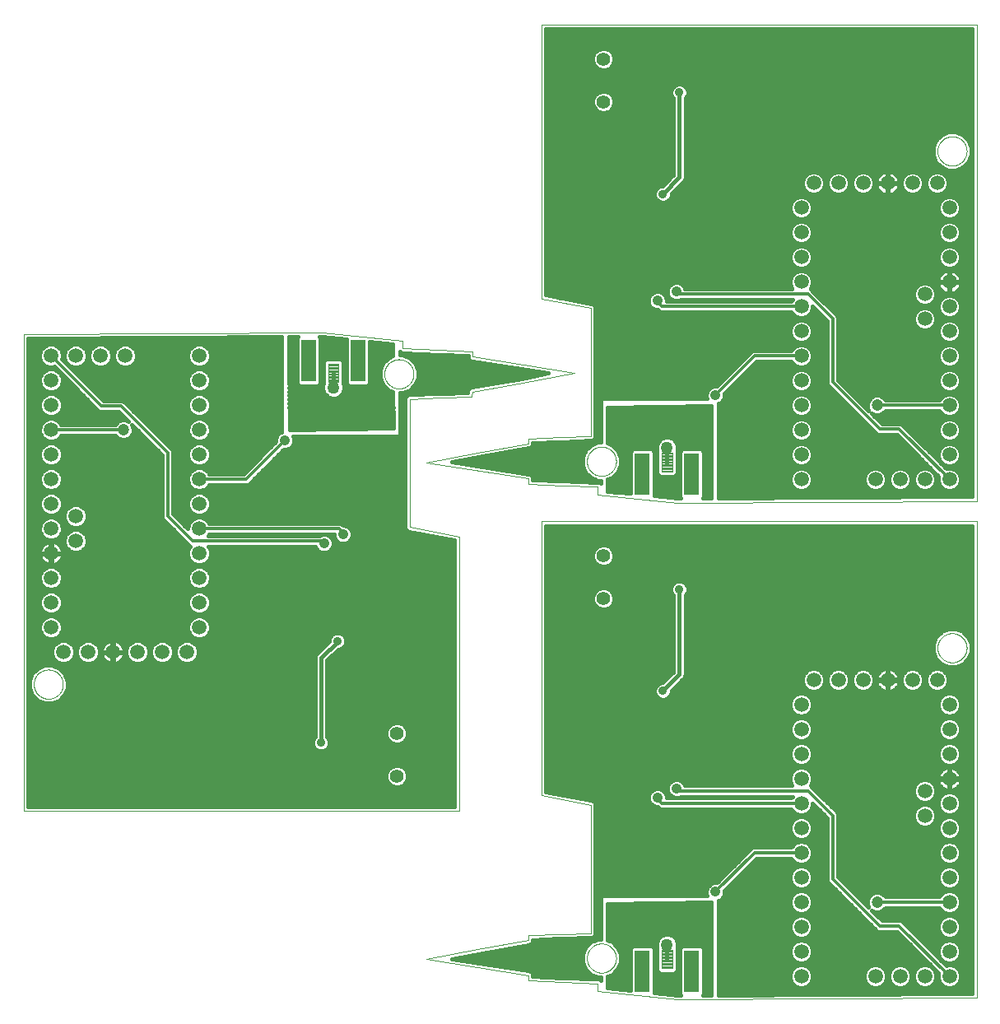
<source format=gbl>
%MOIN*%
%OFA0B0*%
%FSLAX25Y25*%
%IPPOS*%
%LPD*%
%AMOC8*
5,1,8,0,0,$1,22.5*%
%AMOC80*
5,1,8,0,0,$1,22.5*%
%AMOC81*
5,1,8,0,0,$1,202.5*%
%ADD10C,0*%
%ADD11C,0.05937*%
%ADD12C,0.05543*%
%ADD13C,0.05*%
%ADD14C,0.0045*%
%ADD15R,0.06X0.17000000000000004*%
%ADD16C,0.016*%
%ADD17C,0.04724*%
%ADD18C,0.03562*%
%ADD19C,0.012000000000000002*%
%ADD20C,0.04134*%
%ADD31C,0*%
%ADD32C,0.05937*%
%ADD33C,0.05543*%
%ADD34C,0.05*%
%ADD35C,0.0045*%
%ADD36R,0.06X0.17000000000000004*%
%ADD37C,0.016*%
%ADD38C,0.04724*%
%ADD39C,0.03562*%
%ADD40C,0.012000000000000002*%
%ADD41C,0.04134*%
%ADD42C,0*%
%ADD43C,0.05937*%
%ADD44C,0.05543*%
%ADD45C,0.05*%
%ADD46C,0.0045*%
%ADD47R,0.06X0.17000000000000004*%
%ADD48C,0.016*%
%ADD49C,0.04724*%
%ADD50C,0.03562*%
%ADD51C,0.012000000000000002*%
%ADD52C,0.04134*%
G75*
D10*
X0170811Y0216923D02*
X0191645Y0220881D01*
X0212144Y0224507D01*
X0212214Y0226340D01*
X0212284Y0226507D01*
X0225048Y0226993D01*
X0237478Y0227479D01*
X0237454Y0227473D02*
X0237479Y0253478D01*
X0237478Y0253451D02*
X0237478Y0279423D01*
X0217478Y0283173D01*
X0217478Y0394285D01*
X0393727Y0394285D01*
X0393727Y0201229D01*
X0333173Y0200882D01*
X0272617Y0200535D01*
X0240255Y0203907D01*
X0240255Y0207062D01*
X0226159Y0207618D01*
X0212061Y0208173D01*
X0212061Y0210395D01*
X0170811Y0216923D01*
X0235907Y0217338D02*
X0235909Y0217491D01*
X0235915Y0217645D01*
X0235924Y0217797D01*
X0235939Y0217950D01*
X0235957Y0218102D01*
X0235978Y0218254D01*
X0236004Y0218405D01*
X0236034Y0218556D01*
X0236068Y0218705D01*
X0236105Y0218854D01*
X0236146Y0219002D01*
X0236191Y0219148D01*
X0236240Y0219294D01*
X0236293Y0219438D01*
X0236349Y0219580D01*
X0236409Y0219721D01*
X0236473Y0219861D01*
X0236540Y0219999D01*
X0236611Y0220135D01*
X0236686Y0220269D01*
X0236763Y0220400D01*
X0236845Y0220531D01*
X0236929Y0220658D01*
X0237017Y0220785D01*
X0237108Y0220908D01*
X0237202Y0221029D01*
X0237300Y0221146D01*
X0237400Y0221263D01*
X0237503Y0221376D01*
X0237610Y0221487D01*
X0237719Y0221595D01*
X0237831Y0221700D01*
X0237944Y0221801D01*
X0238063Y0221900D01*
X0238181Y0221996D01*
X0238303Y0222088D01*
X0238429Y0222178D01*
X0238556Y0222264D01*
X0238685Y0222346D01*
X0238816Y0222427D01*
X0238949Y0222502D01*
X0239083Y0222576D01*
X0239221Y0222644D01*
X0239360Y0222710D01*
X0239500Y0222772D01*
X0239642Y0222830D01*
X0239785Y0222885D01*
X0239930Y0222935D01*
X0240076Y0222983D01*
X0240223Y0223026D01*
X0240370Y0223064D01*
X0240519Y0223101D01*
X0240669Y0223132D01*
X0240821Y0223159D01*
X0240972Y0223184D01*
X0241125Y0223204D01*
X0241277Y0223220D01*
X0241430Y0223232D01*
X0241583Y0223240D01*
X0241736Y0223244D01*
X0241889Y0223244D01*
X0242043Y0223240D01*
X0242196Y0223232D01*
X0242349Y0223220D01*
X0242501Y0223204D01*
X0242654Y0223184D01*
X0242804Y0223159D01*
X0242956Y0223132D01*
X0243106Y0223101D01*
X0243255Y0223064D01*
X0243403Y0223026D01*
X0243550Y0222983D01*
X0243696Y0222935D01*
X0243841Y0222885D01*
X0243983Y0222830D01*
X0244126Y0222772D01*
X0244266Y0222710D01*
X0244404Y0222644D01*
X0244542Y0222576D01*
X0244677Y0222502D01*
X0244810Y0222427D01*
X0244941Y0222346D01*
X0245070Y0222264D01*
X0245197Y0222178D01*
X0245322Y0222088D01*
X0245444Y0221996D01*
X0245563Y0221900D01*
X0245681Y0221801D01*
X0245795Y0221700D01*
X0245907Y0221595D01*
X0246016Y0221487D01*
X0246122Y0221376D01*
X0246226Y0221263D01*
X0246326Y0221146D01*
X0246424Y0221029D01*
X0246518Y0220908D01*
X0246609Y0220785D01*
X0246697Y0220658D01*
X0246781Y0220531D01*
X0246863Y0220400D01*
X0246939Y0220269D01*
X0247014Y0220135D01*
X0247086Y0219999D01*
X0247153Y0219861D01*
X0247217Y0219721D01*
X0247277Y0219580D01*
X0247332Y0219438D01*
X0247386Y0219294D01*
X0247434Y0219148D01*
X0247480Y0219002D01*
X0247521Y0218854D01*
X0247558Y0218705D01*
X0247592Y0218556D01*
X0247622Y0218405D01*
X0247647Y0218254D01*
X0247669Y0218102D01*
X0247687Y0217950D01*
X0247701Y0217797D01*
X0247711Y0217645D01*
X0247717Y0217491D01*
X0247718Y0217338D01*
X0247717Y0217185D01*
X0247711Y0217031D01*
X0247701Y0216878D01*
X0247687Y0216726D01*
X0247669Y0216573D01*
X0247647Y0216421D01*
X0247622Y0216271D01*
X0247592Y0216120D01*
X0247558Y0215970D01*
X0247521Y0215822D01*
X0247480Y0215674D01*
X0247434Y0215528D01*
X0247386Y0215382D01*
X0247332Y0215238D01*
X0247277Y0215096D01*
X0247217Y0214955D01*
X0247153Y0214814D01*
X0247086Y0214677D01*
X0247014Y0214541D01*
X0246939Y0214407D01*
X0246863Y0214275D01*
X0246781Y0214144D01*
X0246697Y0214017D01*
X0246609Y0213891D01*
X0246518Y0213768D01*
X0246424Y0213647D01*
X0246326Y0213529D01*
X0246226Y0213413D01*
X0246122Y0213300D01*
X0246016Y0213188D01*
X0245907Y0213081D01*
X0245795Y0212976D01*
X0245681Y0212875D01*
X0245563Y0212776D01*
X0245444Y0212679D01*
X0245322Y0212587D01*
X0245197Y0212498D01*
X0245070Y0212411D01*
X0244941Y0212329D01*
X0244810Y0212249D01*
X0244677Y0212173D01*
X0244542Y0212100D01*
X0244404Y0212031D01*
X0244266Y0211966D01*
X0244126Y0211904D01*
X0243983Y0211845D01*
X0243841Y0211791D01*
X0243696Y0211740D01*
X0243550Y0211693D01*
X0243403Y0211649D01*
X0243255Y0211611D01*
X0243106Y0211574D01*
X0242956Y0211544D01*
X0242804Y0211516D01*
X0242654Y0211492D01*
X0242501Y0211472D01*
X0242349Y0211456D01*
X0242196Y0211444D01*
X0242043Y0211436D01*
X0241889Y0211432D01*
X0241736Y0211432D01*
X0241583Y0211436D01*
X0241430Y0211444D01*
X0241277Y0211456D01*
X0241125Y0211472D01*
X0240972Y0211492D01*
X0240821Y0211516D01*
X0240669Y0211544D01*
X0240519Y0211574D01*
X0240370Y0211611D01*
X0240223Y0211649D01*
X0240076Y0211693D01*
X0239930Y0211740D01*
X0239785Y0211791D01*
X0239642Y0211845D01*
X0239500Y0211904D01*
X0239360Y0211966D01*
X0239221Y0212031D01*
X0239083Y0212100D01*
X0238949Y0212173D01*
X0238816Y0212249D01*
X0238685Y0212329D01*
X0238556Y0212411D01*
X0238429Y0212498D01*
X0238303Y0212587D01*
X0238181Y0212679D01*
X0238063Y0212776D01*
X0237944Y0212875D01*
X0237831Y0212976D01*
X0237719Y0213081D01*
X0237610Y0213188D01*
X0237503Y0213300D01*
X0237400Y0213413D01*
X0237300Y0213529D01*
X0237202Y0213647D01*
X0237108Y0213768D01*
X0237017Y0213891D01*
X0236929Y0214017D01*
X0236845Y0214144D01*
X0236763Y0214275D01*
X0236686Y0214407D01*
X0236611Y0214541D01*
X0236540Y0214677D01*
X0236473Y0214814D01*
X0236409Y0214955D01*
X0236349Y0215096D01*
X0236293Y0215238D01*
X0236240Y0215382D01*
X0236191Y0215528D01*
X0236146Y0215674D01*
X0236105Y0215822D01*
X0236068Y0215970D01*
X0236034Y0216120D01*
X0236004Y0216271D01*
X0235978Y0216421D01*
X0235957Y0216573D01*
X0235939Y0216726D01*
X0235924Y0216878D01*
X0235915Y0217031D01*
X0235909Y0217185D01*
X0235907Y0217338D01*
X0377893Y0342992D02*
X0377895Y0343145D01*
X0377901Y0343299D01*
X0377911Y0343452D01*
X0377925Y0343604D01*
X0377942Y0343757D01*
X0377965Y0343908D01*
X0377990Y0344058D01*
X0378020Y0344210D01*
X0378054Y0344360D01*
X0378091Y0344508D01*
X0378132Y0344656D01*
X0378177Y0344802D01*
X0378226Y0344948D01*
X0378279Y0345092D01*
X0378335Y0345234D01*
X0378394Y0345375D01*
X0378459Y0345515D01*
X0378526Y0345652D01*
X0378597Y0345789D01*
X0378671Y0345923D01*
X0378748Y0346055D01*
X0378831Y0346185D01*
X0378915Y0346313D01*
X0379003Y0346439D01*
X0379094Y0346562D01*
X0379188Y0346683D01*
X0379286Y0346801D01*
X0379386Y0346917D01*
X0379490Y0347030D01*
X0379596Y0347141D01*
X0379705Y0347249D01*
X0379816Y0347354D01*
X0379931Y0347455D01*
X0380049Y0347554D01*
X0380168Y0347650D01*
X0380290Y0347742D01*
X0380415Y0347832D01*
X0380542Y0347919D01*
X0380671Y0348001D01*
X0380801Y0348081D01*
X0380935Y0348157D01*
X0381070Y0348230D01*
X0381207Y0348299D01*
X0381346Y0348364D01*
X0381486Y0348426D01*
X0381628Y0348484D01*
X0381771Y0348539D01*
X0381916Y0348590D01*
X0382062Y0348637D01*
X0382209Y0348680D01*
X0382357Y0348719D01*
X0382506Y0348755D01*
X0382656Y0348785D01*
X0382807Y0348814D01*
X0382958Y0348838D01*
X0383111Y0348858D01*
X0383263Y0348874D01*
X0383416Y0348886D01*
X0383569Y0348894D01*
X0383722Y0348898D01*
X0383876Y0348898D01*
X0384029Y0348894D01*
X0384182Y0348886D01*
X0384335Y0348874D01*
X0384487Y0348858D01*
X0384640Y0348838D01*
X0384791Y0348814D01*
X0384942Y0348785D01*
X0385092Y0348755D01*
X0385241Y0348719D01*
X0385389Y0348680D01*
X0385536Y0348637D01*
X0385681Y0348590D01*
X0385827Y0348539D01*
X0385970Y0348484D01*
X0386112Y0348426D01*
X0386252Y0348364D01*
X0386391Y0348299D01*
X0386528Y0348230D01*
X0386662Y0348157D01*
X0386796Y0348081D01*
X0386927Y0348001D01*
X0387056Y0347919D01*
X0387183Y0347832D01*
X0387308Y0347742D01*
X0387430Y0347650D01*
X0387549Y0347554D01*
X0387667Y0347455D01*
X0387781Y0347354D01*
X0387893Y0347249D01*
X0388001Y0347141D01*
X0388108Y0347030D01*
X0388212Y0346917D01*
X0388311Y0346801D01*
X0388410Y0346683D01*
X0388504Y0346562D01*
X0388595Y0346439D01*
X0388683Y0346313D01*
X0388767Y0346185D01*
X0388849Y0346055D01*
X0388926Y0345923D01*
X0389001Y0345789D01*
X0389072Y0345652D01*
X0389139Y0345515D01*
X0389203Y0345375D01*
X0389263Y0345234D01*
X0389318Y0345092D01*
X0389372Y0344948D01*
X0389421Y0344802D01*
X0389466Y0344656D01*
X0389507Y0344508D01*
X0389544Y0344360D01*
X0389578Y0344210D01*
X0389608Y0344058D01*
X0389633Y0343908D01*
X0389655Y0343757D01*
X0389673Y0343604D01*
X0389687Y0343452D01*
X0389697Y0343299D01*
X0389703Y0343145D01*
X0389705Y0342992D01*
X0389703Y0342839D01*
X0389697Y0342685D01*
X0389687Y0342532D01*
X0389673Y0342380D01*
X0389655Y0342227D01*
X0389633Y0342076D01*
X0389608Y0341925D01*
X0389578Y0341774D01*
X0389544Y0341624D01*
X0389507Y0341476D01*
X0389466Y0341328D01*
X0389421Y0341182D01*
X0389372Y0341036D01*
X0389318Y0340892D01*
X0389263Y0340750D01*
X0389203Y0340609D01*
X0389139Y0340469D01*
X0389072Y0340331D01*
X0389001Y0340195D01*
X0388926Y0340061D01*
X0388849Y0339929D01*
X0388767Y0339799D01*
X0388683Y0339671D01*
X0388595Y0339545D01*
X0388504Y0339422D01*
X0388410Y0339301D01*
X0388311Y0339182D01*
X0388212Y0339067D01*
X0388108Y0338954D01*
X0388001Y0338843D01*
X0387893Y0338735D01*
X0387781Y0338630D01*
X0387667Y0338529D01*
X0387549Y0338430D01*
X0387430Y0338334D01*
X0387308Y0338241D01*
X0387183Y0338152D01*
X0387056Y0338065D01*
X0386927Y0337982D01*
X0386796Y0337903D01*
X0386662Y0337827D01*
X0386528Y0337754D01*
X0386391Y0337685D01*
X0386252Y0337620D01*
X0386112Y0337558D01*
X0385970Y0337500D01*
X0385827Y0337445D01*
X0385681Y0337394D01*
X0385536Y0337347D01*
X0385389Y0337304D01*
X0385241Y0337265D01*
X0385092Y0337229D01*
X0384942Y0337198D01*
X0384791Y0337170D01*
X0384640Y0337146D01*
X0384487Y0337126D01*
X0384335Y0337110D01*
X0384182Y0337098D01*
X0384029Y0337090D01*
X0383876Y0337086D01*
X0383722Y0337086D01*
X0383569Y0337090D01*
X0383416Y0337098D01*
X0383263Y0337110D01*
X0383111Y0337126D01*
X0382958Y0337146D01*
X0382807Y0337170D01*
X0382656Y0337198D01*
X0382506Y0337229D01*
X0382357Y0337265D01*
X0382209Y0337304D01*
X0382062Y0337347D01*
X0381916Y0337394D01*
X0381771Y0337445D01*
X0381628Y0337500D01*
X0381486Y0337558D01*
X0381346Y0337620D01*
X0381207Y0337685D01*
X0381070Y0337754D01*
X0380935Y0337827D01*
X0380801Y0337903D01*
X0380671Y0337982D01*
X0380542Y0338065D01*
X0380415Y0338152D01*
X0380290Y0338241D01*
X0380168Y0338334D01*
X0380049Y0338430D01*
X0379931Y0338529D01*
X0379816Y0338630D01*
X0379705Y0338735D01*
X0379596Y0338843D01*
X0379490Y0338954D01*
X0379386Y0339067D01*
X0379286Y0339182D01*
X0379188Y0339301D01*
X0379094Y0339422D01*
X0379003Y0339545D01*
X0378915Y0339671D01*
X0378831Y0339799D01*
X0378748Y0339929D01*
X0378671Y0340061D01*
X0378597Y0340195D01*
X0378526Y0340331D01*
X0378459Y0340469D01*
X0378394Y0340609D01*
X0378335Y0340750D01*
X0378279Y0340892D01*
X0378226Y0341036D01*
X0378177Y0341182D01*
X0378132Y0341328D01*
X0378091Y0341476D01*
X0378054Y0341624D01*
X0378020Y0341774D01*
X0377990Y0341925D01*
X0377965Y0342076D01*
X0377942Y0342227D01*
X0377925Y0342380D01*
X0377911Y0342532D01*
X0377901Y0342685D01*
X0377895Y0342839D01*
X0377893Y0342992D01*
D11*
X0377703Y0329987D03*
X0367703Y0329987D03*
X0357703Y0329987D03*
X0347702Y0329987D03*
X0337703Y0329987D03*
X0327703Y0329987D03*
X0322703Y0319988D03*
X0322703Y0309988D03*
X0322703Y0299988D03*
X0322703Y0289987D03*
X0322703Y0279988D03*
X0322703Y0269988D03*
X0322703Y0259988D03*
X0322703Y0249988D03*
X0322703Y0239988D03*
X0322703Y0229988D03*
X0322703Y0219987D03*
X0322703Y0209988D03*
X0352702Y0209988D03*
X0362703Y0209988D03*
X0372703Y0209988D03*
X0382703Y0209988D03*
X0382703Y0219987D03*
X0382703Y0229988D03*
X0382703Y0239988D03*
X0382703Y0249988D03*
X0382703Y0259988D03*
X0382703Y0269988D03*
X0372703Y0274988D03*
X0372703Y0284988D03*
X0382703Y0279988D03*
X0382703Y0289987D03*
X0382703Y0299988D03*
X0382703Y0309988D03*
X0382703Y0319988D03*
D12*
X0242625Y0362920D03*
X0242625Y0380243D03*
D13*
X0268355Y0222807D03*
D14*
X0266330Y0220711D02*
X0266330Y0213160D01*
X0266330Y0220711D02*
X0270380Y0220711D01*
X0270380Y0213160D01*
X0266330Y0213160D01*
X0266330Y0213610D02*
X0270380Y0213610D01*
X0270380Y0214059D02*
X0266330Y0214059D01*
X0266330Y0214508D02*
X0270380Y0214508D01*
X0270380Y0214957D02*
X0266330Y0214957D01*
X0266330Y0215406D02*
X0270380Y0215406D01*
X0270380Y0215855D02*
X0266330Y0215855D01*
X0266330Y0216304D02*
X0270380Y0216304D01*
X0270380Y0216753D02*
X0266330Y0216753D01*
X0266330Y0217201D02*
X0270380Y0217201D01*
X0270380Y0217651D02*
X0266330Y0217651D01*
X0266330Y0218100D02*
X0270380Y0218100D01*
X0270380Y0218549D02*
X0266330Y0218549D01*
X0266330Y0218997D02*
X0270380Y0218997D01*
X0270380Y0219447D02*
X0266330Y0219447D01*
X0266330Y0219896D02*
X0270380Y0219896D01*
X0270380Y0220345D02*
X0266330Y0220345D01*
D15*
X0258355Y0212056D03*
X0278355Y0212056D03*
D16*
X0283154Y0211659D02*
X0286298Y0211659D01*
X0286291Y0213257D02*
X0283154Y0213257D01*
X0283154Y0214855D02*
X0286284Y0214855D01*
X0286277Y0216454D02*
X0283154Y0216454D01*
X0283154Y0218053D02*
X0286270Y0218053D01*
X0286264Y0219651D02*
X0283154Y0219651D01*
X0283154Y0221250D02*
X0286257Y0221250D01*
X0286250Y0222847D02*
X0272654Y0222847D01*
X0272654Y0223661D02*
X0272654Y0221951D01*
X0272404Y0221348D01*
X0272404Y0212322D01*
X0271218Y0211136D01*
X0265491Y0211136D01*
X0264305Y0212322D01*
X0264305Y0221348D01*
X0264055Y0221951D01*
X0264055Y0223661D01*
X0264709Y0225242D01*
X0265919Y0226452D01*
X0267499Y0227107D01*
X0269210Y0227107D01*
X0270790Y0226452D01*
X0272000Y0225242D01*
X0272654Y0223661D01*
X0272329Y0224447D02*
X0286243Y0224447D01*
X0286237Y0226045D02*
X0271196Y0226045D01*
X0268355Y0222807D02*
X0268355Y0216936D01*
X0264305Y0216454D02*
X0263154Y0216454D01*
X0263154Y0214855D02*
X0264305Y0214855D01*
X0264305Y0213257D02*
X0263154Y0213257D01*
X0263154Y0211659D02*
X0264968Y0211659D01*
X0263154Y0210060D02*
X0273555Y0210060D01*
X0273555Y0208461D02*
X0263154Y0208461D01*
X0263154Y0206863D02*
X0273555Y0206863D01*
X0273555Y0205263D02*
X0263154Y0205263D01*
X0263154Y0203666D02*
X0273555Y0203666D01*
X0273555Y0202811D02*
X0274023Y0202342D01*
X0272705Y0202335D01*
X0263154Y0203330D01*
X0263154Y0221302D01*
X0262100Y0222357D01*
X0254608Y0222357D01*
X0253555Y0221302D01*
X0253555Y0204331D01*
X0244312Y0205294D01*
X0244292Y0210024D01*
X0246178Y0210805D01*
X0248346Y0212973D01*
X0249519Y0215804D01*
X0249519Y0218871D01*
X0248346Y0221702D01*
X0246178Y0223870D01*
X0244231Y0224677D01*
X0244169Y0239182D01*
X0286178Y0239848D01*
X0286337Y0202413D01*
X0282736Y0202393D01*
X0283154Y0202811D01*
X0283154Y0221302D01*
X0282100Y0222357D01*
X0274609Y0222357D01*
X0273555Y0221302D01*
X0273555Y0202811D01*
X0283154Y0203666D02*
X0286332Y0203666D01*
X0286325Y0205263D02*
X0283154Y0205263D01*
X0283154Y0206863D02*
X0286318Y0206863D01*
X0286310Y0208461D02*
X0283154Y0208461D01*
X0283154Y0210060D02*
X0286305Y0210060D01*
X0289345Y0210060D02*
X0318126Y0210060D01*
X0318126Y0210898D02*
X0318126Y0209078D01*
X0318824Y0207396D01*
X0320110Y0206109D01*
X0321793Y0205412D01*
X0323613Y0205412D01*
X0325295Y0206109D01*
X0326582Y0207396D01*
X0327279Y0209078D01*
X0327279Y0210898D01*
X0326582Y0212580D01*
X0325295Y0213866D01*
X0323613Y0214564D01*
X0321793Y0214564D01*
X0320110Y0213866D01*
X0318824Y0212580D01*
X0318126Y0210898D01*
X0318442Y0211659D02*
X0289345Y0211659D01*
X0289345Y0213257D02*
X0319501Y0213257D01*
X0320110Y0216109D02*
X0321793Y0215411D01*
X0323613Y0215411D01*
X0325295Y0216109D01*
X0326582Y0217396D01*
X0327279Y0219078D01*
X0327279Y0220898D01*
X0326582Y0222580D01*
X0325295Y0223867D01*
X0323613Y0224564D01*
X0321793Y0224564D01*
X0320110Y0223867D01*
X0318824Y0222580D01*
X0318126Y0220898D01*
X0318126Y0219078D01*
X0318824Y0217396D01*
X0320110Y0216109D01*
X0319766Y0216454D02*
X0289345Y0216454D01*
X0289345Y0214855D02*
X0374714Y0214855D01*
X0373613Y0214564D02*
X0375295Y0213866D01*
X0376582Y0212580D01*
X0377278Y0210898D01*
X0377278Y0209078D01*
X0376582Y0207396D01*
X0375295Y0206109D01*
X0373613Y0205412D01*
X0371793Y0205412D01*
X0370111Y0206109D01*
X0368824Y0207396D01*
X0368127Y0209078D01*
X0368127Y0210898D01*
X0368824Y0212580D01*
X0370111Y0213866D01*
X0371793Y0214564D01*
X0373613Y0214564D01*
X0373116Y0216454D02*
X0325640Y0216454D01*
X0326854Y0218053D02*
X0371517Y0218053D01*
X0369919Y0219651D02*
X0327279Y0219651D01*
X0327133Y0221250D02*
X0368320Y0221250D01*
X0366722Y0222847D02*
X0326314Y0222847D01*
X0323896Y0224447D02*
X0365123Y0224447D01*
X0363524Y0226045D02*
X0325141Y0226045D01*
X0325295Y0226108D02*
X0326582Y0227396D01*
X0327279Y0229077D01*
X0327279Y0230898D01*
X0326582Y0232580D01*
X0325295Y0233867D01*
X0323613Y0234564D01*
X0321793Y0234564D01*
X0320110Y0233867D01*
X0318824Y0232580D01*
X0318126Y0230898D01*
X0318126Y0229077D01*
X0318824Y0227396D01*
X0320110Y0226108D01*
X0321793Y0225412D01*
X0323613Y0225412D01*
X0325295Y0226108D01*
X0326685Y0227644D02*
X0361926Y0227644D01*
X0361440Y0228130D02*
X0378287Y0211283D01*
X0378127Y0210898D01*
X0378127Y0209078D01*
X0378824Y0207396D01*
X0380111Y0206109D01*
X0381793Y0205412D01*
X0383613Y0205412D01*
X0385295Y0206109D01*
X0386582Y0207396D01*
X0387279Y0209078D01*
X0387279Y0210898D01*
X0386582Y0212580D01*
X0385295Y0213866D01*
X0383613Y0214564D01*
X0381793Y0214564D01*
X0381407Y0214404D01*
X0363269Y0232544D01*
X0355383Y0232544D01*
X0351278Y0236649D01*
X0352619Y0236093D01*
X0354198Y0236093D01*
X0355657Y0236698D01*
X0356754Y0237794D01*
X0378659Y0237794D01*
X0378824Y0237395D01*
X0380111Y0236109D01*
X0381793Y0235412D01*
X0383613Y0235412D01*
X0385295Y0236109D01*
X0386582Y0237395D01*
X0387279Y0239078D01*
X0387279Y0240898D01*
X0386582Y0242580D01*
X0385295Y0243867D01*
X0383613Y0244564D01*
X0381793Y0244564D01*
X0380111Y0243867D01*
X0378824Y0242580D01*
X0378671Y0242208D01*
X0356815Y0242208D01*
X0356773Y0242311D01*
X0355657Y0243428D01*
X0354198Y0244031D01*
X0352619Y0244031D01*
X0351160Y0243428D01*
X0350043Y0242311D01*
X0349439Y0240852D01*
X0349439Y0239272D01*
X0349995Y0237932D01*
X0337678Y0250249D01*
X0337678Y0275913D01*
X0336384Y0277206D01*
X0327679Y0285912D01*
X0326387Y0287202D01*
X0326582Y0287396D01*
X0327279Y0289078D01*
X0327279Y0290898D01*
X0326582Y0292580D01*
X0325295Y0293867D01*
X0323613Y0294564D01*
X0321793Y0294564D01*
X0320110Y0293867D01*
X0318824Y0292580D01*
X0318126Y0290898D01*
X0318126Y0289078D01*
X0318824Y0287396D01*
X0319015Y0287205D01*
X0275620Y0287205D01*
X0275258Y0288079D01*
X0274225Y0289112D01*
X0272874Y0289672D01*
X0271413Y0289672D01*
X0270062Y0289112D01*
X0269029Y0288079D01*
X0268469Y0286729D01*
X0268469Y0285267D01*
X0269029Y0283917D01*
X0270062Y0282882D01*
X0271413Y0282324D01*
X0272874Y0282324D01*
X0274002Y0282791D01*
X0319034Y0282791D01*
X0318824Y0282580D01*
X0318665Y0282195D01*
X0268152Y0282195D01*
X0268152Y0283061D01*
X0267592Y0284413D01*
X0266559Y0285446D01*
X0265208Y0286005D01*
X0263747Y0286005D01*
X0262395Y0285446D01*
X0261363Y0284413D01*
X0260804Y0283061D01*
X0260804Y0281601D01*
X0261363Y0280250D01*
X0262395Y0279217D01*
X0263747Y0278657D01*
X0264364Y0278657D01*
X0265240Y0277781D01*
X0318665Y0277781D01*
X0318824Y0277396D01*
X0320110Y0276109D01*
X0321793Y0275412D01*
X0323613Y0275412D01*
X0325295Y0276109D01*
X0326582Y0277396D01*
X0327279Y0279078D01*
X0327279Y0280069D01*
X0333263Y0274085D01*
X0333263Y0248421D01*
X0352261Y0229422D01*
X0353554Y0228130D01*
X0361440Y0228130D01*
X0364972Y0230840D02*
X0378127Y0230840D01*
X0378127Y0230898D02*
X0378127Y0229077D01*
X0378824Y0227396D01*
X0380111Y0226108D01*
X0381793Y0225412D01*
X0383613Y0225412D01*
X0385295Y0226108D01*
X0386582Y0227396D01*
X0387279Y0229077D01*
X0387279Y0230898D01*
X0386582Y0232580D01*
X0385295Y0233867D01*
X0383613Y0234564D01*
X0381793Y0234564D01*
X0380111Y0233867D01*
X0378824Y0232580D01*
X0378127Y0230898D01*
X0378127Y0229242D02*
X0366570Y0229242D01*
X0368169Y0227644D02*
X0378722Y0227644D01*
X0380265Y0226045D02*
X0369767Y0226045D01*
X0371366Y0224447D02*
X0381511Y0224447D01*
X0381793Y0224564D02*
X0380111Y0223867D01*
X0378824Y0222580D01*
X0378127Y0220898D01*
X0378127Y0219078D01*
X0378824Y0217396D01*
X0380111Y0216109D01*
X0381793Y0215411D01*
X0383613Y0215411D01*
X0385295Y0216109D01*
X0386582Y0217396D01*
X0387279Y0219078D01*
X0387279Y0220898D01*
X0386582Y0222580D01*
X0385295Y0223867D01*
X0383613Y0224564D01*
X0381793Y0224564D01*
X0383896Y0224447D02*
X0391928Y0224447D01*
X0391928Y0226045D02*
X0385141Y0226045D01*
X0386684Y0227644D02*
X0391928Y0227644D01*
X0391928Y0229242D02*
X0387279Y0229242D01*
X0387279Y0230840D02*
X0391928Y0230840D01*
X0391928Y0232439D02*
X0386640Y0232439D01*
X0384883Y0234038D02*
X0391928Y0234038D01*
X0391928Y0235636D02*
X0384153Y0235636D01*
X0386421Y0237235D02*
X0391928Y0237235D01*
X0391928Y0238832D02*
X0387177Y0238832D01*
X0387279Y0240431D02*
X0391928Y0240431D01*
X0391928Y0242030D02*
X0386810Y0242030D01*
X0385533Y0243629D02*
X0391928Y0243629D01*
X0391928Y0245227D02*
X0342699Y0245227D01*
X0344298Y0243629D02*
X0351646Y0243629D01*
X0349927Y0242030D02*
X0345896Y0242030D01*
X0347495Y0240431D02*
X0349439Y0240431D01*
X0349621Y0238832D02*
X0349093Y0238832D01*
X0346048Y0235636D02*
X0324153Y0235636D01*
X0323613Y0235412D02*
X0325295Y0236109D01*
X0326582Y0237395D01*
X0327279Y0239078D01*
X0327279Y0240898D01*
X0326582Y0242580D01*
X0325295Y0243867D01*
X0323613Y0244564D01*
X0321793Y0244564D01*
X0320110Y0243867D01*
X0318824Y0242580D01*
X0318126Y0240898D01*
X0318126Y0239078D01*
X0318824Y0237395D01*
X0320110Y0236109D01*
X0321793Y0235412D01*
X0323613Y0235412D01*
X0324883Y0234038D02*
X0347646Y0234038D01*
X0349245Y0232439D02*
X0326640Y0232439D01*
X0327279Y0230840D02*
X0350843Y0230840D01*
X0352442Y0229242D02*
X0327279Y0229242D01*
X0321511Y0224447D02*
X0289345Y0224447D01*
X0289345Y0226045D02*
X0320265Y0226045D01*
X0318722Y0227644D02*
X0289345Y0227644D01*
X0289345Y0229242D02*
X0318126Y0229242D01*
X0318126Y0230840D02*
X0289345Y0230840D01*
X0289345Y0232439D02*
X0318766Y0232439D01*
X0320522Y0234038D02*
X0289345Y0234038D01*
X0289345Y0235636D02*
X0321252Y0235636D01*
X0318985Y0237235D02*
X0289345Y0237235D01*
X0289345Y0238832D02*
X0318228Y0238832D01*
X0318126Y0240431D02*
X0289345Y0240431D01*
X0289345Y0240775D02*
X0290035Y0241061D01*
X0291069Y0242095D01*
X0291628Y0243445D01*
X0291628Y0244729D01*
X0304680Y0257781D01*
X0318665Y0257781D01*
X0318824Y0257396D01*
X0320110Y0256109D01*
X0321793Y0255412D01*
X0323613Y0255412D01*
X0325295Y0256109D01*
X0326582Y0257396D01*
X0327279Y0259078D01*
X0327279Y0260898D01*
X0326582Y0262580D01*
X0325295Y0263867D01*
X0323613Y0264564D01*
X0321793Y0264564D01*
X0320110Y0263867D01*
X0318824Y0262580D01*
X0318665Y0262195D01*
X0302852Y0262195D01*
X0288506Y0247850D01*
X0287223Y0247850D01*
X0285873Y0247291D01*
X0284839Y0246257D01*
X0284279Y0244907D01*
X0284279Y0243445D01*
X0284596Y0242682D01*
X0241502Y0242682D01*
X0241502Y0225043D01*
X0240280Y0225043D01*
X0237448Y0223870D01*
X0235280Y0221702D01*
X0234107Y0218871D01*
X0234107Y0215804D01*
X0235280Y0212973D01*
X0237448Y0210805D01*
X0240280Y0209632D01*
X0241502Y0209632D01*
X0241502Y0208366D01*
X0241072Y0208832D01*
X0241031Y0208833D01*
X0241001Y0208862D01*
X0240291Y0208862D01*
X0225484Y0209446D01*
X0213861Y0209904D01*
X0213861Y0210253D01*
X0213956Y0210851D01*
X0213861Y0210981D01*
X0213861Y0211140D01*
X0213434Y0211567D01*
X0213079Y0212056D01*
X0212921Y0212082D01*
X0212807Y0212196D01*
X0212203Y0212196D01*
X0181306Y0217085D01*
X0191970Y0219111D01*
X0212269Y0222701D01*
X0212821Y0222680D01*
X0212980Y0222827D01*
X0213192Y0222864D01*
X0213510Y0223317D01*
X0213915Y0223694D01*
X0213923Y0223909D01*
X0214047Y0224086D01*
X0213951Y0224630D01*
X0213956Y0224769D01*
X0224372Y0225166D01*
X0224372Y0225165D01*
X0225110Y0225193D01*
X0225861Y0225223D01*
X0225862Y0225223D01*
X0237373Y0225673D01*
X0238198Y0225673D01*
X0238232Y0225707D01*
X0238293Y0225708D01*
X0238997Y0226470D01*
X0239252Y0226725D01*
X0239252Y0226747D01*
X0239306Y0226804D01*
X0239255Y0228114D01*
X0239279Y0254222D01*
X0239278Y0254224D01*
X0239278Y0279256D01*
X0239385Y0279825D01*
X0239278Y0279980D01*
X0239278Y0280168D01*
X0238869Y0280578D01*
X0238543Y0281055D01*
X0238357Y0281090D01*
X0238224Y0281223D01*
X0237645Y0281223D01*
X0219278Y0284667D01*
X0219278Y0392485D01*
X0391928Y0392485D01*
X0391928Y0203019D01*
X0333908Y0202686D01*
X0289345Y0202430D01*
X0289345Y0240775D01*
X0291004Y0242030D02*
X0318596Y0242030D01*
X0319873Y0243629D02*
X0291628Y0243629D01*
X0292127Y0245227D02*
X0336457Y0245227D01*
X0338055Y0243629D02*
X0325533Y0243629D01*
X0326810Y0242030D02*
X0339654Y0242030D01*
X0341252Y0240431D02*
X0327279Y0240431D01*
X0327177Y0238832D02*
X0342851Y0238832D01*
X0344449Y0237235D02*
X0326421Y0237235D01*
X0323613Y0245412D02*
X0321793Y0245412D01*
X0320110Y0246109D01*
X0318824Y0247396D01*
X0318126Y0249078D01*
X0318126Y0250898D01*
X0318824Y0252579D01*
X0320110Y0253867D01*
X0321793Y0254564D01*
X0323613Y0254564D01*
X0325295Y0253867D01*
X0326582Y0252579D01*
X0327279Y0250898D01*
X0327279Y0249078D01*
X0326582Y0247396D01*
X0325295Y0246109D01*
X0323613Y0245412D01*
X0326012Y0246826D02*
X0334858Y0246826D01*
X0333263Y0248423D02*
X0327008Y0248423D01*
X0327279Y0250023D02*
X0333263Y0250023D01*
X0333263Y0251621D02*
X0326978Y0251621D01*
X0325942Y0253220D02*
X0333263Y0253220D01*
X0333263Y0254818D02*
X0301718Y0254818D01*
X0300119Y0253220D02*
X0319464Y0253220D01*
X0318427Y0251621D02*
X0298521Y0251621D01*
X0296922Y0250023D02*
X0318126Y0250023D01*
X0318398Y0248423D02*
X0295323Y0248423D01*
X0293725Y0246826D02*
X0319394Y0246826D01*
X0319803Y0256416D02*
X0303316Y0256416D01*
X0300271Y0259614D02*
X0239278Y0259614D01*
X0239278Y0261212D02*
X0301869Y0261212D01*
X0298672Y0258015D02*
X0239278Y0258015D01*
X0239278Y0256416D02*
X0297074Y0256416D01*
X0295475Y0254818D02*
X0239278Y0254818D01*
X0239279Y0253220D02*
X0293877Y0253220D01*
X0292278Y0251621D02*
X0239278Y0251621D01*
X0239276Y0250023D02*
X0290680Y0250023D01*
X0289081Y0248423D02*
X0239274Y0248423D01*
X0239272Y0246826D02*
X0285408Y0246826D01*
X0284413Y0245227D02*
X0239271Y0245227D01*
X0239270Y0243629D02*
X0284279Y0243629D01*
X0286182Y0238832D02*
X0244171Y0238832D01*
X0244178Y0237235D02*
X0286189Y0237235D01*
X0286196Y0235636D02*
X0244184Y0235636D01*
X0244191Y0234038D02*
X0286203Y0234038D01*
X0286208Y0232439D02*
X0244198Y0232439D01*
X0244205Y0230840D02*
X0286216Y0230840D01*
X0286223Y0229242D02*
X0244211Y0229242D01*
X0244218Y0227644D02*
X0286230Y0227644D01*
X0289345Y0222847D02*
X0319092Y0222847D01*
X0318273Y0221250D02*
X0289345Y0221250D01*
X0289345Y0219651D02*
X0318126Y0219651D01*
X0318552Y0218053D02*
X0289345Y0218053D01*
X0289345Y0208461D02*
X0318383Y0208461D01*
X0319357Y0206863D02*
X0289345Y0206863D01*
X0289345Y0205263D02*
X0391928Y0205263D01*
X0391928Y0203666D02*
X0289345Y0203666D01*
X0273555Y0211659D02*
X0271741Y0211659D01*
X0272404Y0213257D02*
X0273555Y0213257D01*
X0273555Y0214855D02*
X0272404Y0214855D01*
X0272404Y0216454D02*
X0273555Y0216454D01*
X0273555Y0218053D02*
X0272404Y0218053D01*
X0272404Y0219651D02*
X0273555Y0219651D01*
X0273555Y0221250D02*
X0272404Y0221250D01*
X0264305Y0221250D02*
X0263154Y0221250D01*
X0263154Y0219651D02*
X0264305Y0219651D01*
X0264305Y0218053D02*
X0263154Y0218053D01*
X0264055Y0222847D02*
X0247200Y0222847D01*
X0248532Y0221250D02*
X0253555Y0221250D01*
X0253555Y0219651D02*
X0249195Y0219651D01*
X0249519Y0218053D02*
X0253555Y0218053D01*
X0253555Y0216454D02*
X0249519Y0216454D01*
X0249125Y0214855D02*
X0253555Y0214855D01*
X0253555Y0213257D02*
X0248463Y0213257D01*
X0247031Y0211659D02*
X0253555Y0211659D01*
X0253555Y0210060D02*
X0244377Y0210060D01*
X0244299Y0208461D02*
X0253555Y0208461D01*
X0253555Y0206863D02*
X0244306Y0206863D01*
X0244593Y0205263D02*
X0253555Y0205263D01*
X0241502Y0208461D02*
X0241414Y0208461D01*
X0239248Y0210060D02*
X0213861Y0210060D01*
X0213369Y0211659D02*
X0236595Y0211659D01*
X0235163Y0213257D02*
X0205496Y0213257D01*
X0204062Y0221250D02*
X0235093Y0221250D01*
X0234431Y0219651D02*
X0195022Y0219651D01*
X0195394Y0214855D02*
X0234500Y0214855D01*
X0234107Y0216454D02*
X0185292Y0216454D01*
X0186398Y0218053D02*
X0234107Y0218053D01*
X0236425Y0222847D02*
X0213102Y0222847D01*
X0213983Y0224447D02*
X0238840Y0224447D01*
X0238604Y0226045D02*
X0241502Y0226045D01*
X0241502Y0227644D02*
X0239272Y0227644D01*
X0239256Y0229242D02*
X0241502Y0229242D01*
X0241502Y0230840D02*
X0239257Y0230840D01*
X0239259Y0232439D02*
X0241502Y0232439D01*
X0241502Y0234038D02*
X0239259Y0234038D01*
X0239262Y0235636D02*
X0241502Y0235636D01*
X0241502Y0237235D02*
X0239264Y0237235D01*
X0239265Y0238832D02*
X0241502Y0238832D01*
X0241502Y0240431D02*
X0239266Y0240431D01*
X0239268Y0242030D02*
X0241502Y0242030D01*
X0244225Y0226045D02*
X0265512Y0226045D01*
X0264380Y0224447D02*
X0244787Y0224447D01*
X0225484Y0209446D02*
X0225484Y0209446D01*
X0239278Y0262811D02*
X0319055Y0262811D01*
X0321421Y0264408D02*
X0239278Y0264408D01*
X0239278Y0266008D02*
X0320355Y0266008D01*
X0320110Y0266109D02*
X0321793Y0265411D01*
X0323613Y0265411D01*
X0325295Y0266109D01*
X0326582Y0267396D01*
X0327279Y0269078D01*
X0327279Y0270897D01*
X0326582Y0272580D01*
X0325295Y0273867D01*
X0323613Y0274564D01*
X0321793Y0274564D01*
X0320110Y0273867D01*
X0318824Y0272580D01*
X0318126Y0270897D01*
X0318126Y0269078D01*
X0318824Y0267396D01*
X0320110Y0266109D01*
X0318737Y0267606D02*
X0239278Y0267606D01*
X0239278Y0269205D02*
X0318126Y0269205D01*
X0318126Y0270802D02*
X0239278Y0270802D01*
X0239278Y0272402D02*
X0318750Y0272402D01*
X0320433Y0274000D02*
X0239278Y0274000D01*
X0239278Y0275599D02*
X0321342Y0275599D01*
X0324064Y0275599D02*
X0331749Y0275599D01*
X0333263Y0274000D02*
X0324972Y0274000D01*
X0326656Y0272402D02*
X0333263Y0272402D01*
X0333263Y0270802D02*
X0327279Y0270802D01*
X0327279Y0269205D02*
X0333263Y0269205D01*
X0333263Y0267606D02*
X0326668Y0267606D01*
X0325051Y0266008D02*
X0333263Y0266008D01*
X0333263Y0264408D02*
X0323985Y0264408D01*
X0326351Y0262811D02*
X0333263Y0262811D01*
X0333263Y0261212D02*
X0327148Y0261212D01*
X0327279Y0259614D02*
X0333263Y0259614D01*
X0333263Y0258015D02*
X0326839Y0258015D01*
X0325603Y0256416D02*
X0333263Y0256416D01*
X0337678Y0256416D02*
X0379803Y0256416D01*
X0380111Y0256109D02*
X0381793Y0255412D01*
X0383613Y0255412D01*
X0385295Y0256109D01*
X0386582Y0257396D01*
X0387279Y0259078D01*
X0387279Y0260898D01*
X0386582Y0262580D01*
X0385295Y0263867D01*
X0383613Y0264564D01*
X0381793Y0264564D01*
X0380111Y0263867D01*
X0378824Y0262580D01*
X0378127Y0260898D01*
X0378127Y0259078D01*
X0378824Y0257396D01*
X0380111Y0256109D01*
X0380111Y0253867D02*
X0378824Y0252579D01*
X0378127Y0250898D01*
X0378127Y0249078D01*
X0378824Y0247396D01*
X0380111Y0246109D01*
X0381793Y0245412D01*
X0383613Y0245412D01*
X0385295Y0246109D01*
X0386582Y0247396D01*
X0387279Y0249078D01*
X0387279Y0250898D01*
X0386582Y0252579D01*
X0385295Y0253867D01*
X0383613Y0254564D01*
X0381793Y0254564D01*
X0380111Y0253867D01*
X0379464Y0253220D02*
X0337678Y0253220D01*
X0337678Y0254818D02*
X0391928Y0254818D01*
X0391928Y0253220D02*
X0385942Y0253220D01*
X0386979Y0251621D02*
X0391928Y0251621D01*
X0391928Y0250023D02*
X0387279Y0250023D01*
X0387008Y0248423D02*
X0391928Y0248423D01*
X0391928Y0246826D02*
X0386012Y0246826D01*
X0379394Y0246826D02*
X0341101Y0246826D01*
X0339502Y0248423D02*
X0378398Y0248423D01*
X0378127Y0250023D02*
X0337904Y0250023D01*
X0337678Y0251621D02*
X0378427Y0251621D01*
X0378568Y0258015D02*
X0337678Y0258015D01*
X0337678Y0259614D02*
X0378127Y0259614D01*
X0378258Y0261212D02*
X0337678Y0261212D01*
X0337678Y0262811D02*
X0379055Y0262811D01*
X0381421Y0264408D02*
X0337678Y0264408D01*
X0337678Y0266008D02*
X0380355Y0266008D01*
X0380111Y0266109D02*
X0381793Y0265411D01*
X0383613Y0265411D01*
X0385295Y0266109D01*
X0386582Y0267396D01*
X0387279Y0269078D01*
X0387279Y0270897D01*
X0386582Y0272580D01*
X0385295Y0273867D01*
X0383613Y0274564D01*
X0381793Y0274564D01*
X0380111Y0273867D01*
X0378824Y0272580D01*
X0378127Y0270897D01*
X0378127Y0269078D01*
X0378824Y0267396D01*
X0380111Y0266109D01*
X0378737Y0267606D02*
X0337678Y0267606D01*
X0337678Y0269205D02*
X0378127Y0269205D01*
X0378127Y0270802D02*
X0374557Y0270802D01*
X0375295Y0271109D02*
X0376582Y0272396D01*
X0377278Y0274078D01*
X0377278Y0275898D01*
X0376582Y0277580D01*
X0375295Y0278867D01*
X0373613Y0279563D01*
X0371793Y0279563D01*
X0370111Y0278867D01*
X0368824Y0277580D01*
X0368127Y0275898D01*
X0368127Y0274078D01*
X0368824Y0272396D01*
X0370111Y0271109D01*
X0371793Y0270412D01*
X0373613Y0270412D01*
X0375295Y0271109D01*
X0376584Y0272402D02*
X0378750Y0272402D01*
X0377247Y0274000D02*
X0380433Y0274000D01*
X0381342Y0275599D02*
X0377278Y0275599D01*
X0376740Y0277196D02*
X0379023Y0277196D01*
X0378824Y0277396D02*
X0380111Y0276109D01*
X0381793Y0275412D01*
X0383613Y0275412D01*
X0385295Y0276109D01*
X0386582Y0277396D01*
X0387279Y0279078D01*
X0387279Y0280898D01*
X0386582Y0282580D01*
X0385295Y0283867D01*
X0383613Y0284564D01*
X0381793Y0284564D01*
X0380111Y0283867D01*
X0378824Y0282580D01*
X0378127Y0280898D01*
X0378127Y0279078D01*
X0378824Y0277396D01*
X0378244Y0278796D02*
X0375366Y0278796D01*
X0375295Y0281109D02*
X0373613Y0280412D01*
X0371793Y0280412D01*
X0370111Y0281109D01*
X0368824Y0282396D01*
X0368127Y0284078D01*
X0368127Y0285898D01*
X0368824Y0287580D01*
X0370111Y0288867D01*
X0371793Y0289564D01*
X0373613Y0289564D01*
X0375295Y0288867D01*
X0376582Y0287580D01*
X0377278Y0285898D01*
X0377278Y0284078D01*
X0376582Y0282396D01*
X0375295Y0281109D01*
X0376179Y0281993D02*
X0378581Y0281993D01*
X0378127Y0280395D02*
X0333196Y0280395D01*
X0331598Y0281993D02*
X0369227Y0281993D01*
X0368329Y0283592D02*
X0329999Y0283592D01*
X0328400Y0285190D02*
X0368127Y0285190D01*
X0368495Y0286789D02*
X0326802Y0286789D01*
X0327679Y0285912D02*
X0327679Y0285912D01*
X0326993Y0288387D02*
X0369631Y0288387D01*
X0375775Y0288387D02*
X0378209Y0288387D01*
X0378284Y0288158D02*
X0378625Y0287489D01*
X0379065Y0286882D01*
X0379597Y0286351D01*
X0380203Y0285910D01*
X0380873Y0285569D01*
X0381585Y0285337D01*
X0382328Y0285219D01*
X0382519Y0285219D01*
X0382519Y0289804D01*
X0382887Y0289804D01*
X0382887Y0285219D01*
X0383077Y0285219D01*
X0383820Y0285337D01*
X0384534Y0285569D01*
X0385202Y0285910D01*
X0385810Y0286351D01*
X0386340Y0286882D01*
X0386781Y0287489D01*
X0387122Y0288158D01*
X0387354Y0288871D01*
X0387472Y0289613D01*
X0387472Y0289804D01*
X0382887Y0289804D01*
X0382887Y0290172D01*
X0382519Y0290172D01*
X0382519Y0289804D01*
X0377935Y0289804D01*
X0377935Y0289613D01*
X0378052Y0288871D01*
X0378284Y0288158D01*
X0379159Y0286789D02*
X0376910Y0286789D01*
X0377278Y0285190D02*
X0391928Y0285190D01*
X0391928Y0283592D02*
X0385570Y0283592D01*
X0386825Y0281993D02*
X0391928Y0281993D01*
X0391928Y0280395D02*
X0387279Y0280395D01*
X0387162Y0278796D02*
X0391928Y0278796D01*
X0391928Y0277196D02*
X0386383Y0277196D01*
X0384064Y0275599D02*
X0391928Y0275599D01*
X0391928Y0274000D02*
X0384973Y0274000D01*
X0386656Y0272402D02*
X0391928Y0272402D01*
X0391928Y0270802D02*
X0387279Y0270802D01*
X0387279Y0269205D02*
X0391928Y0269205D01*
X0391928Y0267606D02*
X0386669Y0267606D01*
X0385050Y0266008D02*
X0391928Y0266008D01*
X0391928Y0264408D02*
X0383985Y0264408D01*
X0386351Y0262811D02*
X0391928Y0262811D01*
X0391928Y0261212D02*
X0387148Y0261212D01*
X0387279Y0259614D02*
X0391928Y0259614D01*
X0391928Y0258015D02*
X0386839Y0258015D01*
X0385603Y0256416D02*
X0391928Y0256416D01*
X0379873Y0243629D02*
X0355171Y0243629D01*
X0356194Y0237235D02*
X0378985Y0237235D01*
X0381253Y0235636D02*
X0352290Y0235636D01*
X0353889Y0234038D02*
X0380523Y0234038D01*
X0378766Y0232439D02*
X0363373Y0232439D01*
X0372963Y0222847D02*
X0379092Y0222847D01*
X0378273Y0221250D02*
X0374563Y0221250D01*
X0376161Y0219651D02*
X0378127Y0219651D01*
X0377760Y0218053D02*
X0378551Y0218053D01*
X0379358Y0216454D02*
X0379766Y0216454D01*
X0380957Y0214855D02*
X0391928Y0214855D01*
X0391928Y0216454D02*
X0385640Y0216454D01*
X0386854Y0218053D02*
X0391928Y0218053D01*
X0391928Y0219651D02*
X0387279Y0219651D01*
X0387133Y0221250D02*
X0391928Y0221250D01*
X0391928Y0222847D02*
X0386314Y0222847D01*
X0385905Y0213257D02*
X0391928Y0213257D01*
X0391928Y0211659D02*
X0386964Y0211659D01*
X0387279Y0210060D02*
X0391928Y0210060D01*
X0391928Y0208461D02*
X0387023Y0208461D01*
X0386049Y0206863D02*
X0391928Y0206863D01*
X0379357Y0206863D02*
X0376049Y0206863D01*
X0377023Y0208461D02*
X0378383Y0208461D01*
X0378127Y0210060D02*
X0377278Y0210060D01*
X0376964Y0211659D02*
X0377911Y0211659D01*
X0376313Y0213257D02*
X0375905Y0213257D01*
X0369501Y0213257D02*
X0365905Y0213257D01*
X0365295Y0213866D02*
X0363613Y0214564D01*
X0361793Y0214564D01*
X0360111Y0213866D01*
X0358824Y0212580D01*
X0358126Y0210898D01*
X0358126Y0209078D01*
X0358824Y0207396D01*
X0360111Y0206109D01*
X0361793Y0205412D01*
X0363613Y0205412D01*
X0365295Y0206109D01*
X0366582Y0207396D01*
X0367279Y0209078D01*
X0367279Y0210898D01*
X0366582Y0212580D01*
X0365295Y0213866D01*
X0366963Y0211659D02*
X0368442Y0211659D01*
X0368127Y0210060D02*
X0367279Y0210060D01*
X0367022Y0208461D02*
X0368382Y0208461D01*
X0369357Y0206863D02*
X0366049Y0206863D01*
X0359357Y0206863D02*
X0356049Y0206863D01*
X0356582Y0207396D02*
X0355295Y0206109D01*
X0353613Y0205412D01*
X0351793Y0205412D01*
X0350111Y0206109D01*
X0348824Y0207396D01*
X0348127Y0209078D01*
X0348127Y0210898D01*
X0348824Y0212580D01*
X0350111Y0213866D01*
X0351793Y0214564D01*
X0353613Y0214564D01*
X0355295Y0213866D01*
X0356582Y0212580D01*
X0357279Y0210898D01*
X0357279Y0209078D01*
X0356582Y0207396D01*
X0357023Y0208461D02*
X0358383Y0208461D01*
X0358126Y0210060D02*
X0357279Y0210060D01*
X0356964Y0211659D02*
X0358442Y0211659D01*
X0359501Y0213257D02*
X0355905Y0213257D01*
X0349501Y0213257D02*
X0325905Y0213257D01*
X0326963Y0211659D02*
X0348442Y0211659D01*
X0348127Y0210060D02*
X0327279Y0210060D01*
X0327023Y0208461D02*
X0348383Y0208461D01*
X0349357Y0206863D02*
X0326049Y0206863D01*
X0337678Y0270802D02*
X0370849Y0270802D01*
X0368822Y0272402D02*
X0337678Y0272402D01*
X0337678Y0274000D02*
X0368160Y0274000D01*
X0368127Y0275599D02*
X0337678Y0275599D01*
X0336393Y0277196D02*
X0368666Y0277196D01*
X0370040Y0278796D02*
X0334794Y0278796D01*
X0330151Y0277196D02*
X0326383Y0277196D01*
X0327162Y0278796D02*
X0328552Y0278796D01*
X0319023Y0277196D02*
X0239278Y0277196D01*
X0239278Y0278796D02*
X0263412Y0278796D01*
X0261303Y0280395D02*
X0239053Y0280395D01*
X0233541Y0281993D02*
X0260804Y0281993D01*
X0261023Y0283592D02*
X0225015Y0283592D01*
X0219278Y0285190D02*
X0262140Y0285190D01*
X0266815Y0285190D02*
X0268501Y0285190D01*
X0268494Y0286789D02*
X0219278Y0286789D01*
X0219278Y0288387D02*
X0269337Y0288387D01*
X0269354Y0283592D02*
X0267932Y0283592D01*
X0274949Y0288387D02*
X0318414Y0288387D01*
X0318126Y0289986D02*
X0219278Y0289986D01*
X0219278Y0291584D02*
X0318412Y0291584D01*
X0319427Y0293183D02*
X0219278Y0293183D01*
X0219278Y0294781D02*
X0391928Y0294781D01*
X0391928Y0293183D02*
X0386252Y0293183D01*
X0386340Y0293094D02*
X0385810Y0293625D01*
X0385202Y0294066D01*
X0384534Y0294407D01*
X0383820Y0294639D01*
X0383077Y0294756D01*
X0382887Y0294756D01*
X0382887Y0290172D01*
X0387472Y0290172D01*
X0387472Y0290363D01*
X0387354Y0291105D01*
X0387122Y0291818D01*
X0386781Y0292487D01*
X0386340Y0293094D01*
X0387198Y0291584D02*
X0391928Y0291584D01*
X0391928Y0289986D02*
X0382887Y0289986D01*
X0382519Y0289986D02*
X0327279Y0289986D01*
X0326995Y0291584D02*
X0378208Y0291584D01*
X0378284Y0291818D02*
X0378052Y0291105D01*
X0377935Y0290363D01*
X0377935Y0290172D01*
X0382519Y0290172D01*
X0382519Y0294756D01*
X0382328Y0294756D01*
X0381585Y0294639D01*
X0380873Y0294407D01*
X0380203Y0294066D01*
X0379597Y0293625D01*
X0379065Y0293094D01*
X0378625Y0292487D01*
X0378284Y0291818D01*
X0379154Y0293183D02*
X0325979Y0293183D01*
X0325295Y0296109D02*
X0323613Y0295412D01*
X0321793Y0295412D01*
X0320110Y0296109D01*
X0318824Y0297396D01*
X0318126Y0299078D01*
X0318126Y0300898D01*
X0318824Y0302580D01*
X0320110Y0303867D01*
X0321793Y0304564D01*
X0323613Y0304564D01*
X0325295Y0303867D01*
X0326582Y0302580D01*
X0327279Y0300898D01*
X0327279Y0299078D01*
X0326582Y0297396D01*
X0325295Y0296109D01*
X0325566Y0296380D02*
X0379841Y0296380D01*
X0380111Y0296109D02*
X0381793Y0295412D01*
X0383613Y0295412D01*
X0385295Y0296109D01*
X0386582Y0297396D01*
X0387279Y0299078D01*
X0387279Y0300898D01*
X0386582Y0302580D01*
X0385295Y0303867D01*
X0383613Y0304564D01*
X0381793Y0304564D01*
X0380111Y0303867D01*
X0378824Y0302580D01*
X0378127Y0300898D01*
X0378127Y0299078D01*
X0378824Y0297396D01*
X0380111Y0296109D01*
X0378583Y0297978D02*
X0326823Y0297978D01*
X0327279Y0299577D02*
X0378127Y0299577D01*
X0378241Y0301175D02*
X0327164Y0301175D01*
X0326387Y0302774D02*
X0379018Y0302774D01*
X0381330Y0304372D02*
X0324075Y0304372D01*
X0323613Y0305412D02*
X0325295Y0306109D01*
X0326582Y0307396D01*
X0327279Y0309077D01*
X0327279Y0310898D01*
X0326582Y0312580D01*
X0325295Y0313867D01*
X0323613Y0314564D01*
X0321793Y0314564D01*
X0320110Y0313867D01*
X0318824Y0312580D01*
X0318126Y0310898D01*
X0318126Y0309077D01*
X0318824Y0307396D01*
X0320110Y0306109D01*
X0321793Y0305412D01*
X0323613Y0305412D01*
X0324961Y0305971D02*
X0380444Y0305971D01*
X0380111Y0306109D02*
X0381793Y0305412D01*
X0383613Y0305412D01*
X0385295Y0306109D01*
X0386582Y0307396D01*
X0387279Y0309077D01*
X0387279Y0310898D01*
X0386582Y0312580D01*
X0385295Y0313867D01*
X0383613Y0314564D01*
X0381793Y0314564D01*
X0380111Y0313867D01*
X0378824Y0312580D01*
X0378127Y0310898D01*
X0378127Y0309077D01*
X0378824Y0307396D01*
X0380111Y0306109D01*
X0378752Y0307569D02*
X0326654Y0307569D01*
X0327279Y0309168D02*
X0378127Y0309168D01*
X0378127Y0310766D02*
X0327279Y0310766D01*
X0326671Y0312365D02*
X0378735Y0312365D01*
X0380344Y0313963D02*
X0325063Y0313963D01*
X0323974Y0315562D02*
X0381432Y0315562D01*
X0381793Y0315412D02*
X0380111Y0316109D01*
X0378824Y0317396D01*
X0378127Y0319078D01*
X0378127Y0320898D01*
X0378824Y0322580D01*
X0380111Y0323867D01*
X0381793Y0324563D01*
X0383613Y0324563D01*
X0385295Y0323867D01*
X0386582Y0322580D01*
X0387279Y0320898D01*
X0387279Y0319078D01*
X0386582Y0317396D01*
X0385295Y0316109D01*
X0383613Y0315412D01*
X0381793Y0315412D01*
X0383974Y0315562D02*
X0391928Y0315562D01*
X0391928Y0317160D02*
X0386345Y0317160D01*
X0387146Y0318759D02*
X0391928Y0318759D01*
X0391928Y0320357D02*
X0387279Y0320357D01*
X0386841Y0321956D02*
X0391928Y0321956D01*
X0391928Y0323553D02*
X0385608Y0323553D01*
X0381582Y0327396D02*
X0382279Y0329078D01*
X0382279Y0330898D01*
X0381582Y0332580D01*
X0380295Y0333867D01*
X0378613Y0334564D01*
X0376793Y0334564D01*
X0375111Y0333867D01*
X0373824Y0332580D01*
X0373127Y0330898D01*
X0373127Y0329078D01*
X0373824Y0327396D01*
X0375111Y0326109D01*
X0376793Y0325412D01*
X0378613Y0325412D01*
X0380295Y0326109D01*
X0381582Y0327396D01*
X0380936Y0326751D02*
X0391928Y0326751D01*
X0391928Y0325153D02*
X0270062Y0325153D01*
X0270062Y0324859D02*
X0270062Y0325683D01*
X0275383Y0331004D01*
X0275749Y0331889D01*
X0275749Y0364323D01*
X0276214Y0364788D01*
X0276729Y0366034D01*
X0276729Y0367382D01*
X0276214Y0368627D01*
X0275261Y0369580D01*
X0274016Y0370096D01*
X0272668Y0370096D01*
X0271423Y0369580D01*
X0270470Y0368627D01*
X0269954Y0367382D01*
X0269954Y0366034D01*
X0270470Y0364788D01*
X0270935Y0364323D01*
X0270935Y0333364D01*
X0266491Y0328921D01*
X0265999Y0328921D01*
X0264755Y0328405D01*
X0263802Y0327452D01*
X0263285Y0326207D01*
X0263285Y0324859D01*
X0263802Y0323613D01*
X0264755Y0322660D01*
X0265999Y0322145D01*
X0267348Y0322145D01*
X0268593Y0322660D01*
X0269546Y0323613D01*
X0270062Y0324859D01*
X0269487Y0323553D02*
X0319799Y0323553D01*
X0320110Y0323867D02*
X0318824Y0322580D01*
X0318126Y0320898D01*
X0318126Y0319078D01*
X0318824Y0317396D01*
X0320110Y0316109D01*
X0321793Y0315412D01*
X0323613Y0315412D01*
X0325295Y0316109D01*
X0326582Y0317396D01*
X0327279Y0319078D01*
X0327279Y0320898D01*
X0326582Y0322580D01*
X0325295Y0323867D01*
X0323613Y0324563D01*
X0321793Y0324563D01*
X0320110Y0323867D01*
X0318566Y0321956D02*
X0219278Y0321956D01*
X0219278Y0323553D02*
X0263861Y0323553D01*
X0263285Y0325153D02*
X0219278Y0325153D01*
X0219278Y0326751D02*
X0263511Y0326751D01*
X0264699Y0328350D02*
X0219278Y0328350D01*
X0219278Y0329948D02*
X0267519Y0329948D01*
X0269117Y0331547D02*
X0219278Y0331547D01*
X0219278Y0333145D02*
X0270716Y0333145D01*
X0270935Y0334744D02*
X0219278Y0334744D01*
X0219278Y0336342D02*
X0270935Y0336342D01*
X0270935Y0337941D02*
X0219278Y0337941D01*
X0219278Y0339539D02*
X0270935Y0339539D01*
X0270935Y0341138D02*
X0219278Y0341138D01*
X0219278Y0342736D02*
X0270935Y0342736D01*
X0270935Y0344335D02*
X0219278Y0344335D01*
X0219278Y0345933D02*
X0270935Y0345933D01*
X0270935Y0347532D02*
X0219278Y0347532D01*
X0219278Y0349130D02*
X0270935Y0349130D01*
X0270935Y0350729D02*
X0219278Y0350729D01*
X0219278Y0352328D02*
X0270935Y0352328D01*
X0270935Y0353926D02*
X0219278Y0353926D01*
X0219278Y0355525D02*
X0270935Y0355525D01*
X0270935Y0357123D02*
X0219278Y0357123D01*
X0219278Y0358722D02*
X0241319Y0358722D01*
X0241753Y0358542D02*
X0240145Y0359208D01*
X0238913Y0360440D01*
X0238246Y0362049D01*
X0238246Y0363791D01*
X0238913Y0365401D01*
X0240145Y0366633D01*
X0241753Y0367299D01*
X0243495Y0367299D01*
X0245105Y0366633D01*
X0246336Y0365401D01*
X0247004Y0363791D01*
X0247004Y0362049D01*
X0246336Y0360440D01*
X0245105Y0359208D01*
X0243495Y0358542D01*
X0241753Y0358542D01*
X0243929Y0358722D02*
X0270935Y0358722D01*
X0270935Y0360320D02*
X0246217Y0360320D01*
X0246949Y0361919D02*
X0270935Y0361919D01*
X0270935Y0363517D02*
X0247004Y0363517D01*
X0246455Y0365116D02*
X0270334Y0365116D01*
X0269954Y0366714D02*
X0244908Y0366714D01*
X0240342Y0366714D02*
X0219278Y0366714D01*
X0219278Y0365116D02*
X0238795Y0365116D01*
X0238246Y0363517D02*
X0219278Y0363517D01*
X0219278Y0361919D02*
X0238300Y0361919D01*
X0239033Y0360320D02*
X0219278Y0360320D01*
X0219278Y0368313D02*
X0270339Y0368313D01*
X0272221Y0369911D02*
X0219278Y0369911D01*
X0219278Y0371510D02*
X0391928Y0371510D01*
X0391928Y0373108D02*
X0219278Y0373108D01*
X0219278Y0374707D02*
X0391928Y0374707D01*
X0391928Y0376305D02*
X0244560Y0376305D01*
X0245105Y0376530D02*
X0246336Y0377763D01*
X0247004Y0379372D01*
X0247004Y0381114D01*
X0246336Y0382724D01*
X0245105Y0383955D01*
X0243495Y0384622D01*
X0241753Y0384622D01*
X0240145Y0383955D01*
X0238913Y0382724D01*
X0238246Y0381114D01*
X0238246Y0379372D01*
X0238913Y0377763D01*
X0240145Y0376530D01*
X0241753Y0375865D01*
X0243495Y0375865D01*
X0245105Y0376530D01*
X0246395Y0377904D02*
X0391928Y0377904D01*
X0391928Y0379502D02*
X0247004Y0379502D01*
X0247004Y0381101D02*
X0391928Y0381101D01*
X0391928Y0382699D02*
X0246347Y0382699D01*
X0244279Y0384298D02*
X0391928Y0384298D01*
X0391928Y0385896D02*
X0219278Y0385896D01*
X0219278Y0384298D02*
X0240971Y0384298D01*
X0238903Y0382699D02*
X0219278Y0382699D01*
X0219278Y0381101D02*
X0238246Y0381101D01*
X0238246Y0379502D02*
X0219278Y0379502D01*
X0219278Y0377904D02*
X0238855Y0377904D01*
X0240689Y0376305D02*
X0219278Y0376305D01*
X0219278Y0387495D02*
X0391928Y0387495D01*
X0391928Y0389093D02*
X0219278Y0389093D01*
X0219278Y0390692D02*
X0391928Y0390692D01*
X0391928Y0392290D02*
X0219278Y0392290D01*
X0273342Y0366708D02*
X0273342Y0332367D01*
X0266507Y0325533D01*
X0266674Y0325533D01*
X0271130Y0326751D02*
X0324469Y0326751D01*
X0325111Y0326109D02*
X0323824Y0327396D01*
X0323126Y0329078D01*
X0323126Y0330898D01*
X0323824Y0332580D01*
X0325111Y0333867D01*
X0326793Y0334564D01*
X0328612Y0334564D01*
X0330295Y0333867D01*
X0331581Y0332580D01*
X0332279Y0330898D01*
X0332279Y0329078D01*
X0331581Y0327396D01*
X0330295Y0326109D01*
X0328612Y0325412D01*
X0326793Y0325412D01*
X0325111Y0326109D01*
X0325608Y0323553D02*
X0379798Y0323553D01*
X0378566Y0321956D02*
X0326841Y0321956D01*
X0327279Y0320357D02*
X0378127Y0320357D01*
X0378259Y0318759D02*
X0327146Y0318759D01*
X0326346Y0317160D02*
X0379060Y0317160D01*
X0385063Y0313963D02*
X0391928Y0313963D01*
X0391928Y0312365D02*
X0386671Y0312365D01*
X0387279Y0310766D02*
X0391928Y0310766D01*
X0391928Y0309168D02*
X0387279Y0309168D01*
X0386654Y0307569D02*
X0391928Y0307569D01*
X0391928Y0305971D02*
X0384961Y0305971D01*
X0384075Y0304372D02*
X0391928Y0304372D01*
X0391928Y0302774D02*
X0386388Y0302774D01*
X0387164Y0301175D02*
X0391928Y0301175D01*
X0391928Y0299577D02*
X0387279Y0299577D01*
X0386823Y0297978D02*
X0391928Y0297978D01*
X0391928Y0296380D02*
X0385566Y0296380D01*
X0382887Y0293183D02*
X0382519Y0293183D01*
X0382519Y0291584D02*
X0382887Y0291584D01*
X0382887Y0288387D02*
X0382519Y0288387D01*
X0382519Y0286789D02*
X0382887Y0286789D01*
X0386247Y0286789D02*
X0391928Y0286789D01*
X0391928Y0288387D02*
X0387197Y0288387D01*
X0379836Y0283592D02*
X0377077Y0283592D01*
X0368613Y0325412D02*
X0370295Y0326109D01*
X0371582Y0327396D01*
X0372279Y0329078D01*
X0372279Y0330898D01*
X0371582Y0332580D01*
X0370295Y0333867D01*
X0368613Y0334564D01*
X0366792Y0334564D01*
X0365111Y0333867D01*
X0363824Y0332580D01*
X0363127Y0330898D01*
X0363127Y0329078D01*
X0363824Y0327396D01*
X0365111Y0326109D01*
X0366792Y0325412D01*
X0368613Y0325412D01*
X0370937Y0326751D02*
X0374469Y0326751D01*
X0373429Y0328350D02*
X0371977Y0328350D01*
X0372279Y0329948D02*
X0373127Y0329948D01*
X0373396Y0331547D02*
X0372010Y0331547D01*
X0371017Y0333145D02*
X0374390Y0333145D01*
X0377953Y0337941D02*
X0275749Y0337941D01*
X0275749Y0339539D02*
X0376889Y0339539D01*
X0377267Y0338627D02*
X0376093Y0341459D01*
X0376093Y0344525D01*
X0377267Y0347357D01*
X0379434Y0349524D01*
X0382266Y0350698D01*
X0385332Y0350698D01*
X0388164Y0349524D01*
X0390331Y0347357D01*
X0391505Y0344525D01*
X0391505Y0341459D01*
X0390331Y0338627D01*
X0388164Y0336460D01*
X0385332Y0335286D01*
X0382266Y0335286D01*
X0379434Y0336460D01*
X0377267Y0338627D01*
X0379717Y0336342D02*
X0275749Y0336342D01*
X0275749Y0334744D02*
X0357247Y0334744D01*
X0357327Y0334756D02*
X0356586Y0334639D01*
X0355873Y0334407D01*
X0355204Y0334066D01*
X0354597Y0333625D01*
X0354066Y0333094D01*
X0353625Y0332487D01*
X0353284Y0331818D01*
X0353052Y0331105D01*
X0352935Y0330363D01*
X0352935Y0330172D01*
X0357519Y0330172D01*
X0357519Y0329804D01*
X0352935Y0329804D01*
X0352935Y0329613D01*
X0353052Y0328871D01*
X0353284Y0328158D01*
X0353625Y0327489D01*
X0354066Y0326882D01*
X0354597Y0326351D01*
X0355204Y0325910D01*
X0355873Y0325569D01*
X0356586Y0325337D01*
X0357327Y0325219D01*
X0357519Y0325219D01*
X0357519Y0329804D01*
X0357887Y0329804D01*
X0357887Y0325219D01*
X0358078Y0325219D01*
X0358819Y0325337D01*
X0359534Y0325569D01*
X0360202Y0325910D01*
X0360810Y0326351D01*
X0361339Y0326882D01*
X0361781Y0327489D01*
X0362122Y0328158D01*
X0362354Y0328871D01*
X0362472Y0329613D01*
X0362472Y0329804D01*
X0357887Y0329804D01*
X0357887Y0330172D01*
X0357519Y0330172D01*
X0357519Y0334756D01*
X0357327Y0334756D01*
X0357519Y0334744D02*
X0357887Y0334744D01*
X0357887Y0334756D02*
X0357887Y0330172D01*
X0362472Y0330172D01*
X0362472Y0330363D01*
X0362354Y0331105D01*
X0362122Y0331818D01*
X0361781Y0332487D01*
X0361339Y0333094D01*
X0360810Y0333625D01*
X0360202Y0334066D01*
X0359534Y0334407D01*
X0358819Y0334639D01*
X0358078Y0334756D01*
X0357887Y0334756D01*
X0358158Y0334744D02*
X0391928Y0334744D01*
X0391928Y0336342D02*
X0387881Y0336342D01*
X0389645Y0337941D02*
X0391928Y0337941D01*
X0391928Y0339539D02*
X0390709Y0339539D01*
X0391371Y0341138D02*
X0391928Y0341138D01*
X0391928Y0342736D02*
X0391505Y0342736D01*
X0391505Y0344335D02*
X0391928Y0344335D01*
X0391928Y0345933D02*
X0390921Y0345933D01*
X0390156Y0347532D02*
X0391928Y0347532D01*
X0391928Y0349130D02*
X0388558Y0349130D01*
X0391928Y0350729D02*
X0275749Y0350729D01*
X0275749Y0349130D02*
X0379040Y0349130D01*
X0377442Y0347532D02*
X0275749Y0347532D01*
X0275749Y0345933D02*
X0376677Y0345933D01*
X0376093Y0344335D02*
X0275749Y0344335D01*
X0275749Y0342736D02*
X0376093Y0342736D01*
X0376227Y0341138D02*
X0275749Y0341138D01*
X0275749Y0333145D02*
X0324390Y0333145D01*
X0323396Y0331547D02*
X0275607Y0331547D01*
X0274327Y0329948D02*
X0323126Y0329948D01*
X0323429Y0328350D02*
X0272728Y0328350D01*
X0275749Y0352328D02*
X0391928Y0352328D01*
X0391928Y0353926D02*
X0275749Y0353926D01*
X0275749Y0355525D02*
X0391928Y0355525D01*
X0391928Y0357123D02*
X0275749Y0357123D01*
X0275749Y0358722D02*
X0391928Y0358722D01*
X0391928Y0360320D02*
X0275749Y0360320D01*
X0275749Y0361919D02*
X0391928Y0361919D01*
X0391928Y0363517D02*
X0275749Y0363517D01*
X0276350Y0365116D02*
X0391928Y0365116D01*
X0391928Y0366714D02*
X0276729Y0366714D01*
X0276344Y0368313D02*
X0391928Y0368313D01*
X0391928Y0369911D02*
X0274462Y0369911D01*
X0331017Y0333145D02*
X0334390Y0333145D01*
X0333824Y0332580D02*
X0333127Y0330898D01*
X0333127Y0329078D01*
X0333824Y0327396D01*
X0335111Y0326109D01*
X0336793Y0325412D01*
X0338613Y0325412D01*
X0340295Y0326109D01*
X0341582Y0327396D01*
X0342279Y0329078D01*
X0342279Y0330898D01*
X0341582Y0332580D01*
X0340295Y0333867D01*
X0338613Y0334564D01*
X0336793Y0334564D01*
X0335111Y0333867D01*
X0333824Y0332580D01*
X0333396Y0331547D02*
X0332010Y0331547D01*
X0332279Y0329948D02*
X0333127Y0329948D01*
X0333429Y0328350D02*
X0331977Y0328350D01*
X0330937Y0326751D02*
X0334469Y0326751D01*
X0340937Y0326751D02*
X0344469Y0326751D01*
X0345111Y0326109D02*
X0343824Y0327396D01*
X0343127Y0329078D01*
X0343127Y0330898D01*
X0343824Y0332580D01*
X0345111Y0333867D01*
X0346793Y0334564D01*
X0348613Y0334564D01*
X0350295Y0333867D01*
X0351582Y0332580D01*
X0352279Y0330898D01*
X0352279Y0329078D01*
X0351582Y0327396D01*
X0350295Y0326109D01*
X0348613Y0325412D01*
X0346793Y0325412D01*
X0345111Y0326109D01*
X0343429Y0328350D02*
X0341977Y0328350D01*
X0342279Y0329948D02*
X0343127Y0329948D01*
X0343396Y0331547D02*
X0342010Y0331547D01*
X0341017Y0333145D02*
X0344390Y0333145D01*
X0351017Y0333145D02*
X0354117Y0333145D01*
X0353196Y0331547D02*
X0352009Y0331547D01*
X0352279Y0329948D02*
X0357519Y0329948D01*
X0357887Y0329948D02*
X0363127Y0329948D01*
X0363396Y0331547D02*
X0362210Y0331547D01*
X0361289Y0333145D02*
X0364390Y0333145D01*
X0363429Y0328350D02*
X0362185Y0328350D01*
X0361210Y0326751D02*
X0364469Y0326751D01*
X0357887Y0326751D02*
X0357519Y0326751D01*
X0357519Y0328350D02*
X0357887Y0328350D01*
X0357887Y0331547D02*
X0357519Y0331547D01*
X0357519Y0333145D02*
X0357887Y0333145D01*
X0353221Y0328350D02*
X0351977Y0328350D01*
X0350937Y0326751D02*
X0354196Y0326751D01*
X0381016Y0333145D02*
X0391928Y0333145D01*
X0391928Y0331547D02*
X0382010Y0331547D01*
X0382279Y0329948D02*
X0391928Y0329948D01*
X0391928Y0328350D02*
X0381976Y0328350D01*
X0321432Y0315562D02*
X0219278Y0315562D01*
X0219278Y0317160D02*
X0319060Y0317160D01*
X0318260Y0318759D02*
X0219278Y0318759D01*
X0219278Y0320357D02*
X0318126Y0320357D01*
X0320344Y0313963D02*
X0219278Y0313963D01*
X0219278Y0312365D02*
X0318735Y0312365D01*
X0318126Y0310766D02*
X0219278Y0310766D01*
X0219278Y0309168D02*
X0318126Y0309168D01*
X0318752Y0307569D02*
X0219278Y0307569D01*
X0219278Y0305971D02*
X0320445Y0305971D01*
X0321331Y0304372D02*
X0219278Y0304372D01*
X0219278Y0302774D02*
X0319018Y0302774D01*
X0318242Y0301175D02*
X0219278Y0301175D01*
X0219278Y0299577D02*
X0318126Y0299577D01*
X0318583Y0297978D02*
X0219278Y0297978D01*
X0219278Y0296380D02*
X0319840Y0296380D01*
D17*
X0353408Y0240063D03*
X0276342Y0237015D03*
X0260173Y0237347D03*
X0250337Y0208842D03*
D18*
X0266674Y0325533D03*
X0312254Y0325073D03*
X0273342Y0366708D03*
X0326154Y0376673D03*
X0326154Y0381673D03*
D19*
X0272144Y0285998D02*
X0273143Y0284998D01*
X0325472Y0284998D01*
X0335470Y0274999D01*
X0335470Y0249335D01*
X0354468Y0230337D01*
X0362354Y0230337D01*
X0382703Y0209988D01*
X0382703Y0239988D02*
X0382689Y0240002D01*
X0357859Y0240002D01*
X0353468Y0240002D01*
X0353408Y0240063D01*
X0353468Y0240002D02*
X0357859Y0240002D01*
X0322703Y0259988D02*
X0303766Y0259988D01*
X0287954Y0244176D01*
X0266154Y0279988D02*
X0264478Y0281664D01*
X0264478Y0282331D01*
X0266154Y0279988D02*
X0322703Y0279988D01*
D20*
X0287954Y0244176D03*
X0264478Y0282331D03*
X0272144Y0285998D03*
G04 next file*
G75*
D31*
X0170811Y0015742D02*
X0191645Y0019700D01*
X0212144Y0023326D01*
X0212214Y0025158D01*
X0212284Y0025326D01*
X0225048Y0025812D01*
X0237478Y0026298D01*
X0237454Y0026292D02*
X0237479Y0052297D01*
X0237478Y0052270D02*
X0237478Y0078242D01*
X0217478Y0081992D01*
X0217478Y0193104D01*
X0393727Y0193104D01*
X0393727Y0000048D01*
X0333173Y-0000298D01*
X0272617Y-0000645D01*
X0240255Y0002726D01*
X0240255Y0005881D01*
X0226159Y0006437D01*
X0212061Y0006992D01*
X0212061Y0009215D01*
X0170811Y0015742D01*
X0235907Y0016157D02*
X0235909Y0016310D01*
X0235915Y0016464D01*
X0235924Y0016617D01*
X0235939Y0016769D01*
X0235957Y0016922D01*
X0235978Y0017073D01*
X0236004Y0017224D01*
X0236034Y0017375D01*
X0236068Y0017525D01*
X0236105Y0017673D01*
X0236146Y0017821D01*
X0236191Y0017967D01*
X0236240Y0018113D01*
X0236293Y0018257D01*
X0236349Y0018399D01*
X0236409Y0018540D01*
X0236473Y0018679D01*
X0236540Y0018818D01*
X0236611Y0018954D01*
X0236686Y0019088D01*
X0236763Y0019220D01*
X0236845Y0019350D01*
X0236929Y0019478D01*
X0237017Y0019604D01*
X0237108Y0019727D01*
X0237202Y0019848D01*
X0237300Y0019966D01*
X0237400Y0020082D01*
X0237503Y0020194D01*
X0237610Y0020305D01*
X0237719Y0020414D01*
X0237831Y0020519D01*
X0237944Y0020620D01*
X0238063Y0020719D01*
X0238181Y0020815D01*
X0238303Y0020908D01*
X0238429Y0020997D01*
X0238556Y0021084D01*
X0238685Y0021166D01*
X0238816Y0021246D01*
X0238949Y0021321D01*
X0239083Y0021395D01*
X0239221Y0021464D01*
X0239360Y0021529D01*
X0239500Y0021590D01*
X0239642Y0021649D01*
X0239785Y0021704D01*
X0239930Y0021755D01*
X0240076Y0021802D01*
X0240223Y0021845D01*
X0240370Y0021884D01*
X0240519Y0021920D01*
X0240669Y0021951D01*
X0240821Y0021979D01*
X0240972Y0022003D01*
X0241125Y0022022D01*
X0241277Y0022039D01*
X0241430Y0022051D01*
X0241583Y0022059D01*
X0241736Y0022063D01*
X0241889Y0022063D01*
X0242043Y0022059D01*
X0242196Y0022051D01*
X0242349Y0022039D01*
X0242501Y0022022D01*
X0242654Y0022003D01*
X0242804Y0021979D01*
X0242956Y0021951D01*
X0243106Y0021920D01*
X0243255Y0021884D01*
X0243403Y0021845D01*
X0243550Y0021802D01*
X0243696Y0021755D01*
X0243841Y0021704D01*
X0243983Y0021649D01*
X0244126Y0021590D01*
X0244266Y0021529D01*
X0244404Y0021464D01*
X0244542Y0021395D01*
X0244677Y0021321D01*
X0244810Y0021246D01*
X0244941Y0021166D01*
X0245070Y0021084D01*
X0245197Y0020997D01*
X0245322Y0020908D01*
X0245444Y0020815D01*
X0245563Y0020719D01*
X0245681Y0020620D01*
X0245795Y0020519D01*
X0245907Y0020414D01*
X0246016Y0020305D01*
X0246122Y0020194D01*
X0246226Y0020082D01*
X0246326Y0019966D01*
X0246424Y0019848D01*
X0246518Y0019727D01*
X0246609Y0019604D01*
X0246697Y0019478D01*
X0246781Y0019350D01*
X0246863Y0019220D01*
X0246939Y0019088D01*
X0247014Y0018954D01*
X0247086Y0018818D01*
X0247153Y0018679D01*
X0247217Y0018540D01*
X0247277Y0018399D01*
X0247332Y0018257D01*
X0247386Y0018113D01*
X0247434Y0017967D01*
X0247480Y0017821D01*
X0247521Y0017673D01*
X0247558Y0017525D01*
X0247592Y0017375D01*
X0247622Y0017224D01*
X0247647Y0017073D01*
X0247669Y0016922D01*
X0247687Y0016769D01*
X0247701Y0016617D01*
X0247711Y0016464D01*
X0247717Y0016310D01*
X0247718Y0016157D01*
X0247717Y0016003D01*
X0247711Y0015850D01*
X0247701Y0015697D01*
X0247687Y0015545D01*
X0247669Y0015392D01*
X0247647Y0015240D01*
X0247622Y0015090D01*
X0247592Y0014939D01*
X0247558Y0014789D01*
X0247521Y0014641D01*
X0247480Y0014493D01*
X0247434Y0014346D01*
X0247386Y0014201D01*
X0247332Y0014057D01*
X0247277Y0013915D01*
X0247217Y0013774D01*
X0247153Y0013633D01*
X0247086Y0013496D01*
X0247014Y0013360D01*
X0246939Y0013225D01*
X0246863Y0013094D01*
X0246781Y0012964D01*
X0246697Y0012836D01*
X0246609Y0012709D01*
X0246518Y0012587D01*
X0246424Y0012466D01*
X0246326Y0012348D01*
X0246226Y0012232D01*
X0246122Y0012119D01*
X0246016Y0012008D01*
X0245907Y0011900D01*
X0245795Y0011795D01*
X0245681Y0011693D01*
X0245563Y0011595D01*
X0245444Y0011499D01*
X0245322Y0011406D01*
X0245197Y0011317D01*
X0245070Y0011230D01*
X0244941Y0011148D01*
X0244810Y0011068D01*
X0244677Y0010992D01*
X0244542Y0010919D01*
X0244404Y0010850D01*
X0244266Y0010785D01*
X0244126Y0010723D01*
X0243983Y0010665D01*
X0243841Y0010610D01*
X0243696Y0010559D01*
X0243550Y0010512D01*
X0243403Y0010469D01*
X0243255Y0010430D01*
X0243106Y0010394D01*
X0242956Y0010363D01*
X0242804Y0010335D01*
X0242654Y0010311D01*
X0242501Y0010291D01*
X0242349Y0010275D01*
X0242196Y0010262D01*
X0242043Y0010255D01*
X0241889Y0010251D01*
X0241736Y0010251D01*
X0241583Y0010255D01*
X0241430Y0010262D01*
X0241277Y0010275D01*
X0241125Y0010291D01*
X0240972Y0010311D01*
X0240821Y0010335D01*
X0240669Y0010363D01*
X0240519Y0010394D01*
X0240370Y0010430D01*
X0240223Y0010469D01*
X0240076Y0010512D01*
X0239930Y0010559D01*
X0239785Y0010610D01*
X0239642Y0010665D01*
X0239500Y0010723D01*
X0239360Y0010785D01*
X0239221Y0010850D01*
X0239083Y0010919D01*
X0238949Y0010992D01*
X0238816Y0011068D01*
X0238685Y0011148D01*
X0238556Y0011230D01*
X0238429Y0011317D01*
X0238303Y0011406D01*
X0238181Y0011499D01*
X0238063Y0011595D01*
X0237944Y0011693D01*
X0237831Y0011795D01*
X0237719Y0011900D01*
X0237610Y0012008D01*
X0237503Y0012119D01*
X0237400Y0012232D01*
X0237300Y0012348D01*
X0237202Y0012466D01*
X0237108Y0012587D01*
X0237017Y0012709D01*
X0236929Y0012836D01*
X0236845Y0012964D01*
X0236763Y0013094D01*
X0236686Y0013225D01*
X0236611Y0013360D01*
X0236540Y0013496D01*
X0236473Y0013633D01*
X0236409Y0013774D01*
X0236349Y0013915D01*
X0236293Y0014057D01*
X0236240Y0014201D01*
X0236191Y0014346D01*
X0236146Y0014493D01*
X0236105Y0014641D01*
X0236068Y0014789D01*
X0236034Y0014939D01*
X0236004Y0015090D01*
X0235978Y0015240D01*
X0235957Y0015392D01*
X0235939Y0015545D01*
X0235924Y0015697D01*
X0235915Y0015850D01*
X0235909Y0016003D01*
X0235907Y0016157D01*
X0377893Y0141811D02*
X0377895Y0141964D01*
X0377901Y0142118D01*
X0377911Y0142271D01*
X0377925Y0142423D01*
X0377942Y0142576D01*
X0377965Y0142727D01*
X0377990Y0142878D01*
X0378020Y0143029D01*
X0378054Y0143179D01*
X0378091Y0143327D01*
X0378132Y0143475D01*
X0378177Y0143621D01*
X0378226Y0143767D01*
X0378279Y0143911D01*
X0378335Y0144053D01*
X0378394Y0144194D01*
X0378459Y0144333D01*
X0378526Y0144472D01*
X0378597Y0144608D01*
X0378671Y0144742D01*
X0378748Y0144874D01*
X0378831Y0145004D01*
X0378915Y0145132D01*
X0379003Y0145258D01*
X0379094Y0145381D01*
X0379188Y0145502D01*
X0379286Y0145620D01*
X0379386Y0145736D01*
X0379490Y0145849D01*
X0379596Y0145960D01*
X0379705Y0146067D01*
X0379816Y0146173D01*
X0379931Y0146273D01*
X0380049Y0146373D01*
X0380168Y0146469D01*
X0380290Y0146562D01*
X0380415Y0146651D01*
X0380542Y0146738D01*
X0380671Y0146820D01*
X0380801Y0146900D01*
X0380935Y0146976D01*
X0381070Y0147049D01*
X0381207Y0147118D01*
X0381346Y0147183D01*
X0381486Y0147245D01*
X0381628Y0147303D01*
X0381771Y0147358D01*
X0381916Y0147409D01*
X0382062Y0147456D01*
X0382209Y0147499D01*
X0382357Y0147538D01*
X0382506Y0147574D01*
X0382656Y0147605D01*
X0382807Y0147633D01*
X0382958Y0147657D01*
X0383111Y0147677D01*
X0383263Y0147693D01*
X0383416Y0147705D01*
X0383569Y0147713D01*
X0383722Y0147717D01*
X0383876Y0147717D01*
X0384029Y0147713D01*
X0384182Y0147705D01*
X0384335Y0147693D01*
X0384487Y0147677D01*
X0384640Y0147657D01*
X0384791Y0147633D01*
X0384942Y0147605D01*
X0385092Y0147574D01*
X0385241Y0147538D01*
X0385389Y0147499D01*
X0385536Y0147456D01*
X0385681Y0147409D01*
X0385827Y0147358D01*
X0385970Y0147303D01*
X0386112Y0147245D01*
X0386252Y0147183D01*
X0386391Y0147118D01*
X0386528Y0147049D01*
X0386662Y0146976D01*
X0386796Y0146900D01*
X0386927Y0146820D01*
X0387056Y0146738D01*
X0387183Y0146651D01*
X0387308Y0146562D01*
X0387430Y0146469D01*
X0387549Y0146373D01*
X0387667Y0146273D01*
X0387781Y0146173D01*
X0387893Y0146067D01*
X0388001Y0145960D01*
X0388108Y0145849D01*
X0388212Y0145736D01*
X0388311Y0145620D01*
X0388410Y0145502D01*
X0388504Y0145381D01*
X0388595Y0145258D01*
X0388683Y0145132D01*
X0388767Y0145004D01*
X0388849Y0144874D01*
X0388926Y0144742D01*
X0389001Y0144608D01*
X0389072Y0144472D01*
X0389139Y0144333D01*
X0389203Y0144194D01*
X0389263Y0144053D01*
X0389318Y0143911D01*
X0389372Y0143767D01*
X0389421Y0143621D01*
X0389466Y0143475D01*
X0389507Y0143327D01*
X0389544Y0143179D01*
X0389578Y0143029D01*
X0389608Y0142878D01*
X0389633Y0142727D01*
X0389655Y0142576D01*
X0389673Y0142423D01*
X0389687Y0142271D01*
X0389697Y0142118D01*
X0389703Y0141964D01*
X0389705Y0141811D01*
X0389703Y0141658D01*
X0389697Y0141504D01*
X0389687Y0141351D01*
X0389673Y0141199D01*
X0389655Y0141046D01*
X0389633Y0140895D01*
X0389608Y0140744D01*
X0389578Y0140593D01*
X0389544Y0140443D01*
X0389507Y0140295D01*
X0389466Y0140147D01*
X0389421Y0140001D01*
X0389372Y0139855D01*
X0389318Y0139710D01*
X0389263Y0139569D01*
X0389203Y0139428D01*
X0389139Y0139288D01*
X0389072Y0139150D01*
X0389001Y0139014D01*
X0388926Y0138880D01*
X0388849Y0138747D01*
X0388767Y0138618D01*
X0388683Y0138490D01*
X0388595Y0138364D01*
X0388504Y0138241D01*
X0388410Y0138120D01*
X0388311Y0138002D01*
X0388212Y0137886D01*
X0388108Y0137773D01*
X0388001Y0137662D01*
X0387893Y0137554D01*
X0387781Y0137449D01*
X0387667Y0137348D01*
X0387549Y0137249D01*
X0387430Y0137153D01*
X0387308Y0137060D01*
X0387183Y0136971D01*
X0387056Y0136884D01*
X0386927Y0136802D01*
X0386796Y0136722D01*
X0386662Y0136646D01*
X0386528Y0136573D01*
X0386391Y0136504D01*
X0386252Y0136439D01*
X0386112Y0136377D01*
X0385970Y0136319D01*
X0385827Y0136264D01*
X0385681Y0136213D01*
X0385536Y0136166D01*
X0385389Y0136123D01*
X0385241Y0136084D01*
X0385092Y0136048D01*
X0384942Y0136017D01*
X0384791Y0135989D01*
X0384640Y0135965D01*
X0384487Y0135945D01*
X0384335Y0135929D01*
X0384182Y0135917D01*
X0384029Y0135909D01*
X0383876Y0135905D01*
X0383722Y0135905D01*
X0383569Y0135909D01*
X0383416Y0135917D01*
X0383263Y0135929D01*
X0383111Y0135945D01*
X0382958Y0135965D01*
X0382807Y0135989D01*
X0382656Y0136017D01*
X0382506Y0136048D01*
X0382357Y0136084D01*
X0382209Y0136123D01*
X0382062Y0136166D01*
X0381916Y0136213D01*
X0381771Y0136264D01*
X0381628Y0136319D01*
X0381486Y0136377D01*
X0381346Y0136439D01*
X0381207Y0136504D01*
X0381070Y0136573D01*
X0380935Y0136646D01*
X0380801Y0136722D01*
X0380671Y0136802D01*
X0380542Y0136884D01*
X0380415Y0136971D01*
X0380290Y0137060D01*
X0380168Y0137153D01*
X0380049Y0137249D01*
X0379931Y0137348D01*
X0379816Y0137449D01*
X0379705Y0137554D01*
X0379596Y0137662D01*
X0379490Y0137773D01*
X0379386Y0137886D01*
X0379286Y0138002D01*
X0379188Y0138120D01*
X0379094Y0138241D01*
X0379003Y0138364D01*
X0378915Y0138490D01*
X0378831Y0138618D01*
X0378748Y0138747D01*
X0378671Y0138880D01*
X0378597Y0139014D01*
X0378526Y0139150D01*
X0378459Y0139288D01*
X0378394Y0139428D01*
X0378335Y0139569D01*
X0378279Y0139710D01*
X0378226Y0139855D01*
X0378177Y0140001D01*
X0378132Y0140147D01*
X0378091Y0140295D01*
X0378054Y0140443D01*
X0378020Y0140593D01*
X0377990Y0140744D01*
X0377965Y0140895D01*
X0377942Y0141046D01*
X0377925Y0141199D01*
X0377911Y0141351D01*
X0377901Y0141504D01*
X0377895Y0141658D01*
X0377893Y0141811D01*
D32*
X0377703Y0128807D03*
X0367703Y0128807D03*
X0357703Y0128807D03*
X0347702Y0128807D03*
X0337703Y0128807D03*
X0327703Y0128807D03*
X0322703Y0118807D03*
X0322703Y0108807D03*
X0322703Y0098807D03*
X0322703Y0088807D03*
X0322703Y0078807D03*
X0322703Y0068807D03*
X0322703Y0058807D03*
X0322703Y0048807D03*
X0322703Y0038807D03*
X0322703Y0028807D03*
X0322703Y0018807D03*
X0322703Y0008807D03*
X0352702Y0008807D03*
X0362703Y0008807D03*
X0372703Y0008807D03*
X0382703Y0008807D03*
X0382703Y0018807D03*
X0382703Y0028807D03*
X0382703Y0038807D03*
X0382703Y0048807D03*
X0382703Y0058807D03*
X0382703Y0068807D03*
X0372703Y0073807D03*
X0372703Y0083807D03*
X0382703Y0078807D03*
X0382703Y0088807D03*
X0382703Y0098807D03*
X0382703Y0108807D03*
X0382703Y0118807D03*
D33*
X0242625Y0161739D03*
X0242625Y0179062D03*
D34*
X0268355Y0021626D03*
D35*
X0266330Y0019530D02*
X0266330Y0011980D01*
X0266330Y0019530D02*
X0270380Y0019530D01*
X0270380Y0011980D01*
X0266330Y0011980D01*
X0266330Y0012429D02*
X0270380Y0012429D01*
X0270380Y0012878D02*
X0266330Y0012878D01*
X0266330Y0013327D02*
X0270380Y0013327D01*
X0270380Y0013776D02*
X0266330Y0013776D01*
X0266330Y0014224D02*
X0270380Y0014224D01*
X0270380Y0014674D02*
X0266330Y0014674D01*
X0266330Y0015123D02*
X0270380Y0015123D01*
X0270380Y0015572D02*
X0266330Y0015572D01*
X0266330Y0016021D02*
X0270380Y0016021D01*
X0270380Y0016470D02*
X0266330Y0016470D01*
X0266330Y0016919D02*
X0270380Y0016919D01*
X0270380Y0017368D02*
X0266330Y0017368D01*
X0266330Y0017817D02*
X0270380Y0017817D01*
X0270380Y0018266D02*
X0266330Y0018266D01*
X0266330Y0018715D02*
X0270380Y0018715D01*
X0270380Y0019164D02*
X0266330Y0019164D01*
D36*
X0258355Y0010876D03*
X0278355Y0010876D03*
D37*
X0283154Y0010478D02*
X0286298Y0010478D01*
X0286291Y0012076D02*
X0283154Y0012076D01*
X0283154Y0013675D02*
X0286284Y0013675D01*
X0286277Y0015273D02*
X0283154Y0015273D01*
X0283154Y0016872D02*
X0286270Y0016872D01*
X0286264Y0018470D02*
X0283154Y0018470D01*
X0283154Y0020069D02*
X0286257Y0020069D01*
X0286250Y0021667D02*
X0272654Y0021667D01*
X0272654Y0022481D02*
X0272654Y0020770D01*
X0272404Y0020167D01*
X0272404Y0011141D01*
X0271218Y0009955D01*
X0265491Y0009955D01*
X0264305Y0011141D01*
X0264305Y0020167D01*
X0264055Y0020770D01*
X0264055Y0022481D01*
X0264709Y0024061D01*
X0265919Y0025271D01*
X0267499Y0025926D01*
X0269210Y0025926D01*
X0270790Y0025271D01*
X0272000Y0024061D01*
X0272654Y0022481D01*
X0272329Y0023266D02*
X0286243Y0023266D01*
X0286237Y0024864D02*
X0271196Y0024864D01*
X0268355Y0021626D02*
X0268355Y0015755D01*
X0264305Y0015273D02*
X0263154Y0015273D01*
X0263154Y0013675D02*
X0264305Y0013675D01*
X0264305Y0012076D02*
X0263154Y0012076D01*
X0263154Y0010478D02*
X0264968Y0010478D01*
X0263154Y0008879D02*
X0273555Y0008879D01*
X0273555Y0007280D02*
X0263154Y0007280D01*
X0263154Y0005682D02*
X0273555Y0005682D01*
X0273555Y0004083D02*
X0263154Y0004083D01*
X0263154Y0002485D02*
X0273555Y0002485D01*
X0273555Y0001629D02*
X0274023Y0001162D01*
X0272705Y0001154D01*
X0263154Y0002149D01*
X0263154Y0020121D01*
X0262100Y0021176D01*
X0254608Y0021176D01*
X0253555Y0020121D01*
X0253555Y0003150D01*
X0244312Y0004113D01*
X0244292Y0008843D01*
X0246178Y0009624D01*
X0248346Y0011792D01*
X0249519Y0014624D01*
X0249519Y0017689D01*
X0248346Y0020522D01*
X0246178Y0022689D01*
X0244231Y0023496D01*
X0244169Y0038001D01*
X0286178Y0038668D01*
X0286337Y0001232D01*
X0282736Y0001212D01*
X0283154Y0001629D01*
X0283154Y0020121D01*
X0282100Y0021176D01*
X0274609Y0021176D01*
X0273555Y0020121D01*
X0273555Y0001629D01*
X0283154Y0002485D02*
X0286332Y0002485D01*
X0286325Y0004083D02*
X0283154Y0004083D01*
X0283154Y0005682D02*
X0286318Y0005682D01*
X0286310Y0007280D02*
X0283154Y0007280D01*
X0283154Y0008879D02*
X0286305Y0008879D01*
X0289345Y0008879D02*
X0318126Y0008879D01*
X0318126Y0009717D02*
X0318126Y0007897D01*
X0318824Y0006215D01*
X0320110Y0004928D01*
X0321793Y0004231D01*
X0323613Y0004231D01*
X0325295Y0004928D01*
X0326582Y0006215D01*
X0327279Y0007897D01*
X0327279Y0009717D01*
X0326582Y0011399D01*
X0325295Y0012686D01*
X0323613Y0013383D01*
X0321793Y0013383D01*
X0320110Y0012686D01*
X0318824Y0011399D01*
X0318126Y0009717D01*
X0318442Y0010478D02*
X0289345Y0010478D01*
X0289345Y0012076D02*
X0319501Y0012076D01*
X0320110Y0014928D02*
X0321793Y0014231D01*
X0323613Y0014231D01*
X0325295Y0014928D01*
X0326582Y0016214D01*
X0327279Y0017897D01*
X0327279Y0019717D01*
X0326582Y0021399D01*
X0325295Y0022686D01*
X0323613Y0023383D01*
X0321793Y0023383D01*
X0320110Y0022686D01*
X0318824Y0021399D01*
X0318126Y0019717D01*
X0318126Y0017897D01*
X0318824Y0016214D01*
X0320110Y0014928D01*
X0319766Y0015273D02*
X0289345Y0015273D01*
X0289345Y0013675D02*
X0374714Y0013675D01*
X0373613Y0013383D02*
X0375295Y0012686D01*
X0376582Y0011399D01*
X0377278Y0009717D01*
X0377278Y0007897D01*
X0376582Y0006215D01*
X0375295Y0004928D01*
X0373613Y0004231D01*
X0371793Y0004231D01*
X0370111Y0004928D01*
X0368824Y0006215D01*
X0368127Y0007897D01*
X0368127Y0009717D01*
X0368824Y0011399D01*
X0370111Y0012686D01*
X0371793Y0013383D01*
X0373613Y0013383D01*
X0373116Y0015273D02*
X0325640Y0015273D01*
X0326854Y0016872D02*
X0371517Y0016872D01*
X0369919Y0018470D02*
X0327279Y0018470D01*
X0327133Y0020069D02*
X0368320Y0020069D01*
X0366722Y0021667D02*
X0326314Y0021667D01*
X0323896Y0023266D02*
X0365123Y0023266D01*
X0363524Y0024864D02*
X0325141Y0024864D01*
X0325295Y0024928D02*
X0326582Y0026215D01*
X0327279Y0027897D01*
X0327279Y0029717D01*
X0326582Y0031399D01*
X0325295Y0032686D01*
X0323613Y0033383D01*
X0321793Y0033383D01*
X0320110Y0032686D01*
X0318824Y0031399D01*
X0318126Y0029717D01*
X0318126Y0027897D01*
X0318824Y0026215D01*
X0320110Y0024928D01*
X0321793Y0024231D01*
X0323613Y0024231D01*
X0325295Y0024928D01*
X0326685Y0026462D02*
X0361926Y0026462D01*
X0361440Y0026949D02*
X0378287Y0010102D01*
X0378127Y0009717D01*
X0378127Y0007897D01*
X0378824Y0006215D01*
X0380111Y0004928D01*
X0381793Y0004231D01*
X0383613Y0004231D01*
X0385295Y0004928D01*
X0386582Y0006215D01*
X0387279Y0007897D01*
X0387279Y0009717D01*
X0386582Y0011399D01*
X0385295Y0012686D01*
X0383613Y0013383D01*
X0381793Y0013383D01*
X0381407Y0013222D01*
X0363269Y0031363D01*
X0355383Y0031363D01*
X0351278Y0035468D01*
X0352619Y0034912D01*
X0354198Y0034912D01*
X0355657Y0035517D01*
X0356754Y0036614D01*
X0378659Y0036614D01*
X0378824Y0036215D01*
X0380111Y0034928D01*
X0381793Y0034231D01*
X0383613Y0034231D01*
X0385295Y0034928D01*
X0386582Y0036215D01*
X0387279Y0037897D01*
X0387279Y0039717D01*
X0386582Y0041399D01*
X0385295Y0042685D01*
X0383613Y0043383D01*
X0381793Y0043383D01*
X0380111Y0042685D01*
X0378824Y0041399D01*
X0378671Y0041028D01*
X0356815Y0041028D01*
X0356773Y0041130D01*
X0355657Y0042247D01*
X0354198Y0042851D01*
X0352619Y0042851D01*
X0351160Y0042247D01*
X0350043Y0041130D01*
X0349439Y0039671D01*
X0349439Y0038092D01*
X0349995Y0036751D01*
X0337678Y0049068D01*
X0337678Y0074732D01*
X0336384Y0076025D01*
X0327679Y0084730D01*
X0326387Y0086021D01*
X0326582Y0086215D01*
X0327279Y0087897D01*
X0327279Y0089717D01*
X0326582Y0091399D01*
X0325295Y0092686D01*
X0323613Y0093383D01*
X0321793Y0093383D01*
X0320110Y0092686D01*
X0318824Y0091399D01*
X0318126Y0089717D01*
X0318126Y0087897D01*
X0318824Y0086215D01*
X0319015Y0086024D01*
X0275620Y0086024D01*
X0275258Y0086898D01*
X0274225Y0087931D01*
X0272874Y0088491D01*
X0271413Y0088491D01*
X0270062Y0087931D01*
X0269029Y0086898D01*
X0268469Y0085547D01*
X0268469Y0084086D01*
X0269029Y0082736D01*
X0270062Y0081702D01*
X0271413Y0081143D01*
X0272874Y0081143D01*
X0274002Y0081610D01*
X0319034Y0081610D01*
X0318824Y0081399D01*
X0318665Y0081014D01*
X0268152Y0081014D01*
X0268152Y0081881D01*
X0267592Y0083232D01*
X0266559Y0084264D01*
X0265208Y0084823D01*
X0263747Y0084823D01*
X0262395Y0084264D01*
X0261363Y0083232D01*
X0260804Y0081881D01*
X0260804Y0080420D01*
X0261363Y0079069D01*
X0262395Y0078036D01*
X0263747Y0077476D01*
X0264364Y0077476D01*
X0265240Y0076600D01*
X0318665Y0076600D01*
X0318824Y0076215D01*
X0320110Y0074928D01*
X0321793Y0074231D01*
X0323613Y0074231D01*
X0325295Y0074928D01*
X0326582Y0076215D01*
X0327279Y0077897D01*
X0327279Y0078887D01*
X0333263Y0072904D01*
X0333263Y0047240D01*
X0352261Y0028241D01*
X0353554Y0026949D01*
X0361440Y0026949D01*
X0364972Y0029659D02*
X0378127Y0029659D01*
X0378127Y0029717D02*
X0378127Y0027897D01*
X0378824Y0026215D01*
X0380111Y0024928D01*
X0381793Y0024231D01*
X0383613Y0024231D01*
X0385295Y0024928D01*
X0386582Y0026215D01*
X0387279Y0027897D01*
X0387279Y0029717D01*
X0386582Y0031399D01*
X0385295Y0032686D01*
X0383613Y0033383D01*
X0381793Y0033383D01*
X0380111Y0032686D01*
X0378824Y0031399D01*
X0378127Y0029717D01*
X0378127Y0028061D02*
X0366570Y0028061D01*
X0368169Y0026462D02*
X0378722Y0026462D01*
X0380265Y0024864D02*
X0369767Y0024864D01*
X0371366Y0023266D02*
X0381511Y0023266D01*
X0381793Y0023383D02*
X0380111Y0022686D01*
X0378824Y0021399D01*
X0378127Y0019717D01*
X0378127Y0017897D01*
X0378824Y0016214D01*
X0380111Y0014928D01*
X0381793Y0014231D01*
X0383613Y0014231D01*
X0385295Y0014928D01*
X0386582Y0016214D01*
X0387279Y0017897D01*
X0387279Y0019717D01*
X0386582Y0021399D01*
X0385295Y0022686D01*
X0383613Y0023383D01*
X0381793Y0023383D01*
X0383896Y0023266D02*
X0391928Y0023266D01*
X0391928Y0024864D02*
X0385141Y0024864D01*
X0386684Y0026462D02*
X0391928Y0026462D01*
X0391928Y0028061D02*
X0387279Y0028061D01*
X0387279Y0029659D02*
X0391928Y0029659D01*
X0391928Y0031258D02*
X0386640Y0031258D01*
X0384883Y0032857D02*
X0391928Y0032857D01*
X0391928Y0034455D02*
X0384153Y0034455D01*
X0386421Y0036054D02*
X0391928Y0036054D01*
X0391928Y0037652D02*
X0387177Y0037652D01*
X0387279Y0039251D02*
X0391928Y0039251D01*
X0391928Y0040849D02*
X0386810Y0040849D01*
X0385533Y0042448D02*
X0391928Y0042448D01*
X0391928Y0044045D02*
X0342699Y0044045D01*
X0344298Y0042448D02*
X0351646Y0042448D01*
X0349927Y0040849D02*
X0345896Y0040849D01*
X0347495Y0039251D02*
X0349439Y0039251D01*
X0349621Y0037652D02*
X0349093Y0037652D01*
X0346048Y0034455D02*
X0324153Y0034455D01*
X0323613Y0034231D02*
X0325295Y0034928D01*
X0326582Y0036215D01*
X0327279Y0037897D01*
X0327279Y0039717D01*
X0326582Y0041399D01*
X0325295Y0042685D01*
X0323613Y0043383D01*
X0321793Y0043383D01*
X0320110Y0042685D01*
X0318824Y0041399D01*
X0318126Y0039717D01*
X0318126Y0037897D01*
X0318824Y0036215D01*
X0320110Y0034928D01*
X0321793Y0034231D01*
X0323613Y0034231D01*
X0324883Y0032857D02*
X0347646Y0032857D01*
X0349245Y0031258D02*
X0326640Y0031258D01*
X0327279Y0029659D02*
X0350843Y0029659D01*
X0352442Y0028061D02*
X0327279Y0028061D01*
X0321511Y0023266D02*
X0289345Y0023266D01*
X0289345Y0024864D02*
X0320265Y0024864D01*
X0318722Y0026462D02*
X0289345Y0026462D01*
X0289345Y0028061D02*
X0318126Y0028061D01*
X0318126Y0029659D02*
X0289345Y0029659D01*
X0289345Y0031258D02*
X0318766Y0031258D01*
X0320522Y0032857D02*
X0289345Y0032857D01*
X0289345Y0034455D02*
X0321252Y0034455D01*
X0318985Y0036054D02*
X0289345Y0036054D01*
X0289345Y0037652D02*
X0318228Y0037652D01*
X0318126Y0039251D02*
X0289345Y0039251D01*
X0289345Y0039593D02*
X0290035Y0039880D01*
X0291069Y0040914D01*
X0291628Y0042264D01*
X0291628Y0043548D01*
X0304680Y0056599D01*
X0318665Y0056599D01*
X0318824Y0056215D01*
X0320110Y0054928D01*
X0321793Y0054230D01*
X0323613Y0054230D01*
X0325295Y0054928D01*
X0326582Y0056215D01*
X0327279Y0057897D01*
X0327279Y0059717D01*
X0326582Y0061399D01*
X0325295Y0062686D01*
X0323613Y0063383D01*
X0321793Y0063383D01*
X0320110Y0062686D01*
X0318824Y0061399D01*
X0318665Y0061014D01*
X0302852Y0061014D01*
X0288506Y0046669D01*
X0287223Y0046669D01*
X0285873Y0046110D01*
X0284839Y0045076D01*
X0284279Y0043726D01*
X0284279Y0042264D01*
X0284596Y0041501D01*
X0241502Y0041501D01*
X0241502Y0023862D01*
X0240280Y0023862D01*
X0237448Y0022689D01*
X0235280Y0020522D01*
X0234107Y0017689D01*
X0234107Y0014624D01*
X0235280Y0011792D01*
X0237448Y0009624D01*
X0240280Y0008451D01*
X0241502Y0008451D01*
X0241502Y0007185D01*
X0241072Y0007650D01*
X0241031Y0007652D01*
X0241001Y0007681D01*
X0240291Y0007681D01*
X0225484Y0008265D01*
X0213861Y0008723D01*
X0213861Y0009073D01*
X0213956Y0009670D01*
X0213861Y0009800D01*
X0213861Y0009960D01*
X0213434Y0010387D01*
X0213079Y0010876D01*
X0212921Y0010901D01*
X0212807Y0011015D01*
X0212203Y0011015D01*
X0181306Y0015903D01*
X0191970Y0017929D01*
X0212269Y0021520D01*
X0212821Y0021499D01*
X0212980Y0021646D01*
X0213192Y0021683D01*
X0213510Y0022136D01*
X0213915Y0022513D01*
X0213923Y0022728D01*
X0214047Y0022905D01*
X0213951Y0023450D01*
X0213956Y0023588D01*
X0224372Y0023985D01*
X0224372Y0023984D01*
X0225110Y0024013D01*
X0225861Y0024041D01*
X0225862Y0024041D01*
X0237373Y0024492D01*
X0238198Y0024492D01*
X0238232Y0024526D01*
X0238293Y0024527D01*
X0238997Y0025289D01*
X0239252Y0025545D01*
X0239252Y0025566D01*
X0239306Y0025623D01*
X0239255Y0026933D01*
X0239279Y0053041D01*
X0239278Y0053042D01*
X0239278Y0078075D01*
X0239385Y0078644D01*
X0239278Y0078799D01*
X0239278Y0078988D01*
X0238869Y0079397D01*
X0238543Y0079874D01*
X0238357Y0079909D01*
X0238224Y0080042D01*
X0237645Y0080042D01*
X0219278Y0083486D01*
X0219278Y0191303D01*
X0391928Y0191303D01*
X0391928Y0001838D01*
X0333908Y0001505D01*
X0289345Y0001249D01*
X0289345Y0039593D01*
X0291004Y0040849D02*
X0318596Y0040849D01*
X0319873Y0042448D02*
X0291628Y0042448D01*
X0292127Y0044045D02*
X0336457Y0044045D01*
X0338055Y0042448D02*
X0325533Y0042448D01*
X0326810Y0040849D02*
X0339654Y0040849D01*
X0341252Y0039251D02*
X0327279Y0039251D01*
X0327177Y0037652D02*
X0342851Y0037652D01*
X0344449Y0036054D02*
X0326421Y0036054D01*
X0323613Y0044231D02*
X0321793Y0044231D01*
X0320110Y0044928D01*
X0318824Y0046215D01*
X0318126Y0047897D01*
X0318126Y0049717D01*
X0318824Y0051398D01*
X0320110Y0052686D01*
X0321793Y0053383D01*
X0323613Y0053383D01*
X0325295Y0052686D01*
X0326582Y0051398D01*
X0327279Y0049717D01*
X0327279Y0047897D01*
X0326582Y0046215D01*
X0325295Y0044928D01*
X0323613Y0044231D01*
X0326012Y0045645D02*
X0334858Y0045645D01*
X0333263Y0047243D02*
X0327008Y0047243D01*
X0327279Y0048842D02*
X0333263Y0048842D01*
X0333263Y0050439D02*
X0326978Y0050439D01*
X0325942Y0052039D02*
X0333263Y0052039D01*
X0333263Y0053637D02*
X0301718Y0053637D01*
X0300119Y0052039D02*
X0319464Y0052039D01*
X0318427Y0050439D02*
X0298521Y0050439D01*
X0296922Y0048842D02*
X0318126Y0048842D01*
X0318398Y0047243D02*
X0295323Y0047243D01*
X0293725Y0045645D02*
X0319394Y0045645D01*
X0319803Y0055235D02*
X0303316Y0055235D01*
X0300271Y0058433D02*
X0239278Y0058433D01*
X0239278Y0060031D02*
X0301869Y0060031D01*
X0298672Y0056833D02*
X0239278Y0056833D01*
X0239278Y0055235D02*
X0297074Y0055235D01*
X0295475Y0053637D02*
X0239278Y0053637D01*
X0239279Y0052039D02*
X0293877Y0052039D01*
X0292278Y0050439D02*
X0239278Y0050439D01*
X0239276Y0048842D02*
X0290680Y0048842D01*
X0289081Y0047243D02*
X0239274Y0047243D01*
X0239272Y0045645D02*
X0285408Y0045645D01*
X0284413Y0044045D02*
X0239271Y0044045D01*
X0239270Y0042448D02*
X0284279Y0042448D01*
X0286182Y0037652D02*
X0244171Y0037652D01*
X0244178Y0036054D02*
X0286189Y0036054D01*
X0286196Y0034455D02*
X0244184Y0034455D01*
X0244191Y0032857D02*
X0286203Y0032857D01*
X0286208Y0031258D02*
X0244198Y0031258D01*
X0244205Y0029659D02*
X0286216Y0029659D01*
X0286223Y0028061D02*
X0244211Y0028061D01*
X0244218Y0026462D02*
X0286230Y0026462D01*
X0289345Y0021667D02*
X0319092Y0021667D01*
X0318273Y0020069D02*
X0289345Y0020069D01*
X0289345Y0018470D02*
X0318126Y0018470D01*
X0318552Y0016872D02*
X0289345Y0016872D01*
X0289345Y0007280D02*
X0318383Y0007280D01*
X0319357Y0005682D02*
X0289345Y0005682D01*
X0289345Y0004083D02*
X0391928Y0004083D01*
X0391928Y0002485D02*
X0289345Y0002485D01*
X0273555Y0010478D02*
X0271741Y0010478D01*
X0272404Y0012076D02*
X0273555Y0012076D01*
X0273555Y0013675D02*
X0272404Y0013675D01*
X0272404Y0015273D02*
X0273555Y0015273D01*
X0273555Y0016872D02*
X0272404Y0016872D01*
X0272404Y0018470D02*
X0273555Y0018470D01*
X0273555Y0020069D02*
X0272404Y0020069D01*
X0264305Y0020069D02*
X0263154Y0020069D01*
X0263154Y0018470D02*
X0264305Y0018470D01*
X0264305Y0016872D02*
X0263154Y0016872D01*
X0264055Y0021667D02*
X0247200Y0021667D01*
X0248532Y0020069D02*
X0253555Y0020069D01*
X0253555Y0018470D02*
X0249195Y0018470D01*
X0249519Y0016872D02*
X0253555Y0016872D01*
X0253555Y0015273D02*
X0249519Y0015273D01*
X0249125Y0013675D02*
X0253555Y0013675D01*
X0253555Y0012076D02*
X0248463Y0012076D01*
X0247031Y0010478D02*
X0253555Y0010478D01*
X0253555Y0008879D02*
X0244377Y0008879D01*
X0244299Y0007280D02*
X0253555Y0007280D01*
X0253555Y0005682D02*
X0244306Y0005682D01*
X0244593Y0004083D02*
X0253555Y0004083D01*
X0241502Y0007280D02*
X0241414Y0007280D01*
X0239248Y0008879D02*
X0213861Y0008879D01*
X0213369Y0010478D02*
X0236595Y0010478D01*
X0235163Y0012076D02*
X0205496Y0012076D01*
X0204062Y0020069D02*
X0235093Y0020069D01*
X0234431Y0018470D02*
X0195022Y0018470D01*
X0195394Y0013675D02*
X0234500Y0013675D01*
X0234107Y0015273D02*
X0185292Y0015273D01*
X0186398Y0016872D02*
X0234107Y0016872D01*
X0236425Y0021667D02*
X0213102Y0021667D01*
X0213983Y0023266D02*
X0238840Y0023266D01*
X0238604Y0024864D02*
X0241502Y0024864D01*
X0241502Y0026462D02*
X0239272Y0026462D01*
X0239256Y0028061D02*
X0241502Y0028061D01*
X0241502Y0029659D02*
X0239257Y0029659D01*
X0239259Y0031258D02*
X0241502Y0031258D01*
X0241502Y0032857D02*
X0239259Y0032857D01*
X0239262Y0034455D02*
X0241502Y0034455D01*
X0241502Y0036054D02*
X0239264Y0036054D01*
X0239265Y0037652D02*
X0241502Y0037652D01*
X0241502Y0039251D02*
X0239266Y0039251D01*
X0239268Y0040849D02*
X0241502Y0040849D01*
X0244225Y0024864D02*
X0265512Y0024864D01*
X0264380Y0023266D02*
X0244787Y0023266D01*
X0225484Y0008265D02*
X0225484Y0008265D01*
X0239278Y0061629D02*
X0319055Y0061629D01*
X0321421Y0063227D02*
X0239278Y0063227D01*
X0239278Y0064827D02*
X0320355Y0064827D01*
X0320110Y0064928D02*
X0321793Y0064231D01*
X0323613Y0064231D01*
X0325295Y0064928D01*
X0326582Y0066215D01*
X0327279Y0067897D01*
X0327279Y0069717D01*
X0326582Y0071399D01*
X0325295Y0072686D01*
X0323613Y0073383D01*
X0321793Y0073383D01*
X0320110Y0072686D01*
X0318824Y0071399D01*
X0318126Y0069717D01*
X0318126Y0067897D01*
X0318824Y0066215D01*
X0320110Y0064928D01*
X0318737Y0066425D02*
X0239278Y0066425D01*
X0239278Y0068024D02*
X0318126Y0068024D01*
X0318126Y0069622D02*
X0239278Y0069622D01*
X0239278Y0071221D02*
X0318750Y0071221D01*
X0320433Y0072819D02*
X0239278Y0072819D01*
X0239278Y0074418D02*
X0321342Y0074418D01*
X0324064Y0074418D02*
X0331749Y0074418D01*
X0333263Y0072819D02*
X0324972Y0072819D01*
X0326656Y0071221D02*
X0333263Y0071221D01*
X0333263Y0069622D02*
X0327279Y0069622D01*
X0327279Y0068024D02*
X0333263Y0068024D01*
X0333263Y0066425D02*
X0326668Y0066425D01*
X0325051Y0064827D02*
X0333263Y0064827D01*
X0333263Y0063227D02*
X0323985Y0063227D01*
X0326351Y0061629D02*
X0333263Y0061629D01*
X0333263Y0060031D02*
X0327148Y0060031D01*
X0327279Y0058433D02*
X0333263Y0058433D01*
X0333263Y0056833D02*
X0326839Y0056833D01*
X0325603Y0055235D02*
X0333263Y0055235D01*
X0337678Y0055235D02*
X0379803Y0055235D01*
X0380111Y0054928D02*
X0381793Y0054230D01*
X0383613Y0054230D01*
X0385295Y0054928D01*
X0386582Y0056215D01*
X0387279Y0057897D01*
X0387279Y0059717D01*
X0386582Y0061399D01*
X0385295Y0062686D01*
X0383613Y0063383D01*
X0381793Y0063383D01*
X0380111Y0062686D01*
X0378824Y0061399D01*
X0378127Y0059717D01*
X0378127Y0057897D01*
X0378824Y0056215D01*
X0380111Y0054928D01*
X0380111Y0052686D02*
X0378824Y0051398D01*
X0378127Y0049717D01*
X0378127Y0047897D01*
X0378824Y0046215D01*
X0380111Y0044928D01*
X0381793Y0044231D01*
X0383613Y0044231D01*
X0385295Y0044928D01*
X0386582Y0046215D01*
X0387279Y0047897D01*
X0387279Y0049717D01*
X0386582Y0051398D01*
X0385295Y0052686D01*
X0383613Y0053383D01*
X0381793Y0053383D01*
X0380111Y0052686D01*
X0379464Y0052039D02*
X0337678Y0052039D01*
X0337678Y0053637D02*
X0391928Y0053637D01*
X0391928Y0052039D02*
X0385942Y0052039D01*
X0386979Y0050439D02*
X0391928Y0050439D01*
X0391928Y0048842D02*
X0387279Y0048842D01*
X0387008Y0047243D02*
X0391928Y0047243D01*
X0391928Y0045645D02*
X0386012Y0045645D01*
X0379394Y0045645D02*
X0341101Y0045645D01*
X0339502Y0047243D02*
X0378398Y0047243D01*
X0378127Y0048842D02*
X0337904Y0048842D01*
X0337678Y0050439D02*
X0378427Y0050439D01*
X0378568Y0056833D02*
X0337678Y0056833D01*
X0337678Y0058433D02*
X0378127Y0058433D01*
X0378258Y0060031D02*
X0337678Y0060031D01*
X0337678Y0061629D02*
X0379055Y0061629D01*
X0381421Y0063227D02*
X0337678Y0063227D01*
X0337678Y0064827D02*
X0380355Y0064827D01*
X0380111Y0064928D02*
X0381793Y0064231D01*
X0383613Y0064231D01*
X0385295Y0064928D01*
X0386582Y0066215D01*
X0387279Y0067897D01*
X0387279Y0069717D01*
X0386582Y0071399D01*
X0385295Y0072686D01*
X0383613Y0073383D01*
X0381793Y0073383D01*
X0380111Y0072686D01*
X0378824Y0071399D01*
X0378127Y0069717D01*
X0378127Y0067897D01*
X0378824Y0066215D01*
X0380111Y0064928D01*
X0378737Y0066425D02*
X0337678Y0066425D01*
X0337678Y0068024D02*
X0378127Y0068024D01*
X0378127Y0069622D02*
X0374557Y0069622D01*
X0375295Y0069928D02*
X0376582Y0071215D01*
X0377278Y0072897D01*
X0377278Y0074717D01*
X0376582Y0076399D01*
X0375295Y0077686D01*
X0373613Y0078383D01*
X0371793Y0078383D01*
X0370111Y0077686D01*
X0368824Y0076399D01*
X0368127Y0074717D01*
X0368127Y0072897D01*
X0368824Y0071215D01*
X0370111Y0069928D01*
X0371793Y0069231D01*
X0373613Y0069231D01*
X0375295Y0069928D01*
X0376584Y0071221D02*
X0378750Y0071221D01*
X0377247Y0072819D02*
X0380433Y0072819D01*
X0381342Y0074418D02*
X0377278Y0074418D01*
X0376740Y0076016D02*
X0379023Y0076016D01*
X0378824Y0076215D02*
X0380111Y0074928D01*
X0381793Y0074231D01*
X0383613Y0074231D01*
X0385295Y0074928D01*
X0386582Y0076215D01*
X0387279Y0077897D01*
X0387279Y0079717D01*
X0386582Y0081399D01*
X0385295Y0082686D01*
X0383613Y0083383D01*
X0381793Y0083383D01*
X0380111Y0082686D01*
X0378824Y0081399D01*
X0378127Y0079717D01*
X0378127Y0077897D01*
X0378824Y0076215D01*
X0378244Y0077615D02*
X0375366Y0077615D01*
X0375295Y0079928D02*
X0373613Y0079231D01*
X0371793Y0079231D01*
X0370111Y0079928D01*
X0368824Y0081215D01*
X0368127Y0082897D01*
X0368127Y0084717D01*
X0368824Y0086399D01*
X0370111Y0087686D01*
X0371793Y0088383D01*
X0373613Y0088383D01*
X0375295Y0087686D01*
X0376582Y0086399D01*
X0377278Y0084717D01*
X0377278Y0082897D01*
X0376582Y0081215D01*
X0375295Y0079928D01*
X0376179Y0080812D02*
X0378581Y0080812D01*
X0378127Y0079214D02*
X0333196Y0079214D01*
X0331598Y0080812D02*
X0369227Y0080812D01*
X0368329Y0082411D02*
X0329999Y0082411D01*
X0328400Y0084009D02*
X0368127Y0084009D01*
X0368495Y0085608D02*
X0326802Y0085608D01*
X0327679Y0084730D02*
X0327679Y0084730D01*
X0326993Y0087206D02*
X0369631Y0087206D01*
X0375775Y0087206D02*
X0378209Y0087206D01*
X0378284Y0086977D02*
X0378625Y0086308D01*
X0379065Y0085701D01*
X0379597Y0085170D01*
X0380203Y0084729D01*
X0380873Y0084388D01*
X0381585Y0084156D01*
X0382328Y0084037D01*
X0382519Y0084037D01*
X0382519Y0088623D01*
X0382887Y0088623D01*
X0382887Y0084037D01*
X0383077Y0084037D01*
X0383820Y0084156D01*
X0384534Y0084388D01*
X0385202Y0084729D01*
X0385810Y0085170D01*
X0386340Y0085701D01*
X0386781Y0086308D01*
X0387122Y0086977D01*
X0387354Y0087690D01*
X0387472Y0088432D01*
X0387472Y0088623D01*
X0382887Y0088623D01*
X0382887Y0088990D01*
X0382519Y0088990D01*
X0382519Y0088623D01*
X0377935Y0088623D01*
X0377935Y0088432D01*
X0378052Y0087690D01*
X0378284Y0086977D01*
X0379159Y0085608D02*
X0376910Y0085608D01*
X0377278Y0084009D02*
X0391928Y0084009D01*
X0391928Y0082411D02*
X0385570Y0082411D01*
X0386825Y0080812D02*
X0391928Y0080812D01*
X0391928Y0079214D02*
X0387279Y0079214D01*
X0387162Y0077615D02*
X0391928Y0077615D01*
X0391928Y0076016D02*
X0386383Y0076016D01*
X0384064Y0074418D02*
X0391928Y0074418D01*
X0391928Y0072819D02*
X0384973Y0072819D01*
X0386656Y0071221D02*
X0391928Y0071221D01*
X0391928Y0069622D02*
X0387279Y0069622D01*
X0387279Y0068024D02*
X0391928Y0068024D01*
X0391928Y0066425D02*
X0386669Y0066425D01*
X0385050Y0064827D02*
X0391928Y0064827D01*
X0391928Y0063227D02*
X0383985Y0063227D01*
X0386351Y0061629D02*
X0391928Y0061629D01*
X0391928Y0060031D02*
X0387148Y0060031D01*
X0387279Y0058433D02*
X0391928Y0058433D01*
X0391928Y0056833D02*
X0386839Y0056833D01*
X0385603Y0055235D02*
X0391928Y0055235D01*
X0379873Y0042448D02*
X0355171Y0042448D01*
X0356194Y0036054D02*
X0378985Y0036054D01*
X0381253Y0034455D02*
X0352290Y0034455D01*
X0353889Y0032857D02*
X0380523Y0032857D01*
X0378766Y0031258D02*
X0363373Y0031258D01*
X0372963Y0021667D02*
X0379092Y0021667D01*
X0378273Y0020069D02*
X0374563Y0020069D01*
X0376161Y0018470D02*
X0378127Y0018470D01*
X0377760Y0016872D02*
X0378551Y0016872D01*
X0379358Y0015273D02*
X0379766Y0015273D01*
X0380957Y0013675D02*
X0391928Y0013675D01*
X0391928Y0015273D02*
X0385640Y0015273D01*
X0386854Y0016872D02*
X0391928Y0016872D01*
X0391928Y0018470D02*
X0387279Y0018470D01*
X0387133Y0020069D02*
X0391928Y0020069D01*
X0391928Y0021667D02*
X0386314Y0021667D01*
X0385905Y0012076D02*
X0391928Y0012076D01*
X0391928Y0010478D02*
X0386964Y0010478D01*
X0387279Y0008879D02*
X0391928Y0008879D01*
X0391928Y0007280D02*
X0387023Y0007280D01*
X0386049Y0005682D02*
X0391928Y0005682D01*
X0379357Y0005682D02*
X0376049Y0005682D01*
X0377023Y0007280D02*
X0378383Y0007280D01*
X0378127Y0008879D02*
X0377278Y0008879D01*
X0376964Y0010478D02*
X0377911Y0010478D01*
X0376313Y0012076D02*
X0375905Y0012076D01*
X0369501Y0012076D02*
X0365905Y0012076D01*
X0365295Y0012686D02*
X0363613Y0013383D01*
X0361793Y0013383D01*
X0360111Y0012686D01*
X0358824Y0011399D01*
X0358126Y0009717D01*
X0358126Y0007897D01*
X0358824Y0006215D01*
X0360111Y0004928D01*
X0361793Y0004231D01*
X0363613Y0004231D01*
X0365295Y0004928D01*
X0366582Y0006215D01*
X0367279Y0007897D01*
X0367279Y0009717D01*
X0366582Y0011399D01*
X0365295Y0012686D01*
X0366963Y0010478D02*
X0368442Y0010478D01*
X0368127Y0008879D02*
X0367279Y0008879D01*
X0367022Y0007280D02*
X0368382Y0007280D01*
X0369357Y0005682D02*
X0366049Y0005682D01*
X0359357Y0005682D02*
X0356049Y0005682D01*
X0356582Y0006215D02*
X0355295Y0004928D01*
X0353613Y0004231D01*
X0351793Y0004231D01*
X0350111Y0004928D01*
X0348824Y0006215D01*
X0348127Y0007897D01*
X0348127Y0009717D01*
X0348824Y0011399D01*
X0350111Y0012686D01*
X0351793Y0013383D01*
X0353613Y0013383D01*
X0355295Y0012686D01*
X0356582Y0011399D01*
X0357279Y0009717D01*
X0357279Y0007897D01*
X0356582Y0006215D01*
X0357023Y0007280D02*
X0358383Y0007280D01*
X0358126Y0008879D02*
X0357279Y0008879D01*
X0356964Y0010478D02*
X0358442Y0010478D01*
X0359501Y0012076D02*
X0355905Y0012076D01*
X0349501Y0012076D02*
X0325905Y0012076D01*
X0326963Y0010478D02*
X0348442Y0010478D01*
X0348127Y0008879D02*
X0327279Y0008879D01*
X0327023Y0007280D02*
X0348383Y0007280D01*
X0349357Y0005682D02*
X0326049Y0005682D01*
X0337678Y0069622D02*
X0370849Y0069622D01*
X0368822Y0071221D02*
X0337678Y0071221D01*
X0337678Y0072819D02*
X0368160Y0072819D01*
X0368127Y0074418D02*
X0337678Y0074418D01*
X0336393Y0076016D02*
X0368666Y0076016D01*
X0370040Y0077615D02*
X0334794Y0077615D01*
X0330151Y0076016D02*
X0326383Y0076016D01*
X0327162Y0077615D02*
X0328552Y0077615D01*
X0319023Y0076016D02*
X0239278Y0076016D01*
X0239278Y0077615D02*
X0263412Y0077615D01*
X0261303Y0079214D02*
X0239053Y0079214D01*
X0233541Y0080812D02*
X0260804Y0080812D01*
X0261023Y0082411D02*
X0225015Y0082411D01*
X0219278Y0084009D02*
X0262140Y0084009D01*
X0266815Y0084009D02*
X0268501Y0084009D01*
X0268494Y0085608D02*
X0219278Y0085608D01*
X0219278Y0087206D02*
X0269337Y0087206D01*
X0269354Y0082411D02*
X0267932Y0082411D01*
X0274949Y0087206D02*
X0318414Y0087206D01*
X0318126Y0088804D02*
X0219278Y0088804D01*
X0219278Y0090403D02*
X0318412Y0090403D01*
X0319427Y0092002D02*
X0219278Y0092002D01*
X0219278Y0093600D02*
X0391928Y0093600D01*
X0391928Y0092002D02*
X0386252Y0092002D01*
X0386340Y0091913D02*
X0385810Y0092444D01*
X0385202Y0092885D01*
X0384534Y0093226D01*
X0383820Y0093457D01*
X0383077Y0093575D01*
X0382887Y0093575D01*
X0382887Y0088990D01*
X0387472Y0088990D01*
X0387472Y0089182D01*
X0387354Y0089924D01*
X0387122Y0090637D01*
X0386781Y0091306D01*
X0386340Y0091913D01*
X0387198Y0090403D02*
X0391928Y0090403D01*
X0391928Y0088804D02*
X0382887Y0088804D01*
X0382519Y0088804D02*
X0327279Y0088804D01*
X0326995Y0090403D02*
X0378208Y0090403D01*
X0378284Y0090637D02*
X0378052Y0089924D01*
X0377935Y0089182D01*
X0377935Y0088990D01*
X0382519Y0088990D01*
X0382519Y0093575D01*
X0382328Y0093575D01*
X0381585Y0093457D01*
X0380873Y0093226D01*
X0380203Y0092885D01*
X0379597Y0092444D01*
X0379065Y0091913D01*
X0378625Y0091306D01*
X0378284Y0090637D01*
X0379154Y0092002D02*
X0325979Y0092002D01*
X0325295Y0094928D02*
X0323613Y0094231D01*
X0321793Y0094231D01*
X0320110Y0094928D01*
X0318824Y0096215D01*
X0318126Y0097897D01*
X0318126Y0099717D01*
X0318824Y0101399D01*
X0320110Y0102686D01*
X0321793Y0103383D01*
X0323613Y0103383D01*
X0325295Y0102686D01*
X0326582Y0101399D01*
X0327279Y0099717D01*
X0327279Y0097897D01*
X0326582Y0096215D01*
X0325295Y0094928D01*
X0325566Y0095199D02*
X0379841Y0095199D01*
X0380111Y0094928D02*
X0381793Y0094231D01*
X0383613Y0094231D01*
X0385295Y0094928D01*
X0386582Y0096215D01*
X0387279Y0097897D01*
X0387279Y0099717D01*
X0386582Y0101399D01*
X0385295Y0102686D01*
X0383613Y0103383D01*
X0381793Y0103383D01*
X0380111Y0102686D01*
X0378824Y0101399D01*
X0378127Y0099717D01*
X0378127Y0097897D01*
X0378824Y0096215D01*
X0380111Y0094928D01*
X0378583Y0096797D02*
X0326823Y0096797D01*
X0327279Y0098396D02*
X0378127Y0098396D01*
X0378241Y0099994D02*
X0327164Y0099994D01*
X0326387Y0101593D02*
X0379018Y0101593D01*
X0381330Y0103191D02*
X0324075Y0103191D01*
X0323613Y0104231D02*
X0325295Y0104928D01*
X0326582Y0106215D01*
X0327279Y0107897D01*
X0327279Y0109717D01*
X0326582Y0111399D01*
X0325295Y0112686D01*
X0323613Y0113382D01*
X0321793Y0113382D01*
X0320110Y0112686D01*
X0318824Y0111399D01*
X0318126Y0109717D01*
X0318126Y0107897D01*
X0318824Y0106215D01*
X0320110Y0104928D01*
X0321793Y0104231D01*
X0323613Y0104231D01*
X0324961Y0104790D02*
X0380444Y0104790D01*
X0380111Y0104928D02*
X0381793Y0104231D01*
X0383613Y0104231D01*
X0385295Y0104928D01*
X0386582Y0106215D01*
X0387279Y0107897D01*
X0387279Y0109717D01*
X0386582Y0111399D01*
X0385295Y0112686D01*
X0383613Y0113382D01*
X0381793Y0113382D01*
X0380111Y0112686D01*
X0378824Y0111399D01*
X0378127Y0109717D01*
X0378127Y0107897D01*
X0378824Y0106215D01*
X0380111Y0104928D01*
X0378752Y0106388D02*
X0326654Y0106388D01*
X0327279Y0107987D02*
X0378127Y0107987D01*
X0378127Y0109585D02*
X0327279Y0109585D01*
X0326671Y0111184D02*
X0378735Y0111184D01*
X0380344Y0112782D02*
X0325063Y0112782D01*
X0323974Y0114381D02*
X0381432Y0114381D01*
X0381793Y0114231D02*
X0380111Y0114928D01*
X0378824Y0116215D01*
X0378127Y0117897D01*
X0378127Y0119717D01*
X0378824Y0121398D01*
X0380111Y0122686D01*
X0381793Y0123383D01*
X0383613Y0123383D01*
X0385295Y0122686D01*
X0386582Y0121398D01*
X0387279Y0119717D01*
X0387279Y0117897D01*
X0386582Y0116215D01*
X0385295Y0114928D01*
X0383613Y0114231D01*
X0381793Y0114231D01*
X0383974Y0114381D02*
X0391928Y0114381D01*
X0391928Y0115979D02*
X0386345Y0115979D01*
X0387146Y0117578D02*
X0391928Y0117578D01*
X0391928Y0119176D02*
X0387279Y0119176D01*
X0386841Y0120775D02*
X0391928Y0120775D01*
X0391928Y0122373D02*
X0385608Y0122373D01*
X0381582Y0126215D02*
X0382279Y0127897D01*
X0382279Y0129717D01*
X0381582Y0131399D01*
X0380295Y0132685D01*
X0378613Y0133383D01*
X0376793Y0133383D01*
X0375111Y0132685D01*
X0373824Y0131399D01*
X0373127Y0129717D01*
X0373127Y0127897D01*
X0373824Y0126215D01*
X0375111Y0124928D01*
X0376793Y0124231D01*
X0378613Y0124231D01*
X0380295Y0124928D01*
X0381582Y0126215D01*
X0380936Y0125570D02*
X0391928Y0125570D01*
X0391928Y0123972D02*
X0270062Y0123972D01*
X0270062Y0123678D02*
X0270062Y0124502D01*
X0275383Y0129822D01*
X0275749Y0130708D01*
X0275749Y0163142D01*
X0276214Y0163607D01*
X0276729Y0164853D01*
X0276729Y0166201D01*
X0276214Y0167446D01*
X0275261Y0168399D01*
X0274016Y0168915D01*
X0272668Y0168915D01*
X0271423Y0168399D01*
X0270470Y0167446D01*
X0269954Y0166201D01*
X0269954Y0164853D01*
X0270470Y0163607D01*
X0270935Y0163142D01*
X0270935Y0132182D01*
X0266491Y0127740D01*
X0265999Y0127740D01*
X0264755Y0127224D01*
X0263802Y0126271D01*
X0263285Y0125025D01*
X0263285Y0123678D01*
X0263802Y0122432D01*
X0264755Y0121479D01*
X0265999Y0120964D01*
X0267348Y0120964D01*
X0268593Y0121479D01*
X0269546Y0122432D01*
X0270062Y0123678D01*
X0269487Y0122373D02*
X0319799Y0122373D01*
X0320110Y0122686D02*
X0318824Y0121398D01*
X0318126Y0119717D01*
X0318126Y0117897D01*
X0318824Y0116215D01*
X0320110Y0114928D01*
X0321793Y0114231D01*
X0323613Y0114231D01*
X0325295Y0114928D01*
X0326582Y0116215D01*
X0327279Y0117897D01*
X0327279Y0119717D01*
X0326582Y0121398D01*
X0325295Y0122686D01*
X0323613Y0123383D01*
X0321793Y0123383D01*
X0320110Y0122686D01*
X0318566Y0120775D02*
X0219278Y0120775D01*
X0219278Y0122373D02*
X0263861Y0122373D01*
X0263285Y0123972D02*
X0219278Y0123972D01*
X0219278Y0125570D02*
X0263511Y0125570D01*
X0264699Y0127169D02*
X0219278Y0127169D01*
X0219278Y0128767D02*
X0267519Y0128767D01*
X0269117Y0130366D02*
X0219278Y0130366D01*
X0219278Y0131964D02*
X0270716Y0131964D01*
X0270935Y0133563D02*
X0219278Y0133563D01*
X0219278Y0135161D02*
X0270935Y0135161D01*
X0270935Y0136759D02*
X0219278Y0136759D01*
X0219278Y0138358D02*
X0270935Y0138358D01*
X0270935Y0139956D02*
X0219278Y0139956D01*
X0219278Y0141555D02*
X0270935Y0141555D01*
X0270935Y0143153D02*
X0219278Y0143153D01*
X0219278Y0144752D02*
X0270935Y0144752D01*
X0270935Y0146351D02*
X0219278Y0146351D01*
X0219278Y0147949D02*
X0270935Y0147949D01*
X0270935Y0149548D02*
X0219278Y0149548D01*
X0219278Y0151147D02*
X0270935Y0151147D01*
X0270935Y0152745D02*
X0219278Y0152745D01*
X0219278Y0154344D02*
X0270935Y0154344D01*
X0270935Y0155942D02*
X0219278Y0155942D01*
X0219278Y0157541D02*
X0241319Y0157541D01*
X0241753Y0157361D02*
X0240145Y0158027D01*
X0238913Y0159259D01*
X0238246Y0160868D01*
X0238246Y0162610D01*
X0238913Y0164220D01*
X0240145Y0165452D01*
X0241753Y0166118D01*
X0243495Y0166118D01*
X0245105Y0165452D01*
X0246336Y0164220D01*
X0247004Y0162610D01*
X0247004Y0160868D01*
X0246336Y0159259D01*
X0245105Y0158027D01*
X0243495Y0157361D01*
X0241753Y0157361D01*
X0243929Y0157541D02*
X0270935Y0157541D01*
X0270935Y0159139D02*
X0246217Y0159139D01*
X0246949Y0160738D02*
X0270935Y0160738D01*
X0270935Y0162336D02*
X0247004Y0162336D01*
X0246455Y0163935D02*
X0270334Y0163935D01*
X0269954Y0165533D02*
X0244908Y0165533D01*
X0240342Y0165533D02*
X0219278Y0165533D01*
X0219278Y0163935D02*
X0238795Y0163935D01*
X0238246Y0162336D02*
X0219278Y0162336D01*
X0219278Y0160738D02*
X0238300Y0160738D01*
X0239033Y0159139D02*
X0219278Y0159139D01*
X0219278Y0167132D02*
X0270339Y0167132D01*
X0272221Y0168730D02*
X0219278Y0168730D01*
X0219278Y0170329D02*
X0391928Y0170329D01*
X0391928Y0171927D02*
X0219278Y0171927D01*
X0219278Y0173526D02*
X0391928Y0173526D01*
X0391928Y0175124D02*
X0244560Y0175124D01*
X0245105Y0175350D02*
X0246336Y0176582D01*
X0247004Y0178191D01*
X0247004Y0179933D01*
X0246336Y0181543D01*
X0245105Y0182774D01*
X0243495Y0183441D01*
X0241753Y0183441D01*
X0240145Y0182774D01*
X0238913Y0181543D01*
X0238246Y0179933D01*
X0238246Y0178191D01*
X0238913Y0176582D01*
X0240145Y0175350D01*
X0241753Y0174684D01*
X0243495Y0174684D01*
X0245105Y0175350D01*
X0246395Y0176723D02*
X0391928Y0176723D01*
X0391928Y0178321D02*
X0247004Y0178321D01*
X0247004Y0179920D02*
X0391928Y0179920D01*
X0391928Y0181518D02*
X0246347Y0181518D01*
X0244279Y0183117D02*
X0391928Y0183117D01*
X0391928Y0184714D02*
X0219278Y0184714D01*
X0219278Y0183117D02*
X0240971Y0183117D01*
X0238903Y0181518D02*
X0219278Y0181518D01*
X0219278Y0179920D02*
X0238246Y0179920D01*
X0238246Y0178321D02*
X0219278Y0178321D01*
X0219278Y0176723D02*
X0238855Y0176723D01*
X0240689Y0175124D02*
X0219278Y0175124D01*
X0219278Y0186314D02*
X0391928Y0186314D01*
X0391928Y0187912D02*
X0219278Y0187912D01*
X0219278Y0189511D02*
X0391928Y0189511D01*
X0391928Y0191109D02*
X0219278Y0191109D01*
X0273342Y0165527D02*
X0273342Y0131186D01*
X0266507Y0124352D01*
X0266674Y0124352D01*
X0271130Y0125570D02*
X0324469Y0125570D01*
X0325111Y0124928D02*
X0323824Y0126215D01*
X0323126Y0127897D01*
X0323126Y0129717D01*
X0323824Y0131399D01*
X0325111Y0132685D01*
X0326793Y0133383D01*
X0328612Y0133383D01*
X0330295Y0132685D01*
X0331581Y0131399D01*
X0332279Y0129717D01*
X0332279Y0127897D01*
X0331581Y0126215D01*
X0330295Y0124928D01*
X0328612Y0124231D01*
X0326793Y0124231D01*
X0325111Y0124928D01*
X0325608Y0122373D02*
X0379798Y0122373D01*
X0378566Y0120775D02*
X0326841Y0120775D01*
X0327279Y0119176D02*
X0378127Y0119176D01*
X0378259Y0117578D02*
X0327146Y0117578D01*
X0326346Y0115979D02*
X0379060Y0115979D01*
X0385063Y0112782D02*
X0391928Y0112782D01*
X0391928Y0111184D02*
X0386671Y0111184D01*
X0387279Y0109585D02*
X0391928Y0109585D01*
X0391928Y0107987D02*
X0387279Y0107987D01*
X0386654Y0106388D02*
X0391928Y0106388D01*
X0391928Y0104790D02*
X0384961Y0104790D01*
X0384075Y0103191D02*
X0391928Y0103191D01*
X0391928Y0101593D02*
X0386388Y0101593D01*
X0387164Y0099994D02*
X0391928Y0099994D01*
X0391928Y0098396D02*
X0387279Y0098396D01*
X0386823Y0096797D02*
X0391928Y0096797D01*
X0391928Y0095199D02*
X0385566Y0095199D01*
X0382887Y0092002D02*
X0382519Y0092002D01*
X0382519Y0090403D02*
X0382887Y0090403D01*
X0382887Y0087206D02*
X0382519Y0087206D01*
X0382519Y0085608D02*
X0382887Y0085608D01*
X0386247Y0085608D02*
X0391928Y0085608D01*
X0391928Y0087206D02*
X0387197Y0087206D01*
X0379836Y0082411D02*
X0377077Y0082411D01*
X0368613Y0124231D02*
X0370295Y0124928D01*
X0371582Y0126215D01*
X0372279Y0127897D01*
X0372279Y0129717D01*
X0371582Y0131399D01*
X0370295Y0132685D01*
X0368613Y0133383D01*
X0366792Y0133383D01*
X0365111Y0132685D01*
X0363824Y0131399D01*
X0363127Y0129717D01*
X0363127Y0127897D01*
X0363824Y0126215D01*
X0365111Y0124928D01*
X0366792Y0124231D01*
X0368613Y0124231D01*
X0370937Y0125570D02*
X0374469Y0125570D01*
X0373429Y0127169D02*
X0371977Y0127169D01*
X0372279Y0128767D02*
X0373127Y0128767D01*
X0373396Y0130366D02*
X0372010Y0130366D01*
X0371017Y0131964D02*
X0374390Y0131964D01*
X0377953Y0136759D02*
X0275749Y0136759D01*
X0275749Y0138358D02*
X0376889Y0138358D01*
X0377267Y0137446D02*
X0376093Y0140278D01*
X0376093Y0143344D01*
X0377267Y0146176D01*
X0379434Y0148343D01*
X0382266Y0149517D01*
X0385332Y0149517D01*
X0388164Y0148343D01*
X0390331Y0146176D01*
X0391505Y0143344D01*
X0391505Y0140278D01*
X0390331Y0137446D01*
X0388164Y0135279D01*
X0385332Y0134104D01*
X0382266Y0134104D01*
X0379434Y0135279D01*
X0377267Y0137446D01*
X0379717Y0135161D02*
X0275749Y0135161D01*
X0275749Y0133563D02*
X0357247Y0133563D01*
X0357327Y0133575D02*
X0356586Y0133458D01*
X0355873Y0133225D01*
X0355204Y0132885D01*
X0354597Y0132444D01*
X0354066Y0131913D01*
X0353625Y0131306D01*
X0353284Y0130637D01*
X0353052Y0129924D01*
X0352935Y0129182D01*
X0352935Y0128990D01*
X0357519Y0128990D01*
X0357519Y0128622D01*
X0352935Y0128622D01*
X0352935Y0128431D01*
X0353052Y0127689D01*
X0353284Y0126977D01*
X0353625Y0126308D01*
X0354066Y0125701D01*
X0354597Y0125170D01*
X0355204Y0124729D01*
X0355873Y0124388D01*
X0356586Y0124156D01*
X0357327Y0124038D01*
X0357519Y0124038D01*
X0357519Y0128622D01*
X0357887Y0128622D01*
X0357887Y0124038D01*
X0358078Y0124038D01*
X0358819Y0124156D01*
X0359534Y0124388D01*
X0360202Y0124729D01*
X0360810Y0125170D01*
X0361339Y0125701D01*
X0361781Y0126308D01*
X0362122Y0126977D01*
X0362354Y0127689D01*
X0362472Y0128431D01*
X0362472Y0128622D01*
X0357887Y0128622D01*
X0357887Y0128990D01*
X0357519Y0128990D01*
X0357519Y0133575D01*
X0357327Y0133575D01*
X0357519Y0133563D02*
X0357887Y0133563D01*
X0357887Y0133575D02*
X0357887Y0128990D01*
X0362472Y0128990D01*
X0362472Y0129182D01*
X0362354Y0129924D01*
X0362122Y0130637D01*
X0361781Y0131306D01*
X0361339Y0131913D01*
X0360810Y0132444D01*
X0360202Y0132885D01*
X0359534Y0133225D01*
X0358819Y0133458D01*
X0358078Y0133575D01*
X0357887Y0133575D01*
X0358158Y0133563D02*
X0391928Y0133563D01*
X0391928Y0135161D02*
X0387881Y0135161D01*
X0389645Y0136759D02*
X0391928Y0136759D01*
X0391928Y0138358D02*
X0390709Y0138358D01*
X0391371Y0139956D02*
X0391928Y0139956D01*
X0391928Y0141555D02*
X0391505Y0141555D01*
X0391505Y0143153D02*
X0391928Y0143153D01*
X0391928Y0144752D02*
X0390921Y0144752D01*
X0390156Y0146351D02*
X0391928Y0146351D01*
X0391928Y0147949D02*
X0388558Y0147949D01*
X0391928Y0149548D02*
X0275749Y0149548D01*
X0275749Y0147949D02*
X0379040Y0147949D01*
X0377442Y0146351D02*
X0275749Y0146351D01*
X0275749Y0144752D02*
X0376677Y0144752D01*
X0376093Y0143153D02*
X0275749Y0143153D01*
X0275749Y0141555D02*
X0376093Y0141555D01*
X0376227Y0139956D02*
X0275749Y0139956D01*
X0275749Y0131964D02*
X0324390Y0131964D01*
X0323396Y0130366D02*
X0275607Y0130366D01*
X0274327Y0128767D02*
X0323126Y0128767D01*
X0323429Y0127169D02*
X0272728Y0127169D01*
X0275749Y0151147D02*
X0391928Y0151147D01*
X0391928Y0152745D02*
X0275749Y0152745D01*
X0275749Y0154344D02*
X0391928Y0154344D01*
X0391928Y0155942D02*
X0275749Y0155942D01*
X0275749Y0157541D02*
X0391928Y0157541D01*
X0391928Y0159139D02*
X0275749Y0159139D01*
X0275749Y0160738D02*
X0391928Y0160738D01*
X0391928Y0162336D02*
X0275749Y0162336D01*
X0276350Y0163935D02*
X0391928Y0163935D01*
X0391928Y0165533D02*
X0276729Y0165533D01*
X0276344Y0167132D02*
X0391928Y0167132D01*
X0391928Y0168730D02*
X0274462Y0168730D01*
X0331017Y0131964D02*
X0334390Y0131964D01*
X0333824Y0131399D02*
X0333127Y0129717D01*
X0333127Y0127897D01*
X0333824Y0126215D01*
X0335111Y0124928D01*
X0336793Y0124231D01*
X0338613Y0124231D01*
X0340295Y0124928D01*
X0341582Y0126215D01*
X0342279Y0127897D01*
X0342279Y0129717D01*
X0341582Y0131399D01*
X0340295Y0132685D01*
X0338613Y0133383D01*
X0336793Y0133383D01*
X0335111Y0132685D01*
X0333824Y0131399D01*
X0333396Y0130366D02*
X0332010Y0130366D01*
X0332279Y0128767D02*
X0333127Y0128767D01*
X0333429Y0127169D02*
X0331977Y0127169D01*
X0330937Y0125570D02*
X0334469Y0125570D01*
X0340937Y0125570D02*
X0344469Y0125570D01*
X0345111Y0124928D02*
X0343824Y0126215D01*
X0343127Y0127897D01*
X0343127Y0129717D01*
X0343824Y0131399D01*
X0345111Y0132685D01*
X0346793Y0133383D01*
X0348613Y0133383D01*
X0350295Y0132685D01*
X0351582Y0131399D01*
X0352279Y0129717D01*
X0352279Y0127897D01*
X0351582Y0126215D01*
X0350295Y0124928D01*
X0348613Y0124231D01*
X0346793Y0124231D01*
X0345111Y0124928D01*
X0343429Y0127169D02*
X0341977Y0127169D01*
X0342279Y0128767D02*
X0343127Y0128767D01*
X0343396Y0130366D02*
X0342010Y0130366D01*
X0341017Y0131964D02*
X0344390Y0131964D01*
X0351017Y0131964D02*
X0354117Y0131964D01*
X0353196Y0130366D02*
X0352009Y0130366D01*
X0352279Y0128767D02*
X0357519Y0128767D01*
X0357887Y0128767D02*
X0363127Y0128767D01*
X0363396Y0130366D02*
X0362210Y0130366D01*
X0361289Y0131964D02*
X0364390Y0131964D01*
X0363429Y0127169D02*
X0362185Y0127169D01*
X0361210Y0125570D02*
X0364469Y0125570D01*
X0357887Y0125570D02*
X0357519Y0125570D01*
X0357519Y0127169D02*
X0357887Y0127169D01*
X0357887Y0130366D02*
X0357519Y0130366D01*
X0357519Y0131964D02*
X0357887Y0131964D01*
X0353221Y0127169D02*
X0351977Y0127169D01*
X0350937Y0125570D02*
X0354196Y0125570D01*
X0381016Y0131964D02*
X0391928Y0131964D01*
X0391928Y0130366D02*
X0382010Y0130366D01*
X0382279Y0128767D02*
X0391928Y0128767D01*
X0391928Y0127169D02*
X0381976Y0127169D01*
X0321432Y0114381D02*
X0219278Y0114381D01*
X0219278Y0115979D02*
X0319060Y0115979D01*
X0318260Y0117578D02*
X0219278Y0117578D01*
X0219278Y0119176D02*
X0318126Y0119176D01*
X0320344Y0112782D02*
X0219278Y0112782D01*
X0219278Y0111184D02*
X0318735Y0111184D01*
X0318126Y0109585D02*
X0219278Y0109585D01*
X0219278Y0107987D02*
X0318126Y0107987D01*
X0318752Y0106388D02*
X0219278Y0106388D01*
X0219278Y0104790D02*
X0320445Y0104790D01*
X0321331Y0103191D02*
X0219278Y0103191D01*
X0219278Y0101593D02*
X0319018Y0101593D01*
X0318242Y0099994D02*
X0219278Y0099994D01*
X0219278Y0098396D02*
X0318126Y0098396D01*
X0318583Y0096797D02*
X0219278Y0096797D01*
X0219278Y0095199D02*
X0319840Y0095199D01*
D38*
X0353408Y0038882D03*
X0276342Y0035834D03*
X0260173Y0036167D03*
X0250337Y0007661D03*
D39*
X0266674Y0124352D03*
X0312254Y0123892D03*
X0273342Y0165527D03*
X0326154Y0175492D03*
X0326154Y0180492D03*
D40*
X0272144Y0084817D02*
X0273143Y0083817D01*
X0325472Y0083817D01*
X0335470Y0073818D01*
X0335470Y0048154D01*
X0354468Y0029156D01*
X0362354Y0029156D01*
X0382703Y0008807D01*
X0382703Y0038807D02*
X0382689Y0038821D01*
X0357859Y0038821D01*
X0353468Y0038821D01*
X0353408Y0038882D01*
X0353468Y0038821D02*
X0357859Y0038821D01*
X0322703Y0058807D02*
X0303766Y0058807D01*
X0287954Y0042995D01*
X0266154Y0078807D02*
X0264478Y0080484D01*
X0264478Y0081150D01*
X0266154Y0078807D02*
X0322703Y0078807D01*
D41*
X0287954Y0042995D03*
X0264478Y0081150D03*
X0272144Y0084817D03*
G04 next file*
G75*
D42*
X0230763Y0253155D02*
X0209929Y0249196D01*
X0189429Y0245570D01*
X0189360Y0243738D01*
X0189290Y0243570D01*
X0176526Y0243085D01*
X0164096Y0242599D01*
X0164120Y0242605D02*
X0164095Y0216600D01*
X0164096Y0216627D02*
X0164096Y0190655D01*
X0184096Y0186905D01*
X0184096Y0075793D01*
X0007846Y0075793D01*
X0007846Y0268849D01*
X0068401Y0269196D01*
X0128956Y0269543D01*
X0161318Y0266171D01*
X0161318Y0263016D01*
X0175415Y0262460D01*
X0189512Y0261905D01*
X0189512Y0259682D01*
X0230763Y0253155D01*
X0165667Y0252740D02*
X0165664Y0252586D01*
X0165659Y0252433D01*
X0165649Y0252280D01*
X0165635Y0252128D01*
X0165617Y0251975D01*
X0165595Y0251824D01*
X0165570Y0251673D01*
X0165540Y0251521D01*
X0165506Y0251372D01*
X0165469Y0251223D01*
X0165427Y0251076D01*
X0165383Y0250930D01*
X0165334Y0250783D01*
X0165281Y0250640D01*
X0165225Y0250498D01*
X0165165Y0250356D01*
X0165101Y0250217D01*
X0165033Y0250078D01*
X0164963Y0249942D01*
X0164887Y0249809D01*
X0164811Y0249677D01*
X0164729Y0249547D01*
X0164645Y0249419D01*
X0164557Y0249293D01*
X0164466Y0249169D01*
X0164372Y0249049D01*
X0164274Y0248931D01*
X0164174Y0248815D01*
X0164070Y0248701D01*
X0163964Y0248591D01*
X0163855Y0248483D01*
X0163743Y0248378D01*
X0163629Y0248277D01*
X0163511Y0248178D01*
X0163392Y0248082D01*
X0163270Y0247989D01*
X0163144Y0247900D01*
X0163018Y0247813D01*
X0162889Y0247731D01*
X0162758Y0247651D01*
X0162624Y0247575D01*
X0162490Y0247502D01*
X0162353Y0247433D01*
X0162214Y0247368D01*
X0162074Y0247305D01*
X0161932Y0247248D01*
X0161789Y0247193D01*
X0161644Y0247142D01*
X0161498Y0247095D01*
X0161351Y0247052D01*
X0161203Y0247013D01*
X0161054Y0246977D01*
X0160904Y0246946D01*
X0160753Y0246918D01*
X0160602Y0246894D01*
X0160449Y0246874D01*
X0160297Y0246858D01*
X0160144Y0246846D01*
X0159991Y0246837D01*
X0159838Y0246834D01*
X0159684Y0246834D01*
X0159531Y0246837D01*
X0159378Y0246846D01*
X0159225Y0246858D01*
X0159073Y0246874D01*
X0158920Y0246894D01*
X0158769Y0246918D01*
X0158618Y0246946D01*
X0158468Y0246977D01*
X0158319Y0247013D01*
X0158171Y0247052D01*
X0158024Y0247095D01*
X0157878Y0247142D01*
X0157733Y0247193D01*
X0157590Y0247248D01*
X0157448Y0247305D01*
X0157308Y0247368D01*
X0157169Y0247433D01*
X0157032Y0247502D01*
X0156896Y0247575D01*
X0156764Y0247651D01*
X0156633Y0247731D01*
X0156504Y0247813D01*
X0156377Y0247900D01*
X0156252Y0247989D01*
X0156130Y0248082D01*
X0156011Y0248178D01*
X0155893Y0248277D01*
X0155778Y0248378D01*
X0155667Y0248483D01*
X0155558Y0248591D01*
X0155452Y0248701D01*
X0155348Y0248815D01*
X0155248Y0248931D01*
X0155150Y0249049D01*
X0155056Y0249169D01*
X0154965Y0249293D01*
X0154877Y0249419D01*
X0154793Y0249547D01*
X0154711Y0249677D01*
X0154634Y0249809D01*
X0154558Y0249942D01*
X0154487Y0250078D01*
X0154421Y0250217D01*
X0154357Y0250356D01*
X0154297Y0250498D01*
X0154241Y0250640D01*
X0154188Y0250783D01*
X0154139Y0250930D01*
X0154093Y0251076D01*
X0154053Y0251223D01*
X0154016Y0251372D01*
X0153982Y0251521D01*
X0153952Y0251673D01*
X0153927Y0251824D01*
X0153905Y0251975D01*
X0153887Y0252128D01*
X0153873Y0252280D01*
X0153863Y0252433D01*
X0153856Y0252586D01*
X0153855Y0252740D01*
X0153856Y0252893D01*
X0153863Y0253047D01*
X0153873Y0253200D01*
X0153887Y0253352D01*
X0153905Y0253505D01*
X0153927Y0253656D01*
X0153952Y0253806D01*
X0153982Y0253958D01*
X0154016Y0254108D01*
X0154053Y0254256D01*
X0154093Y0254404D01*
X0154139Y0254550D01*
X0154188Y0254696D01*
X0154241Y0254840D01*
X0154297Y0254982D01*
X0154357Y0255122D01*
X0154421Y0255263D01*
X0154487Y0255401D01*
X0154558Y0255537D01*
X0154634Y0255670D01*
X0154711Y0255803D01*
X0154793Y0255933D01*
X0154877Y0256061D01*
X0154965Y0256187D01*
X0155056Y0256310D01*
X0155150Y0256431D01*
X0155248Y0256549D01*
X0155348Y0256665D01*
X0155452Y0256778D01*
X0155558Y0256888D01*
X0155667Y0256997D01*
X0155778Y0257102D01*
X0155893Y0257202D01*
X0156011Y0257302D01*
X0156130Y0257398D01*
X0156252Y0257491D01*
X0156377Y0257580D01*
X0156504Y0257667D01*
X0156633Y0257749D01*
X0156764Y0257829D01*
X0156896Y0257905D01*
X0157032Y0257978D01*
X0157169Y0258047D01*
X0157308Y0258112D01*
X0157448Y0258174D01*
X0157590Y0258232D01*
X0157733Y0258287D01*
X0157878Y0258338D01*
X0158024Y0258385D01*
X0158171Y0258427D01*
X0158319Y0258467D01*
X0158468Y0258503D01*
X0158618Y0258534D01*
X0158769Y0258562D01*
X0158920Y0258585D01*
X0159073Y0258605D01*
X0159225Y0258622D01*
X0159378Y0258634D01*
X0159531Y0258642D01*
X0159684Y0258646D01*
X0159838Y0258646D01*
X0159991Y0258642D01*
X0160144Y0258634D01*
X0160297Y0258622D01*
X0160449Y0258605D01*
X0160602Y0258585D01*
X0160753Y0258562D01*
X0160904Y0258534D01*
X0161054Y0258503D01*
X0161203Y0258467D01*
X0161351Y0258427D01*
X0161498Y0258385D01*
X0161644Y0258338D01*
X0161789Y0258287D01*
X0161932Y0258232D01*
X0162074Y0258174D01*
X0162214Y0258112D01*
X0162353Y0258047D01*
X0162490Y0257978D01*
X0162624Y0257905D01*
X0162758Y0257829D01*
X0162889Y0257749D01*
X0163018Y0257667D01*
X0163144Y0257580D01*
X0163270Y0257491D01*
X0163392Y0257398D01*
X0163511Y0257302D01*
X0163629Y0257202D01*
X0163743Y0257102D01*
X0163855Y0256997D01*
X0163964Y0256888D01*
X0164070Y0256778D01*
X0164174Y0256665D01*
X0164274Y0256549D01*
X0164372Y0256431D01*
X0164466Y0256310D01*
X0164557Y0256187D01*
X0164645Y0256061D01*
X0164729Y0255933D01*
X0164811Y0255803D01*
X0164887Y0255670D01*
X0164963Y0255537D01*
X0165033Y0255401D01*
X0165101Y0255263D01*
X0165165Y0255122D01*
X0165225Y0254982D01*
X0165281Y0254840D01*
X0165334Y0254696D01*
X0165383Y0254550D01*
X0165427Y0254404D01*
X0165469Y0254256D01*
X0165506Y0254108D01*
X0165540Y0253958D01*
X0165570Y0253806D01*
X0165595Y0253656D01*
X0165617Y0253505D01*
X0165635Y0253352D01*
X0165649Y0253200D01*
X0165659Y0253047D01*
X0165664Y0252893D01*
X0165667Y0252740D01*
X0023681Y0127086D02*
X0023679Y0126933D01*
X0023673Y0126779D01*
X0023663Y0126625D01*
X0023649Y0126474D01*
X0023631Y0126321D01*
X0023609Y0126170D01*
X0023584Y0126019D01*
X0023554Y0125868D01*
X0023520Y0125718D01*
X0023483Y0125570D01*
X0023441Y0125421D01*
X0023397Y0125276D01*
X0023348Y0125130D01*
X0023295Y0124986D01*
X0023239Y0124844D01*
X0023179Y0124703D01*
X0023115Y0124563D01*
X0023048Y0124425D01*
X0022976Y0124289D01*
X0022901Y0124155D01*
X0022825Y0124023D01*
X0022743Y0123893D01*
X0022659Y0123764D01*
X0022571Y0123639D01*
X0022480Y0123516D01*
X0022386Y0123395D01*
X0022288Y0123276D01*
X0022188Y0123161D01*
X0022084Y0123048D01*
X0021978Y0122937D01*
X0021869Y0122829D01*
X0021757Y0122724D01*
X0021643Y0122623D01*
X0021525Y0122524D01*
X0021406Y0122428D01*
X0021284Y0122335D01*
X0021159Y0122246D01*
X0021032Y0122159D01*
X0020903Y0122076D01*
X0020772Y0121997D01*
X0020639Y0121920D01*
X0020504Y0121848D01*
X0020367Y0121779D01*
X0020228Y0121714D01*
X0020088Y0121652D01*
X0019946Y0121594D01*
X0019803Y0121539D01*
X0019658Y0121488D01*
X0019512Y0121441D01*
X0019364Y0121398D01*
X0019217Y0121359D01*
X0019068Y0121323D01*
X0018918Y0121292D01*
X0018767Y0121264D01*
X0018616Y0121239D01*
X0018463Y0121220D01*
X0018311Y0121204D01*
X0018158Y0121192D01*
X0018004Y0121184D01*
X0017852Y0121180D01*
X0017698Y0121180D01*
X0017544Y0121184D01*
X0017392Y0121192D01*
X0017239Y0121204D01*
X0017087Y0121220D01*
X0016934Y0121239D01*
X0016783Y0121264D01*
X0016632Y0121292D01*
X0016482Y0121323D01*
X0016333Y0121359D01*
X0016184Y0121398D01*
X0016038Y0121441D01*
X0015892Y0121488D01*
X0015747Y0121539D01*
X0015604Y0121594D01*
X0015462Y0121652D01*
X0015322Y0121714D01*
X0015183Y0121779D01*
X0015046Y0121848D01*
X0014911Y0121920D01*
X0014778Y0121997D01*
X0014646Y0122076D01*
X0014518Y0122159D01*
X0014391Y0122246D01*
X0014266Y0122335D01*
X0014144Y0122428D01*
X0014025Y0122524D01*
X0013907Y0122623D01*
X0013793Y0122724D01*
X0013680Y0122829D01*
X0013572Y0122937D01*
X0013466Y0123048D01*
X0013361Y0123161D01*
X0013261Y0123276D01*
X0013164Y0123395D01*
X0013070Y0123516D01*
X0012978Y0123639D01*
X0012891Y0123764D01*
X0012806Y0123893D01*
X0012725Y0124023D01*
X0012648Y0124155D01*
X0012573Y0124289D01*
X0012502Y0124425D01*
X0012435Y0124563D01*
X0012371Y0124703D01*
X0012311Y0124844D01*
X0012255Y0124986D01*
X0012201Y0125130D01*
X0012153Y0125276D01*
X0012108Y0125421D01*
X0012067Y0125570D01*
X0012030Y0125718D01*
X0011996Y0125868D01*
X0011966Y0126019D01*
X0011941Y0126170D01*
X0011918Y0126321D01*
X0011901Y0126474D01*
X0011887Y0126625D01*
X0011877Y0126779D01*
X0011870Y0126933D01*
X0011869Y0127086D01*
X0011870Y0127239D01*
X0011877Y0127393D01*
X0011887Y0127546D01*
X0011901Y0127698D01*
X0011918Y0127851D01*
X0011941Y0128002D01*
X0011966Y0128153D01*
X0011996Y0128304D01*
X0012030Y0128454D01*
X0012067Y0128602D01*
X0012108Y0128750D01*
X0012153Y0128896D01*
X0012201Y0129041D01*
X0012255Y0129186D01*
X0012311Y0129328D01*
X0012371Y0129468D01*
X0012435Y0129609D01*
X0012502Y0129746D01*
X0012573Y0129882D01*
X0012648Y0130017D01*
X0012725Y0130149D01*
X0012806Y0130279D01*
X0012891Y0130407D01*
X0012978Y0130533D01*
X0013070Y0130656D01*
X0013164Y0130776D01*
X0013261Y0130895D01*
X0013361Y0131011D01*
X0013466Y0131124D01*
X0013572Y0131235D01*
X0013680Y0131343D01*
X0013793Y0131448D01*
X0013907Y0131549D01*
X0014025Y0131648D01*
X0014144Y0131744D01*
X0014266Y0131837D01*
X0014391Y0131926D01*
X0014518Y0132013D01*
X0014646Y0132095D01*
X0014778Y0132175D01*
X0014911Y0132251D01*
X0015046Y0132324D01*
X0015183Y0132393D01*
X0015322Y0132458D01*
X0015462Y0132519D01*
X0015604Y0132578D01*
X0015747Y0132633D01*
X0015892Y0132684D01*
X0016038Y0132731D01*
X0016184Y0132774D01*
X0016333Y0132813D01*
X0016482Y0132849D01*
X0016632Y0132880D01*
X0016783Y0132908D01*
X0016934Y0132932D01*
X0017087Y0132952D01*
X0017239Y0132968D01*
X0017392Y0132980D01*
X0017544Y0132988D01*
X0017698Y0132992D01*
X0017852Y0132992D01*
X0018004Y0132988D01*
X0018158Y0132980D01*
X0018311Y0132968D01*
X0018463Y0132952D01*
X0018616Y0132932D01*
X0018767Y0132908D01*
X0018918Y0132880D01*
X0019068Y0132849D01*
X0019217Y0132813D01*
X0019364Y0132774D01*
X0019512Y0132731D01*
X0019658Y0132684D01*
X0019803Y0132633D01*
X0019946Y0132578D01*
X0020088Y0132519D01*
X0020228Y0132458D01*
X0020367Y0132393D01*
X0020504Y0132324D01*
X0020639Y0132251D01*
X0020772Y0132175D01*
X0020903Y0132095D01*
X0021032Y0132013D01*
X0021159Y0131926D01*
X0021284Y0131837D01*
X0021406Y0131744D01*
X0021525Y0131648D01*
X0021643Y0131549D01*
X0021757Y0131448D01*
X0021869Y0131343D01*
X0021978Y0131235D01*
X0022084Y0131124D01*
X0022188Y0131011D01*
X0022288Y0130895D01*
X0022386Y0130776D01*
X0022480Y0130656D01*
X0022571Y0130533D01*
X0022659Y0130407D01*
X0022743Y0130279D01*
X0022825Y0130149D01*
X0022901Y0130017D01*
X0022976Y0129882D01*
X0023048Y0129746D01*
X0023115Y0129609D01*
X0023179Y0129468D01*
X0023239Y0129328D01*
X0023295Y0129186D01*
X0023348Y0129041D01*
X0023397Y0128896D01*
X0023441Y0128750D01*
X0023483Y0128602D01*
X0023520Y0128454D01*
X0023554Y0128304D01*
X0023584Y0128153D01*
X0023609Y0128002D01*
X0023631Y0127851D01*
X0023649Y0127698D01*
X0023663Y0127546D01*
X0023673Y0127393D01*
X0023679Y0127239D01*
X0023681Y0127086D01*
D43*
X0023871Y0140090D03*
X0033871Y0140090D03*
X0043871Y0140090D03*
X0053871Y0140090D03*
X0063871Y0140090D03*
X0073871Y0140090D03*
X0078871Y0150090D03*
X0078871Y0160090D03*
X0078871Y0170090D03*
X0078871Y0180089D03*
X0078871Y0190090D03*
X0078871Y0200090D03*
X0078871Y0210090D03*
X0078871Y0220090D03*
X0078871Y0230090D03*
X0078871Y0240090D03*
X0078871Y0250090D03*
X0078871Y0260090D03*
X0048871Y0260090D03*
X0038871Y0260090D03*
X0028871Y0260090D03*
X0018871Y0260090D03*
X0018871Y0250090D03*
X0018871Y0240090D03*
X0018871Y0230090D03*
X0018871Y0220090D03*
X0018871Y0210090D03*
X0018871Y0200090D03*
X0028871Y0195090D03*
X0028871Y0185090D03*
X0018871Y0190090D03*
X0018871Y0180089D03*
X0018871Y0170090D03*
X0018871Y0160090D03*
X0018871Y0150090D03*
D44*
X0158949Y0107158D03*
X0158949Y0089835D03*
D45*
X0133219Y0247271D03*
D46*
X0135244Y0249366D02*
X0135244Y0256917D01*
X0135244Y0249366D02*
X0131194Y0249366D01*
X0131194Y0256917D01*
X0135244Y0256917D01*
X0135244Y0256468D02*
X0131194Y0256468D01*
X0131194Y0256019D02*
X0135244Y0256019D01*
X0135244Y0255570D02*
X0131194Y0255570D01*
X0131194Y0255121D02*
X0135244Y0255121D01*
X0135244Y0254672D02*
X0131194Y0254672D01*
X0131194Y0254223D02*
X0135244Y0254223D01*
X0135244Y0253774D02*
X0131194Y0253774D01*
X0131194Y0253324D02*
X0135244Y0253324D01*
X0135244Y0252876D02*
X0131194Y0252876D01*
X0131194Y0252427D02*
X0135244Y0252427D01*
X0135244Y0251978D02*
X0131194Y0251978D01*
X0131194Y0251528D02*
X0135244Y0251528D01*
X0135244Y0251080D02*
X0131194Y0251080D01*
X0131194Y0250631D02*
X0135244Y0250631D01*
X0135244Y0250182D02*
X0131194Y0250182D01*
X0131194Y0249732D02*
X0135244Y0249732D01*
D47*
X0143219Y0258021D03*
X0123218Y0258021D03*
D48*
X0118419Y0258419D02*
X0115276Y0258419D01*
X0115283Y0256821D02*
X0118419Y0256821D01*
X0118419Y0255221D02*
X0115290Y0255221D01*
X0115297Y0253623D02*
X0118419Y0253623D01*
X0118419Y0252025D02*
X0115303Y0252025D01*
X0115310Y0250427D02*
X0118419Y0250427D01*
X0118419Y0248828D02*
X0115317Y0248828D01*
X0115324Y0247230D02*
X0128919Y0247230D01*
X0128919Y0246416D02*
X0128919Y0248127D01*
X0129170Y0248729D01*
X0129170Y0257756D01*
X0130356Y0258941D01*
X0136083Y0258941D01*
X0137268Y0257756D01*
X0137268Y0248729D01*
X0137519Y0248127D01*
X0137519Y0246416D01*
X0136865Y0244836D01*
X0135654Y0243626D01*
X0134075Y0242971D01*
X0132364Y0242971D01*
X0130784Y0243626D01*
X0129573Y0244836D01*
X0128919Y0246416D01*
X0129244Y0245631D02*
X0115331Y0245631D01*
X0115337Y0244033D02*
X0130377Y0244033D01*
X0133219Y0247271D02*
X0133219Y0253141D01*
X0137268Y0253623D02*
X0138420Y0253623D01*
X0138420Y0255221D02*
X0137268Y0255221D01*
X0137268Y0256821D02*
X0138420Y0256821D01*
X0138420Y0258419D02*
X0136606Y0258419D01*
X0138420Y0260017D02*
X0128019Y0260017D01*
X0128019Y0261617D02*
X0138420Y0261617D01*
X0138420Y0263215D02*
X0128019Y0263215D01*
X0128019Y0264814D02*
X0138420Y0264814D01*
X0138420Y0266411D02*
X0128019Y0266411D01*
X0128019Y0267267D02*
X0127550Y0267735D01*
X0128868Y0267743D01*
X0138420Y0266748D01*
X0138420Y0248776D01*
X0139474Y0247721D01*
X0146965Y0247721D01*
X0148019Y0248776D01*
X0148019Y0265747D01*
X0157262Y0264784D01*
X0157282Y0260054D01*
X0155396Y0259273D01*
X0153228Y0257105D01*
X0152055Y0254273D01*
X0152055Y0251207D01*
X0153228Y0248375D01*
X0155396Y0246207D01*
X0157343Y0245400D01*
X0157405Y0230896D01*
X0115396Y0230229D01*
X0115236Y0267665D01*
X0118838Y0267685D01*
X0118419Y0267267D01*
X0118419Y0248776D01*
X0119473Y0247721D01*
X0126965Y0247721D01*
X0128019Y0248776D01*
X0128019Y0267267D01*
X0118419Y0266411D02*
X0115242Y0266411D01*
X0115249Y0264814D02*
X0118419Y0264814D01*
X0118419Y0263215D02*
X0115256Y0263215D01*
X0115263Y0261617D02*
X0118419Y0261617D01*
X0118419Y0260017D02*
X0115269Y0260017D01*
X0112229Y0260017D02*
X0083447Y0260017D01*
X0083447Y0259180D02*
X0083447Y0261000D01*
X0082750Y0262682D01*
X0081463Y0263969D01*
X0079781Y0264666D01*
X0077961Y0264666D01*
X0076279Y0263969D01*
X0074992Y0262682D01*
X0074295Y0261000D01*
X0074295Y0259180D01*
X0074992Y0257497D01*
X0076279Y0256211D01*
X0077961Y0255513D01*
X0079781Y0255513D01*
X0081463Y0256211D01*
X0082750Y0257497D01*
X0083447Y0259180D01*
X0083132Y0258419D02*
X0112229Y0258419D01*
X0112229Y0256821D02*
X0082073Y0256821D01*
X0081463Y0253968D02*
X0079781Y0254666D01*
X0077961Y0254666D01*
X0076279Y0253968D01*
X0074992Y0252681D01*
X0074295Y0250999D01*
X0074295Y0249180D01*
X0074992Y0247498D01*
X0076279Y0246211D01*
X0077961Y0245514D01*
X0079781Y0245514D01*
X0081463Y0246211D01*
X0082750Y0247498D01*
X0083447Y0249180D01*
X0083447Y0250999D01*
X0082750Y0252681D01*
X0081463Y0253968D01*
X0081808Y0253623D02*
X0112229Y0253623D01*
X0112229Y0255221D02*
X0026860Y0255221D01*
X0027961Y0255513D02*
X0026279Y0256211D01*
X0024992Y0257497D01*
X0024295Y0259180D01*
X0024295Y0261000D01*
X0024992Y0262682D01*
X0026279Y0263969D01*
X0027961Y0264666D01*
X0029781Y0264666D01*
X0031463Y0263969D01*
X0032750Y0262682D01*
X0033447Y0261000D01*
X0033447Y0259180D01*
X0032750Y0257497D01*
X0031463Y0256211D01*
X0029781Y0255513D01*
X0027961Y0255513D01*
X0028458Y0253623D02*
X0075934Y0253623D01*
X0074719Y0252025D02*
X0030057Y0252025D01*
X0031655Y0250427D02*
X0074295Y0250427D01*
X0074440Y0248828D02*
X0033254Y0248828D01*
X0034852Y0247230D02*
X0075260Y0247230D01*
X0077677Y0245631D02*
X0036451Y0245631D01*
X0038049Y0244033D02*
X0076433Y0244033D01*
X0076279Y0243969D02*
X0074992Y0242682D01*
X0074295Y0241000D01*
X0074295Y0239180D01*
X0074992Y0237498D01*
X0076279Y0236211D01*
X0077961Y0235514D01*
X0079781Y0235514D01*
X0081463Y0236211D01*
X0082750Y0237498D01*
X0083447Y0239180D01*
X0083447Y0241000D01*
X0082750Y0242682D01*
X0081463Y0243969D01*
X0079781Y0244666D01*
X0077961Y0244666D01*
X0076279Y0243969D01*
X0074889Y0242434D02*
X0039648Y0242434D01*
X0040134Y0241948D02*
X0023286Y0258795D01*
X0023447Y0259180D01*
X0023447Y0261000D01*
X0022750Y0262682D01*
X0021463Y0263969D01*
X0019781Y0264666D01*
X0017961Y0264666D01*
X0016278Y0263969D01*
X0014992Y0262682D01*
X0014295Y0261000D01*
X0014295Y0259180D01*
X0014992Y0257497D01*
X0016278Y0256211D01*
X0017961Y0255513D01*
X0019781Y0255513D01*
X0020166Y0255673D01*
X0038305Y0237534D01*
X0046191Y0237534D01*
X0050295Y0233429D01*
X0048955Y0233985D01*
X0047375Y0233985D01*
X0045917Y0233380D01*
X0044820Y0232283D01*
X0022915Y0232283D01*
X0022750Y0232682D01*
X0021463Y0233969D01*
X0019781Y0234666D01*
X0017961Y0234666D01*
X0016278Y0233969D01*
X0014992Y0232682D01*
X0014295Y0231000D01*
X0014295Y0229179D01*
X0014992Y0227497D01*
X0016278Y0226210D01*
X0017961Y0225514D01*
X0019781Y0225514D01*
X0021463Y0226210D01*
X0022750Y0227497D01*
X0022903Y0227869D01*
X0044758Y0227869D01*
X0044801Y0227767D01*
X0045917Y0226650D01*
X0047375Y0226046D01*
X0048955Y0226046D01*
X0050414Y0226650D01*
X0051531Y0227767D01*
X0052135Y0229226D01*
X0052135Y0230805D01*
X0051579Y0232146D01*
X0063896Y0219829D01*
X0063896Y0194165D01*
X0065189Y0192872D01*
X0073895Y0184166D01*
X0075186Y0182876D01*
X0074992Y0182682D01*
X0074295Y0181000D01*
X0074295Y0179180D01*
X0074992Y0177498D01*
X0076279Y0176211D01*
X0077961Y0175514D01*
X0079781Y0175514D01*
X0081463Y0176211D01*
X0082750Y0177498D01*
X0083447Y0179180D01*
X0083447Y0181000D01*
X0082750Y0182682D01*
X0082559Y0182872D01*
X0125954Y0182872D01*
X0126316Y0181999D01*
X0127349Y0180966D01*
X0128699Y0180406D01*
X0130161Y0180406D01*
X0131512Y0180966D01*
X0132545Y0181999D01*
X0133105Y0183349D01*
X0133105Y0184811D01*
X0132545Y0186161D01*
X0131512Y0187195D01*
X0130161Y0187754D01*
X0128699Y0187754D01*
X0127572Y0187287D01*
X0082539Y0187287D01*
X0082750Y0187498D01*
X0082909Y0187883D01*
X0133422Y0187883D01*
X0133422Y0187016D01*
X0133982Y0185664D01*
X0135015Y0184632D01*
X0136366Y0184072D01*
X0137827Y0184072D01*
X0139178Y0184632D01*
X0140211Y0185664D01*
X0140770Y0187016D01*
X0140770Y0188477D01*
X0140211Y0189828D01*
X0139178Y0190861D01*
X0137827Y0191421D01*
X0137210Y0191421D01*
X0136334Y0192297D01*
X0082909Y0192297D01*
X0082750Y0192682D01*
X0081463Y0193969D01*
X0079781Y0194666D01*
X0077961Y0194666D01*
X0076279Y0193969D01*
X0074992Y0192682D01*
X0074295Y0191000D01*
X0074295Y0190009D01*
X0068311Y0195993D01*
X0068311Y0221657D01*
X0049312Y0240655D01*
X0048020Y0241948D01*
X0040134Y0241948D01*
X0036602Y0239237D02*
X0023447Y0239237D01*
X0023447Y0239180D02*
X0023447Y0241000D01*
X0022750Y0242682D01*
X0021463Y0243969D01*
X0019781Y0244666D01*
X0017961Y0244666D01*
X0016278Y0243969D01*
X0014992Y0242682D01*
X0014295Y0241000D01*
X0014295Y0239180D01*
X0014992Y0237498D01*
X0016278Y0236211D01*
X0017961Y0235514D01*
X0019781Y0235514D01*
X0021463Y0236211D01*
X0022750Y0237498D01*
X0023447Y0239180D01*
X0023447Y0240836D02*
X0035004Y0240836D01*
X0033404Y0242434D02*
X0022852Y0242434D01*
X0021309Y0244033D02*
X0031806Y0244033D01*
X0030208Y0245631D02*
X0020063Y0245631D01*
X0019781Y0245514D02*
X0021463Y0246211D01*
X0022750Y0247498D01*
X0023447Y0249180D01*
X0023447Y0250999D01*
X0022750Y0252681D01*
X0021463Y0253968D01*
X0019781Y0254666D01*
X0017961Y0254666D01*
X0016278Y0253968D01*
X0014992Y0252681D01*
X0014295Y0250999D01*
X0014295Y0249180D01*
X0014992Y0247498D01*
X0016278Y0246211D01*
X0017961Y0245514D01*
X0019781Y0245514D01*
X0017678Y0245631D02*
X0009646Y0245631D01*
X0009646Y0244033D02*
X0016433Y0244033D01*
X0014889Y0242434D02*
X0009646Y0242434D01*
X0009646Y0240836D02*
X0014295Y0240836D01*
X0014295Y0239237D02*
X0009646Y0239237D01*
X0009646Y0237638D02*
X0014934Y0237638D01*
X0016691Y0236039D02*
X0009646Y0236039D01*
X0009646Y0234442D02*
X0017420Y0234442D01*
X0015153Y0232843D02*
X0009646Y0232843D01*
X0009646Y0231245D02*
X0014396Y0231245D01*
X0014295Y0229646D02*
X0009646Y0229646D01*
X0009646Y0228047D02*
X0014764Y0228047D01*
X0016041Y0226449D02*
X0009646Y0226449D01*
X0009646Y0224851D02*
X0058875Y0224851D01*
X0057276Y0226449D02*
X0049928Y0226449D01*
X0051647Y0228047D02*
X0055678Y0228047D01*
X0054079Y0229646D02*
X0052135Y0229646D01*
X0051953Y0231245D02*
X0052481Y0231245D01*
X0055526Y0234442D02*
X0077421Y0234442D01*
X0077961Y0234666D02*
X0076279Y0233969D01*
X0074992Y0232682D01*
X0074295Y0231000D01*
X0074295Y0229179D01*
X0074992Y0227497D01*
X0076279Y0226210D01*
X0077961Y0225514D01*
X0079781Y0225514D01*
X0081463Y0226210D01*
X0082750Y0227497D01*
X0083447Y0229179D01*
X0083447Y0231000D01*
X0082750Y0232682D01*
X0081463Y0233969D01*
X0079781Y0234666D01*
X0077961Y0234666D01*
X0076691Y0236039D02*
X0053928Y0236039D01*
X0052329Y0237638D02*
X0074934Y0237638D01*
X0074295Y0239237D02*
X0050731Y0239237D01*
X0049132Y0240836D02*
X0074295Y0240836D01*
X0080063Y0245631D02*
X0112229Y0245631D01*
X0112229Y0244033D02*
X0081309Y0244033D01*
X0082852Y0242434D02*
X0112229Y0242434D01*
X0112229Y0240836D02*
X0083447Y0240836D01*
X0083447Y0239237D02*
X0112229Y0239237D01*
X0112229Y0237638D02*
X0082808Y0237638D01*
X0081051Y0236039D02*
X0112229Y0236039D01*
X0112229Y0234442D02*
X0080321Y0234442D01*
X0082589Y0232843D02*
X0112229Y0232843D01*
X0112229Y0231245D02*
X0083344Y0231245D01*
X0083447Y0229646D02*
X0112229Y0229646D01*
X0112229Y0229303D02*
X0111539Y0229016D01*
X0110505Y0227983D01*
X0109946Y0226633D01*
X0109946Y0225349D01*
X0096894Y0212297D01*
X0082909Y0212297D01*
X0082750Y0212682D01*
X0081463Y0213969D01*
X0079781Y0214665D01*
X0077961Y0214665D01*
X0076279Y0213969D01*
X0074992Y0212682D01*
X0074295Y0211000D01*
X0074295Y0209180D01*
X0074992Y0207498D01*
X0076279Y0206211D01*
X0077961Y0205514D01*
X0079781Y0205514D01*
X0081463Y0206211D01*
X0082750Y0207498D01*
X0082909Y0207883D01*
X0098721Y0207883D01*
X0113067Y0222228D01*
X0114351Y0222228D01*
X0115701Y0222786D01*
X0116735Y0223821D01*
X0117294Y0225171D01*
X0117294Y0226633D01*
X0116978Y0227395D01*
X0160072Y0227395D01*
X0160072Y0245034D01*
X0161294Y0245034D01*
X0164126Y0246207D01*
X0166293Y0248375D01*
X0167466Y0251207D01*
X0167466Y0254273D01*
X0166293Y0257105D01*
X0164126Y0259273D01*
X0161294Y0260446D01*
X0160072Y0260446D01*
X0160072Y0261712D01*
X0160502Y0261246D01*
X0160543Y0261245D01*
X0160573Y0261215D01*
X0161283Y0261215D01*
X0176090Y0260632D01*
X0187712Y0260174D01*
X0187712Y0259824D01*
X0187618Y0259227D01*
X0187712Y0259097D01*
X0187712Y0258937D01*
X0188140Y0258510D01*
X0188495Y0258021D01*
X0188653Y0257995D01*
X0188766Y0257882D01*
X0189371Y0257882D01*
X0220268Y0252992D01*
X0209604Y0250966D01*
X0189304Y0247377D01*
X0188752Y0247398D01*
X0188594Y0247251D01*
X0188382Y0247214D01*
X0188064Y0246761D01*
X0187659Y0246383D01*
X0187651Y0246169D01*
X0187526Y0245992D01*
X0187623Y0245447D01*
X0187618Y0245309D01*
X0177202Y0244912D01*
X0177201Y0244912D01*
X0176464Y0244884D01*
X0175713Y0244855D01*
X0175712Y0244855D01*
X0164201Y0244404D01*
X0163376Y0244404D01*
X0163342Y0244370D01*
X0163281Y0244369D01*
X0162577Y0243608D01*
X0162321Y0243352D01*
X0162321Y0243331D01*
X0162268Y0243274D01*
X0162319Y0241963D01*
X0162294Y0215856D01*
X0162296Y0215854D01*
X0162296Y0190822D01*
X0162189Y0190253D01*
X0162296Y0190098D01*
X0162296Y0189909D01*
X0162705Y0189500D01*
X0163031Y0189023D01*
X0163217Y0188988D01*
X0163350Y0188855D01*
X0163929Y0188855D01*
X0182296Y0185411D01*
X0182296Y0077593D01*
X0009646Y0077593D01*
X0009646Y0267059D01*
X0067666Y0267392D01*
X0112229Y0267648D01*
X0112229Y0229303D01*
X0110569Y0228047D02*
X0082978Y0228047D01*
X0081700Y0226449D02*
X0109946Y0226449D01*
X0109447Y0224851D02*
X0065117Y0224851D01*
X0063519Y0226449D02*
X0076041Y0226449D01*
X0074764Y0228047D02*
X0061920Y0228047D01*
X0060322Y0229646D02*
X0074295Y0229646D01*
X0074397Y0231245D02*
X0058723Y0231245D01*
X0057125Y0232843D02*
X0075153Y0232843D01*
X0077961Y0224666D02*
X0079781Y0224666D01*
X0081463Y0223969D01*
X0082750Y0222682D01*
X0083447Y0221000D01*
X0083447Y0219180D01*
X0082750Y0217498D01*
X0081463Y0216211D01*
X0079781Y0215513D01*
X0077961Y0215513D01*
X0076279Y0216211D01*
X0074992Y0217498D01*
X0074295Y0219180D01*
X0074295Y0221000D01*
X0074992Y0222682D01*
X0076279Y0223969D01*
X0077961Y0224666D01*
X0075562Y0223252D02*
X0066715Y0223252D01*
X0068311Y0221654D02*
X0074566Y0221654D01*
X0074295Y0220054D02*
X0068311Y0220054D01*
X0068311Y0218457D02*
X0074595Y0218457D01*
X0075632Y0216858D02*
X0068311Y0216858D01*
X0068311Y0215260D02*
X0099856Y0215260D01*
X0101455Y0216858D02*
X0082110Y0216858D01*
X0083147Y0218457D02*
X0103053Y0218457D01*
X0104651Y0220054D02*
X0083447Y0220054D01*
X0083176Y0221654D02*
X0106250Y0221654D01*
X0107849Y0223252D02*
X0082180Y0223252D01*
X0081771Y0213661D02*
X0098258Y0213661D01*
X0101303Y0210463D02*
X0162296Y0210463D01*
X0162296Y0208866D02*
X0099704Y0208866D01*
X0102902Y0212062D02*
X0162296Y0212062D01*
X0162296Y0213661D02*
X0104500Y0213661D01*
X0106099Y0215260D02*
X0162296Y0215260D01*
X0162295Y0216858D02*
X0107697Y0216858D01*
X0109296Y0218457D02*
X0162296Y0218457D01*
X0162298Y0220054D02*
X0110894Y0220054D01*
X0112493Y0221654D02*
X0162300Y0221654D01*
X0162301Y0223252D02*
X0116165Y0223252D01*
X0117161Y0224851D02*
X0162303Y0224851D01*
X0162304Y0226449D02*
X0117294Y0226449D01*
X0115392Y0231245D02*
X0157403Y0231245D01*
X0157396Y0232843D02*
X0115385Y0232843D01*
X0115378Y0234442D02*
X0157390Y0234442D01*
X0157383Y0236039D02*
X0115371Y0236039D01*
X0115365Y0237638D02*
X0157376Y0237638D01*
X0157369Y0239237D02*
X0115358Y0239237D01*
X0115351Y0240836D02*
X0157363Y0240836D01*
X0157356Y0242434D02*
X0115344Y0242434D01*
X0112229Y0247230D02*
X0082482Y0247230D01*
X0083301Y0248828D02*
X0112229Y0248828D01*
X0112229Y0250427D02*
X0083447Y0250427D01*
X0083022Y0252025D02*
X0112229Y0252025D01*
X0112229Y0261617D02*
X0083191Y0261617D01*
X0082216Y0263215D02*
X0112229Y0263215D01*
X0112229Y0264814D02*
X0009646Y0264814D01*
X0009646Y0266411D02*
X0112229Y0266411D01*
X0128019Y0258419D02*
X0129833Y0258419D01*
X0129170Y0256821D02*
X0128019Y0256821D01*
X0128019Y0255221D02*
X0129170Y0255221D01*
X0129170Y0253623D02*
X0128019Y0253623D01*
X0128019Y0252025D02*
X0129170Y0252025D01*
X0129170Y0250427D02*
X0128019Y0250427D01*
X0128019Y0248828D02*
X0129170Y0248828D01*
X0137268Y0248828D02*
X0138420Y0248828D01*
X0138420Y0250427D02*
X0137268Y0250427D01*
X0137268Y0252025D02*
X0138420Y0252025D01*
X0137519Y0247230D02*
X0154374Y0247230D01*
X0153041Y0248828D02*
X0148019Y0248828D01*
X0148019Y0250427D02*
X0152379Y0250427D01*
X0152055Y0252025D02*
X0148019Y0252025D01*
X0148019Y0253623D02*
X0152055Y0253623D01*
X0152449Y0255221D02*
X0148019Y0255221D01*
X0148019Y0256821D02*
X0153110Y0256821D01*
X0154543Y0258419D02*
X0148019Y0258419D01*
X0148019Y0260017D02*
X0157195Y0260017D01*
X0157275Y0261617D02*
X0148019Y0261617D01*
X0148019Y0263215D02*
X0157268Y0263215D01*
X0156981Y0264814D02*
X0148019Y0264814D01*
X0160072Y0261617D02*
X0160160Y0261617D01*
X0162326Y0260017D02*
X0187712Y0260017D01*
X0188205Y0258419D02*
X0164979Y0258419D01*
X0166410Y0256821D02*
X0196077Y0256821D01*
X0197512Y0248828D02*
X0166481Y0248828D01*
X0167143Y0250427D02*
X0206551Y0250427D01*
X0206180Y0255221D02*
X0167072Y0255221D01*
X0167466Y0253623D02*
X0216281Y0253623D01*
X0215176Y0252025D02*
X0167466Y0252025D01*
X0165148Y0247230D02*
X0188472Y0247230D01*
X0187591Y0245631D02*
X0162734Y0245631D01*
X0162970Y0244033D02*
X0160072Y0244033D01*
X0160072Y0242434D02*
X0162301Y0242434D01*
X0162318Y0240836D02*
X0160072Y0240836D01*
X0160072Y0239237D02*
X0162317Y0239237D01*
X0162315Y0237638D02*
X0160072Y0237638D01*
X0160072Y0236039D02*
X0162314Y0236039D01*
X0162312Y0234442D02*
X0160072Y0234442D01*
X0160072Y0232843D02*
X0162310Y0232843D01*
X0162309Y0231245D02*
X0160072Y0231245D01*
X0160072Y0229646D02*
X0162307Y0229646D01*
X0162306Y0228047D02*
X0160072Y0228047D01*
X0157349Y0244033D02*
X0136062Y0244033D01*
X0137194Y0245631D02*
X0156787Y0245631D01*
X0176090Y0260632D02*
X0176090Y0260632D01*
X0162296Y0207267D02*
X0082519Y0207267D01*
X0080153Y0205669D02*
X0162296Y0205669D01*
X0162296Y0204070D02*
X0081219Y0204070D01*
X0081463Y0203968D02*
X0079781Y0204666D01*
X0077961Y0204666D01*
X0076279Y0203968D01*
X0074992Y0202681D01*
X0074295Y0200999D01*
X0074295Y0199180D01*
X0074992Y0197498D01*
X0076279Y0196211D01*
X0077961Y0195514D01*
X0079781Y0195514D01*
X0081463Y0196211D01*
X0082750Y0197498D01*
X0083447Y0199180D01*
X0083447Y0200999D01*
X0082750Y0202681D01*
X0081463Y0203968D01*
X0082837Y0202471D02*
X0162296Y0202471D01*
X0162296Y0200873D02*
X0083447Y0200873D01*
X0083447Y0199274D02*
X0162296Y0199274D01*
X0162296Y0197676D02*
X0082824Y0197676D01*
X0081140Y0196077D02*
X0162296Y0196077D01*
X0162296Y0194479D02*
X0080232Y0194479D01*
X0077510Y0194479D02*
X0069825Y0194479D01*
X0068311Y0196077D02*
X0076601Y0196077D01*
X0074918Y0197676D02*
X0068311Y0197676D01*
X0068311Y0199274D02*
X0074295Y0199274D01*
X0074295Y0200873D02*
X0068311Y0200873D01*
X0068311Y0202471D02*
X0074905Y0202471D01*
X0076523Y0204070D02*
X0068311Y0204070D01*
X0068311Y0205669D02*
X0077589Y0205669D01*
X0075223Y0207267D02*
X0068311Y0207267D01*
X0068311Y0208866D02*
X0074426Y0208866D01*
X0074295Y0210463D02*
X0068311Y0210463D01*
X0068311Y0212062D02*
X0074735Y0212062D01*
X0075970Y0213661D02*
X0068311Y0213661D01*
X0063896Y0213661D02*
X0021771Y0213661D01*
X0021463Y0213969D02*
X0019781Y0214665D01*
X0017961Y0214665D01*
X0016278Y0213969D01*
X0014992Y0212682D01*
X0014295Y0211000D01*
X0014295Y0209180D01*
X0014992Y0207498D01*
X0016278Y0206211D01*
X0017961Y0205514D01*
X0019781Y0205514D01*
X0021463Y0206211D01*
X0022750Y0207498D01*
X0023447Y0209180D01*
X0023447Y0211000D01*
X0022750Y0212682D01*
X0021463Y0213969D01*
X0021463Y0216211D02*
X0022750Y0217498D01*
X0023447Y0219180D01*
X0023447Y0221000D01*
X0022750Y0222682D01*
X0021463Y0223969D01*
X0019781Y0224666D01*
X0017961Y0224666D01*
X0016278Y0223969D01*
X0014992Y0222682D01*
X0014295Y0221000D01*
X0014295Y0219180D01*
X0014992Y0217498D01*
X0016278Y0216211D01*
X0017961Y0215513D01*
X0019781Y0215513D01*
X0021463Y0216211D01*
X0022110Y0216858D02*
X0063896Y0216858D01*
X0063896Y0215260D02*
X0009646Y0215260D01*
X0009646Y0216858D02*
X0015631Y0216858D01*
X0014595Y0218457D02*
X0009646Y0218457D01*
X0009646Y0220054D02*
X0014295Y0220054D01*
X0014566Y0221654D02*
X0009646Y0221654D01*
X0009646Y0223252D02*
X0015562Y0223252D01*
X0022180Y0223252D02*
X0060473Y0223252D01*
X0062072Y0221654D02*
X0023176Y0221654D01*
X0023447Y0220054D02*
X0063670Y0220054D01*
X0063896Y0218457D02*
X0023147Y0218457D01*
X0023006Y0212062D02*
X0063896Y0212062D01*
X0063896Y0210463D02*
X0023447Y0210463D01*
X0023316Y0208866D02*
X0063896Y0208866D01*
X0063896Y0207267D02*
X0022519Y0207267D01*
X0020153Y0205669D02*
X0063896Y0205669D01*
X0063896Y0204070D02*
X0021219Y0204070D01*
X0021463Y0203968D02*
X0019781Y0204666D01*
X0017961Y0204666D01*
X0016278Y0203968D01*
X0014992Y0202681D01*
X0014295Y0200999D01*
X0014295Y0199180D01*
X0014992Y0197498D01*
X0016278Y0196211D01*
X0017961Y0195514D01*
X0019781Y0195514D01*
X0021463Y0196211D01*
X0022750Y0197498D01*
X0023447Y0199180D01*
X0023447Y0200999D01*
X0022750Y0202681D01*
X0021463Y0203968D01*
X0022836Y0202471D02*
X0063896Y0202471D01*
X0063896Y0200873D02*
X0023447Y0200873D01*
X0023447Y0199274D02*
X0027017Y0199274D01*
X0026279Y0198969D02*
X0024992Y0197682D01*
X0024295Y0196000D01*
X0024295Y0194180D01*
X0024992Y0192498D01*
X0026279Y0191211D01*
X0027961Y0190514D01*
X0029781Y0190514D01*
X0031463Y0191211D01*
X0032750Y0192498D01*
X0033447Y0194180D01*
X0033447Y0196000D01*
X0032750Y0197682D01*
X0031463Y0198969D01*
X0029781Y0199666D01*
X0027961Y0199666D01*
X0026279Y0198969D01*
X0024990Y0197676D02*
X0022824Y0197676D01*
X0024327Y0196077D02*
X0021140Y0196077D01*
X0020232Y0194479D02*
X0024295Y0194479D01*
X0024834Y0192881D02*
X0022551Y0192881D01*
X0022750Y0192682D02*
X0021463Y0193969D01*
X0019781Y0194666D01*
X0017961Y0194666D01*
X0016278Y0193969D01*
X0014992Y0192682D01*
X0014295Y0191000D01*
X0014295Y0189180D01*
X0014992Y0187498D01*
X0016278Y0186211D01*
X0017961Y0185514D01*
X0019781Y0185514D01*
X0021463Y0186211D01*
X0022750Y0187498D01*
X0023447Y0189180D01*
X0023447Y0191000D01*
X0022750Y0192682D01*
X0023330Y0191282D02*
X0026207Y0191282D01*
X0026279Y0188969D02*
X0027961Y0189666D01*
X0029781Y0189666D01*
X0031463Y0188969D01*
X0032750Y0187681D01*
X0033447Y0186000D01*
X0033447Y0184180D01*
X0032750Y0182498D01*
X0031463Y0181211D01*
X0029781Y0180514D01*
X0027961Y0180514D01*
X0026279Y0181211D01*
X0024992Y0182498D01*
X0024295Y0184180D01*
X0024295Y0186000D01*
X0024992Y0187681D01*
X0026279Y0188969D01*
X0025395Y0188084D02*
X0022993Y0188084D01*
X0023447Y0189683D02*
X0068378Y0189683D01*
X0069976Y0188084D02*
X0032346Y0188084D01*
X0033245Y0186486D02*
X0071575Y0186486D01*
X0073173Y0184888D02*
X0033447Y0184888D01*
X0033078Y0183289D02*
X0074772Y0183289D01*
X0073895Y0184166D02*
X0073895Y0184166D01*
X0074581Y0181691D02*
X0031943Y0181691D01*
X0025799Y0181691D02*
X0023365Y0181691D01*
X0023290Y0181920D02*
X0022949Y0182589D01*
X0022508Y0183195D01*
X0021977Y0183727D01*
X0021370Y0184168D01*
X0020701Y0184509D01*
X0019988Y0184741D01*
X0019245Y0184858D01*
X0019054Y0184858D01*
X0019054Y0180274D01*
X0018687Y0180274D01*
X0018687Y0184858D01*
X0018496Y0184858D01*
X0017754Y0184741D01*
X0017040Y0184509D01*
X0016372Y0184168D01*
X0015763Y0183727D01*
X0015234Y0183195D01*
X0014793Y0182589D01*
X0014452Y0181920D01*
X0014220Y0181207D01*
X0014102Y0180465D01*
X0014102Y0180274D01*
X0018687Y0180274D01*
X0018687Y0179906D01*
X0019054Y0179906D01*
X0019054Y0180274D01*
X0023639Y0180274D01*
X0023639Y0180465D01*
X0023522Y0181207D01*
X0023290Y0181920D01*
X0022415Y0183289D02*
X0024664Y0183289D01*
X0024295Y0184888D02*
X0009646Y0184888D01*
X0009646Y0186486D02*
X0016003Y0186486D01*
X0014749Y0188084D02*
X0009646Y0188084D01*
X0009646Y0189683D02*
X0014295Y0189683D01*
X0014412Y0191282D02*
X0009646Y0191282D01*
X0009646Y0192881D02*
X0015190Y0192881D01*
X0017510Y0194479D02*
X0009646Y0194479D01*
X0009646Y0196077D02*
X0016601Y0196077D01*
X0014918Y0197676D02*
X0009646Y0197676D01*
X0009646Y0199274D02*
X0014295Y0199274D01*
X0014295Y0200873D02*
X0009646Y0200873D01*
X0009646Y0202471D02*
X0014904Y0202471D01*
X0016523Y0204070D02*
X0009646Y0204070D01*
X0009646Y0205669D02*
X0017588Y0205669D01*
X0015223Y0207267D02*
X0009646Y0207267D01*
X0009646Y0208866D02*
X0014426Y0208866D01*
X0014295Y0210463D02*
X0009646Y0210463D01*
X0009646Y0212062D02*
X0014735Y0212062D01*
X0015970Y0213661D02*
X0009646Y0213661D01*
X0021701Y0226449D02*
X0046403Y0226449D01*
X0045380Y0232843D02*
X0022589Y0232843D01*
X0020321Y0234442D02*
X0049284Y0234442D01*
X0047685Y0236039D02*
X0021051Y0236039D01*
X0022808Y0237638D02*
X0038201Y0237638D01*
X0028610Y0247230D02*
X0022482Y0247230D01*
X0023301Y0248828D02*
X0027011Y0248828D01*
X0025413Y0250427D02*
X0023447Y0250427D01*
X0023814Y0252025D02*
X0023022Y0252025D01*
X0022216Y0253623D02*
X0021808Y0253623D01*
X0020617Y0255221D02*
X0009646Y0255221D01*
X0009646Y0253623D02*
X0015934Y0253623D01*
X0014720Y0252025D02*
X0009646Y0252025D01*
X0009646Y0250427D02*
X0014295Y0250427D01*
X0014441Y0248828D02*
X0009646Y0248828D01*
X0009646Y0247230D02*
X0015260Y0247230D01*
X0015669Y0256821D02*
X0009646Y0256821D01*
X0009646Y0258419D02*
X0014610Y0258419D01*
X0014295Y0260017D02*
X0009646Y0260017D01*
X0009646Y0261617D02*
X0014551Y0261617D01*
X0015525Y0263215D02*
X0009646Y0263215D01*
X0022216Y0263215D02*
X0025524Y0263215D01*
X0024551Y0261617D02*
X0023191Y0261617D01*
X0023447Y0260017D02*
X0024295Y0260017D01*
X0024610Y0258419D02*
X0023663Y0258419D01*
X0025261Y0256821D02*
X0025668Y0256821D01*
X0032073Y0256821D02*
X0035669Y0256821D01*
X0036279Y0256211D02*
X0037961Y0255513D01*
X0039781Y0255513D01*
X0041463Y0256211D01*
X0042750Y0257497D01*
X0043447Y0259180D01*
X0043447Y0261000D01*
X0042750Y0262682D01*
X0041463Y0263969D01*
X0039781Y0264666D01*
X0037961Y0264666D01*
X0036279Y0263969D01*
X0034991Y0262682D01*
X0034295Y0261000D01*
X0034295Y0259180D01*
X0034991Y0257497D01*
X0036279Y0256211D01*
X0034610Y0258419D02*
X0033132Y0258419D01*
X0033447Y0260017D02*
X0034295Y0260017D01*
X0034551Y0261617D02*
X0033191Y0261617D01*
X0032217Y0263215D02*
X0035524Y0263215D01*
X0042217Y0263215D02*
X0045525Y0263215D01*
X0044992Y0262682D02*
X0046278Y0263969D01*
X0047961Y0264666D01*
X0049781Y0264666D01*
X0051463Y0263969D01*
X0052750Y0262682D01*
X0053447Y0261000D01*
X0053447Y0259180D01*
X0052750Y0257497D01*
X0051463Y0256211D01*
X0049781Y0255513D01*
X0047961Y0255513D01*
X0046278Y0256211D01*
X0044992Y0257497D01*
X0044295Y0259180D01*
X0044295Y0261000D01*
X0044992Y0262682D01*
X0044551Y0261617D02*
X0043191Y0261617D01*
X0043447Y0260017D02*
X0044295Y0260017D01*
X0044610Y0258419D02*
X0043132Y0258419D01*
X0042073Y0256821D02*
X0045668Y0256821D01*
X0052073Y0256821D02*
X0075669Y0256821D01*
X0074610Y0258419D02*
X0053132Y0258419D01*
X0053447Y0260017D02*
X0074295Y0260017D01*
X0074551Y0261617D02*
X0053191Y0261617D01*
X0052217Y0263215D02*
X0075525Y0263215D01*
X0063896Y0199274D02*
X0030725Y0199274D01*
X0032751Y0197676D02*
X0063896Y0197676D01*
X0063896Y0196077D02*
X0033414Y0196077D01*
X0033447Y0194479D02*
X0063896Y0194479D01*
X0065181Y0192881D02*
X0032907Y0192881D01*
X0031534Y0191282D02*
X0066779Y0191282D01*
X0071423Y0192881D02*
X0075191Y0192881D01*
X0074412Y0191282D02*
X0073022Y0191282D01*
X0082551Y0192881D02*
X0162296Y0192881D01*
X0162296Y0191282D02*
X0138162Y0191282D01*
X0140271Y0189683D02*
X0162521Y0189683D01*
X0168033Y0188084D02*
X0140770Y0188084D01*
X0140551Y0186486D02*
X0176559Y0186486D01*
X0182296Y0184888D02*
X0139434Y0184888D01*
X0134759Y0184888D02*
X0133073Y0184888D01*
X0133079Y0183289D02*
X0182296Y0183289D01*
X0182296Y0181691D02*
X0132237Y0181691D01*
X0132220Y0186486D02*
X0133642Y0186486D01*
X0126624Y0181691D02*
X0083160Y0181691D01*
X0083447Y0180092D02*
X0182296Y0180092D01*
X0182296Y0178494D02*
X0083162Y0178494D01*
X0082147Y0176895D02*
X0182296Y0176895D01*
X0182296Y0175297D02*
X0009646Y0175297D01*
X0009646Y0176895D02*
X0015322Y0176895D01*
X0015234Y0176984D02*
X0015763Y0176453D01*
X0016372Y0176012D01*
X0017040Y0175671D01*
X0017754Y0175439D01*
X0018496Y0175322D01*
X0018687Y0175322D01*
X0018687Y0179906D01*
X0014102Y0179906D01*
X0014102Y0179715D01*
X0014220Y0178973D01*
X0014452Y0178260D01*
X0014793Y0177591D01*
X0015234Y0176984D01*
X0014376Y0178494D02*
X0009646Y0178494D01*
X0009646Y0180092D02*
X0018687Y0180092D01*
X0019054Y0180092D02*
X0074295Y0180092D01*
X0074579Y0178494D02*
X0023366Y0178494D01*
X0023290Y0178260D02*
X0023522Y0178973D01*
X0023639Y0179715D01*
X0023639Y0179906D01*
X0019054Y0179906D01*
X0019054Y0175322D01*
X0019245Y0175322D01*
X0019988Y0175439D01*
X0020701Y0175671D01*
X0021370Y0176012D01*
X0021977Y0176453D01*
X0022508Y0176984D01*
X0022949Y0177591D01*
X0023290Y0178260D01*
X0022420Y0176895D02*
X0075595Y0176895D01*
X0076279Y0173969D02*
X0077961Y0174666D01*
X0079781Y0174666D01*
X0081463Y0173969D01*
X0082750Y0172682D01*
X0083447Y0171000D01*
X0083447Y0169180D01*
X0082750Y0167498D01*
X0081463Y0166211D01*
X0079781Y0165514D01*
X0077961Y0165514D01*
X0076279Y0166211D01*
X0074992Y0167498D01*
X0074295Y0169180D01*
X0074295Y0171000D01*
X0074992Y0172682D01*
X0076279Y0173969D01*
X0076008Y0173698D02*
X0021733Y0173698D01*
X0021463Y0173969D02*
X0019781Y0174666D01*
X0017961Y0174666D01*
X0016278Y0173969D01*
X0014992Y0172682D01*
X0014295Y0171000D01*
X0014295Y0169180D01*
X0014992Y0167498D01*
X0016278Y0166211D01*
X0017961Y0165514D01*
X0019781Y0165514D01*
X0021463Y0166211D01*
X0022750Y0167498D01*
X0023447Y0169180D01*
X0023447Y0171000D01*
X0022750Y0172682D01*
X0021463Y0173969D01*
X0022991Y0172100D02*
X0074750Y0172100D01*
X0074295Y0170501D02*
X0023447Y0170501D01*
X0023332Y0168903D02*
X0074409Y0168903D01*
X0075186Y0167304D02*
X0022556Y0167304D01*
X0020243Y0165706D02*
X0077499Y0165706D01*
X0077961Y0164666D02*
X0076279Y0163969D01*
X0074992Y0162682D01*
X0074295Y0161000D01*
X0074295Y0159180D01*
X0074992Y0157498D01*
X0076279Y0156211D01*
X0077961Y0155514D01*
X0079781Y0155514D01*
X0081463Y0156211D01*
X0082750Y0157498D01*
X0083447Y0159180D01*
X0083447Y0161000D01*
X0082750Y0162682D01*
X0081463Y0163969D01*
X0079781Y0164666D01*
X0077961Y0164666D01*
X0076613Y0164107D02*
X0021129Y0164107D01*
X0021463Y0163969D02*
X0019781Y0164666D01*
X0017961Y0164666D01*
X0016278Y0163969D01*
X0014992Y0162682D01*
X0014295Y0161000D01*
X0014295Y0159180D01*
X0014992Y0157498D01*
X0016278Y0156211D01*
X0017961Y0155514D01*
X0019781Y0155514D01*
X0021463Y0156211D01*
X0022750Y0157498D01*
X0023447Y0159180D01*
X0023447Y0161000D01*
X0022750Y0162682D01*
X0021463Y0163969D01*
X0022822Y0162509D02*
X0074920Y0162509D01*
X0074295Y0160910D02*
X0023447Y0160910D01*
X0023447Y0159312D02*
X0074295Y0159312D01*
X0074903Y0157713D02*
X0022839Y0157713D01*
X0021230Y0156115D02*
X0076511Y0156115D01*
X0077600Y0154516D02*
X0020142Y0154516D01*
X0019781Y0154666D02*
X0021463Y0153969D01*
X0022750Y0152682D01*
X0023447Y0151000D01*
X0023447Y0149180D01*
X0022750Y0147498D01*
X0021463Y0146211D01*
X0019781Y0145514D01*
X0017961Y0145514D01*
X0016278Y0146211D01*
X0014992Y0147498D01*
X0014295Y0149180D01*
X0014295Y0151000D01*
X0014992Y0152682D01*
X0016278Y0153969D01*
X0017961Y0154666D01*
X0019781Y0154666D01*
X0017600Y0154516D02*
X0009646Y0154516D01*
X0009646Y0152918D02*
X0015228Y0152918D01*
X0014428Y0151319D02*
X0009646Y0151319D01*
X0009646Y0149721D02*
X0014295Y0149721D01*
X0014732Y0148122D02*
X0009646Y0148122D01*
X0009646Y0146524D02*
X0015966Y0146524D01*
X0019992Y0142682D02*
X0019295Y0140999D01*
X0019295Y0139179D01*
X0019992Y0137498D01*
X0021279Y0136211D01*
X0022961Y0135514D01*
X0024781Y0135514D01*
X0026462Y0136211D01*
X0027750Y0137498D01*
X0028447Y0139179D01*
X0028447Y0140999D01*
X0027750Y0142682D01*
X0026462Y0143968D01*
X0024781Y0144666D01*
X0022961Y0144666D01*
X0021279Y0143968D01*
X0019992Y0142682D01*
X0020636Y0143327D02*
X0009646Y0143327D01*
X0009646Y0144925D02*
X0131512Y0144925D01*
X0131512Y0145219D02*
X0131512Y0144395D01*
X0126191Y0139074D01*
X0125825Y0138189D01*
X0125825Y0105755D01*
X0125360Y0105290D01*
X0124844Y0104044D01*
X0124844Y0102696D01*
X0125360Y0101451D01*
X0126313Y0100498D01*
X0127557Y0099982D01*
X0128906Y0099982D01*
X0130151Y0100498D01*
X0131104Y0101451D01*
X0131620Y0102696D01*
X0131620Y0104044D01*
X0131104Y0105290D01*
X0130639Y0105755D01*
X0130639Y0136714D01*
X0135083Y0141156D01*
X0135574Y0141156D01*
X0136819Y0141673D01*
X0137772Y0142626D01*
X0138288Y0143871D01*
X0138288Y0145219D01*
X0137772Y0146465D01*
X0136819Y0147418D01*
X0135574Y0147933D01*
X0134226Y0147933D01*
X0132981Y0147418D01*
X0132028Y0146465D01*
X0131512Y0145219D01*
X0132087Y0146524D02*
X0081775Y0146524D01*
X0081463Y0146211D02*
X0082750Y0147498D01*
X0083447Y0149180D01*
X0083447Y0151000D01*
X0082750Y0152682D01*
X0081463Y0153969D01*
X0079781Y0154666D01*
X0077961Y0154666D01*
X0076279Y0153969D01*
X0074992Y0152682D01*
X0074295Y0151000D01*
X0074295Y0149180D01*
X0074992Y0147498D01*
X0076279Y0146211D01*
X0077961Y0145514D01*
X0079781Y0145514D01*
X0081463Y0146211D01*
X0083008Y0148122D02*
X0182296Y0148122D01*
X0182296Y0146524D02*
X0137713Y0146524D01*
X0138288Y0144925D02*
X0182296Y0144925D01*
X0182296Y0143327D02*
X0138063Y0143327D01*
X0136874Y0141728D02*
X0182296Y0141728D01*
X0182296Y0140130D02*
X0134055Y0140130D01*
X0132457Y0138530D02*
X0182296Y0138530D01*
X0182296Y0136933D02*
X0130858Y0136933D01*
X0130639Y0135333D02*
X0182296Y0135333D01*
X0182296Y0133736D02*
X0130639Y0133736D01*
X0130639Y0132137D02*
X0182296Y0132137D01*
X0182296Y0130539D02*
X0130639Y0130539D01*
X0130639Y0128940D02*
X0182296Y0128940D01*
X0182296Y0127342D02*
X0130639Y0127342D01*
X0130639Y0125743D02*
X0182296Y0125743D01*
X0182296Y0124145D02*
X0130639Y0124145D01*
X0130639Y0122546D02*
X0182296Y0122546D01*
X0182296Y0120948D02*
X0130639Y0120948D01*
X0130639Y0119349D02*
X0182296Y0119349D01*
X0182296Y0117750D02*
X0130639Y0117750D01*
X0130639Y0116152D02*
X0182296Y0116152D01*
X0182296Y0114553D02*
X0130639Y0114553D01*
X0130639Y0112955D02*
X0182296Y0112955D01*
X0182296Y0111356D02*
X0160254Y0111356D01*
X0159820Y0111535D02*
X0161429Y0110870D01*
X0162661Y0109637D01*
X0163328Y0108029D01*
X0163328Y0106287D01*
X0162661Y0104677D01*
X0161429Y0103445D01*
X0159820Y0102779D01*
X0158078Y0102779D01*
X0156469Y0103445D01*
X0155237Y0104677D01*
X0154570Y0106287D01*
X0154570Y0108029D01*
X0155237Y0109637D01*
X0156469Y0110870D01*
X0158078Y0111535D01*
X0159820Y0111535D01*
X0157644Y0111356D02*
X0130639Y0111356D01*
X0130639Y0109758D02*
X0155357Y0109758D01*
X0154625Y0108159D02*
X0130639Y0108159D01*
X0130639Y0106561D02*
X0154570Y0106561D01*
X0155118Y0104962D02*
X0131239Y0104962D01*
X0131620Y0103363D02*
X0156666Y0103363D01*
X0161232Y0103363D02*
X0182296Y0103363D01*
X0182296Y0104962D02*
X0162779Y0104962D01*
X0163328Y0106561D02*
X0182296Y0106561D01*
X0182296Y0108159D02*
X0163274Y0108159D01*
X0162541Y0109758D02*
X0182296Y0109758D01*
X0182296Y0101765D02*
X0131235Y0101765D01*
X0129352Y0100167D02*
X0182296Y0100167D01*
X0182296Y0098568D02*
X0009646Y0098568D01*
X0009646Y0096970D02*
X0182296Y0096970D01*
X0182296Y0095370D02*
X0009646Y0095370D01*
X0009646Y0093773D02*
X0157014Y0093773D01*
X0156469Y0093547D02*
X0155237Y0092315D01*
X0154570Y0090706D01*
X0154570Y0088964D01*
X0155237Y0087354D01*
X0156469Y0086123D01*
X0158078Y0085456D01*
X0159820Y0085456D01*
X0161429Y0086123D01*
X0162661Y0087354D01*
X0163328Y0088964D01*
X0163328Y0090706D01*
X0162661Y0092315D01*
X0161429Y0093547D01*
X0159820Y0094213D01*
X0158078Y0094213D01*
X0156469Y0093547D01*
X0155178Y0092174D02*
X0009646Y0092174D01*
X0009646Y0090576D02*
X0154570Y0090576D01*
X0154570Y0088977D02*
X0009646Y0088977D01*
X0009646Y0087379D02*
X0155227Y0087379D01*
X0157295Y0085780D02*
X0009646Y0085780D01*
X0009646Y0084182D02*
X0182296Y0084182D01*
X0182296Y0085780D02*
X0160603Y0085780D01*
X0162671Y0087379D02*
X0182296Y0087379D01*
X0182296Y0088977D02*
X0163328Y0088977D01*
X0163328Y0090576D02*
X0182296Y0090576D01*
X0182296Y0092174D02*
X0162719Y0092174D01*
X0160884Y0093773D02*
X0182296Y0093773D01*
X0182296Y0082583D02*
X0009646Y0082583D01*
X0009646Y0080985D02*
X0182296Y0080985D01*
X0182296Y0079386D02*
X0009646Y0079386D01*
X0009646Y0077788D02*
X0182296Y0077788D01*
X0128231Y0103370D02*
X0128231Y0137711D01*
X0135067Y0144545D01*
X0134899Y0144545D01*
X0130444Y0143327D02*
X0077105Y0143327D01*
X0076463Y0143968D02*
X0077749Y0142682D01*
X0078447Y0140999D01*
X0078447Y0139179D01*
X0077749Y0137498D01*
X0076463Y0136211D01*
X0074781Y0135514D01*
X0072961Y0135514D01*
X0071279Y0136211D01*
X0069992Y0137498D01*
X0069295Y0139179D01*
X0069295Y0140999D01*
X0069992Y0142682D01*
X0071279Y0143968D01*
X0072961Y0144666D01*
X0074781Y0144666D01*
X0076463Y0143968D01*
X0075966Y0146524D02*
X0021775Y0146524D01*
X0023007Y0148122D02*
X0074733Y0148122D01*
X0074295Y0149721D02*
X0023447Y0149721D01*
X0023314Y0151319D02*
X0074428Y0151319D01*
X0075228Y0152918D02*
X0022514Y0152918D01*
X0016510Y0156115D02*
X0009646Y0156115D01*
X0009646Y0157713D02*
X0014903Y0157713D01*
X0014295Y0159312D02*
X0009646Y0159312D01*
X0009646Y0160910D02*
X0014295Y0160910D01*
X0014920Y0162509D02*
X0009646Y0162509D01*
X0009646Y0164107D02*
X0016613Y0164107D01*
X0017499Y0165706D02*
X0009646Y0165706D01*
X0009646Y0167304D02*
X0015186Y0167304D01*
X0014410Y0168903D02*
X0009646Y0168903D01*
X0009646Y0170501D02*
X0014295Y0170501D01*
X0014751Y0172100D02*
X0009646Y0172100D01*
X0009646Y0173698D02*
X0016008Y0173698D01*
X0018687Y0176895D02*
X0019054Y0176895D01*
X0019054Y0178494D02*
X0018687Y0178494D01*
X0018687Y0181691D02*
X0019054Y0181691D01*
X0019054Y0183289D02*
X0018687Y0183289D01*
X0015326Y0183289D02*
X0009646Y0183289D01*
X0009646Y0181691D02*
X0014377Y0181691D01*
X0021738Y0186486D02*
X0024496Y0186486D01*
X0032961Y0144666D02*
X0031279Y0143968D01*
X0029992Y0142682D01*
X0029295Y0140999D01*
X0029295Y0139179D01*
X0029992Y0137498D01*
X0031279Y0136211D01*
X0032961Y0135514D01*
X0034781Y0135514D01*
X0036463Y0136211D01*
X0037750Y0137498D01*
X0038447Y0139179D01*
X0038447Y0140999D01*
X0037750Y0142682D01*
X0036463Y0143968D01*
X0034781Y0144666D01*
X0032961Y0144666D01*
X0030636Y0143327D02*
X0027105Y0143327D01*
X0028144Y0141728D02*
X0029597Y0141728D01*
X0029295Y0140130D02*
X0028447Y0140130D01*
X0028177Y0138530D02*
X0029564Y0138530D01*
X0030557Y0136933D02*
X0027184Y0136933D01*
X0023621Y0132137D02*
X0125825Y0132137D01*
X0125825Y0130539D02*
X0024685Y0130539D01*
X0024307Y0131451D02*
X0025480Y0128619D01*
X0025480Y0125553D01*
X0024307Y0122720D01*
X0022140Y0120554D01*
X0019308Y0119380D01*
X0016242Y0119380D01*
X0013410Y0120554D01*
X0011243Y0122720D01*
X0010069Y0125553D01*
X0010069Y0128619D01*
X0011243Y0131451D01*
X0013410Y0133618D01*
X0016242Y0134792D01*
X0019308Y0134792D01*
X0022140Y0133618D01*
X0024307Y0131451D01*
X0021857Y0133736D02*
X0125825Y0133736D01*
X0125825Y0135333D02*
X0044326Y0135333D01*
X0044246Y0135322D02*
X0044988Y0135439D01*
X0045701Y0135671D01*
X0046370Y0136012D01*
X0046977Y0136453D01*
X0047508Y0136984D01*
X0047949Y0137591D01*
X0048290Y0138260D01*
X0048522Y0138973D01*
X0048639Y0139715D01*
X0048639Y0139905D01*
X0044055Y0139905D01*
X0044055Y0140274D01*
X0048639Y0140274D01*
X0048639Y0140465D01*
X0048522Y0141207D01*
X0048290Y0141920D01*
X0047949Y0142589D01*
X0047508Y0143196D01*
X0046977Y0143727D01*
X0046370Y0144167D01*
X0045701Y0144509D01*
X0044988Y0144741D01*
X0044246Y0144859D01*
X0044055Y0144859D01*
X0044055Y0140274D01*
X0043687Y0140274D01*
X0043687Y0144859D01*
X0043496Y0144859D01*
X0042754Y0144741D01*
X0042040Y0144509D01*
X0041371Y0144167D01*
X0040764Y0143727D01*
X0040234Y0143196D01*
X0039793Y0142589D01*
X0039452Y0141920D01*
X0039220Y0141207D01*
X0039101Y0140465D01*
X0039101Y0140274D01*
X0043687Y0140274D01*
X0043687Y0139905D01*
X0044055Y0139905D01*
X0044055Y0135322D01*
X0044246Y0135322D01*
X0044055Y0135333D02*
X0043687Y0135333D01*
X0043687Y0135322D02*
X0043687Y0139905D01*
X0039101Y0139905D01*
X0039101Y0139715D01*
X0039220Y0138973D01*
X0039452Y0138260D01*
X0039793Y0137591D01*
X0040234Y0136984D01*
X0040764Y0136453D01*
X0041371Y0136012D01*
X0042040Y0135671D01*
X0042754Y0135439D01*
X0043496Y0135322D01*
X0043687Y0135322D01*
X0043416Y0135333D02*
X0009646Y0135333D01*
X0009646Y0133736D02*
X0013693Y0133736D01*
X0011929Y0132137D02*
X0009646Y0132137D01*
X0009646Y0130539D02*
X0010865Y0130539D01*
X0010203Y0128940D02*
X0009646Y0128940D01*
X0009646Y0127342D02*
X0010069Y0127342D01*
X0010069Y0125743D02*
X0009646Y0125743D01*
X0009646Y0124145D02*
X0010653Y0124145D01*
X0011418Y0122546D02*
X0009646Y0122546D01*
X0009646Y0120948D02*
X0013016Y0120948D01*
X0009646Y0119349D02*
X0125825Y0119349D01*
X0125825Y0120948D02*
X0022534Y0120948D01*
X0024132Y0122546D02*
X0125825Y0122546D01*
X0125825Y0124145D02*
X0024897Y0124145D01*
X0025480Y0125743D02*
X0125825Y0125743D01*
X0125825Y0127342D02*
X0025480Y0127342D01*
X0025346Y0128940D02*
X0125825Y0128940D01*
X0125825Y0136933D02*
X0077184Y0136933D01*
X0078178Y0138530D02*
X0125967Y0138530D01*
X0127247Y0140130D02*
X0078447Y0140130D01*
X0078145Y0141728D02*
X0128846Y0141728D01*
X0125825Y0117750D02*
X0009646Y0117750D01*
X0009646Y0116152D02*
X0125825Y0116152D01*
X0125825Y0114553D02*
X0009646Y0114553D01*
X0009646Y0112955D02*
X0125825Y0112955D01*
X0125825Y0111356D02*
X0009646Y0111356D01*
X0009646Y0109758D02*
X0125825Y0109758D01*
X0125825Y0108159D02*
X0009646Y0108159D01*
X0009646Y0106561D02*
X0125825Y0106561D01*
X0125224Y0104962D02*
X0009646Y0104962D01*
X0009646Y0103363D02*
X0124844Y0103363D01*
X0125230Y0101765D02*
X0009646Y0101765D01*
X0009646Y0100167D02*
X0127112Y0100167D01*
X0070557Y0136933D02*
X0067184Y0136933D01*
X0067749Y0137498D02*
X0068447Y0139179D01*
X0068447Y0140999D01*
X0067749Y0142682D01*
X0066463Y0143968D01*
X0064781Y0144666D01*
X0062961Y0144666D01*
X0061278Y0143968D01*
X0059992Y0142682D01*
X0059295Y0140999D01*
X0059295Y0139179D01*
X0059992Y0137498D01*
X0061278Y0136211D01*
X0062961Y0135514D01*
X0064781Y0135514D01*
X0066463Y0136211D01*
X0067749Y0137498D01*
X0068178Y0138530D02*
X0069564Y0138530D01*
X0069295Y0140130D02*
X0068447Y0140130D01*
X0068145Y0141728D02*
X0069597Y0141728D01*
X0070637Y0143327D02*
X0067105Y0143327D01*
X0060637Y0143327D02*
X0057104Y0143327D01*
X0056463Y0143968D02*
X0057750Y0142682D01*
X0058447Y0140999D01*
X0058447Y0139179D01*
X0057750Y0137498D01*
X0056463Y0136211D01*
X0054781Y0135514D01*
X0052961Y0135514D01*
X0051279Y0136211D01*
X0049992Y0137498D01*
X0049295Y0139179D01*
X0049295Y0140999D01*
X0049992Y0142682D01*
X0051279Y0143968D01*
X0052961Y0144666D01*
X0054781Y0144666D01*
X0056463Y0143968D01*
X0058145Y0141728D02*
X0059597Y0141728D01*
X0059295Y0140130D02*
X0058447Y0140130D01*
X0058178Y0138530D02*
X0059563Y0138530D01*
X0060557Y0136933D02*
X0057184Y0136933D01*
X0050557Y0136933D02*
X0047457Y0136933D01*
X0048378Y0138530D02*
X0049564Y0138530D01*
X0049295Y0140130D02*
X0044055Y0140130D01*
X0043687Y0140130D02*
X0038447Y0140130D01*
X0038178Y0138530D02*
X0039364Y0138530D01*
X0040285Y0136933D02*
X0037184Y0136933D01*
X0038145Y0141728D02*
X0039389Y0141728D01*
X0040363Y0143327D02*
X0037105Y0143327D01*
X0043687Y0143327D02*
X0044055Y0143327D01*
X0044055Y0141728D02*
X0043687Y0141728D01*
X0043687Y0138530D02*
X0044055Y0138530D01*
X0044055Y0136933D02*
X0043687Y0136933D01*
X0048352Y0141728D02*
X0049597Y0141728D01*
X0050637Y0143327D02*
X0047378Y0143327D01*
X0020556Y0136933D02*
X0009646Y0136933D01*
X0009646Y0138530D02*
X0019564Y0138530D01*
X0019295Y0140130D02*
X0009646Y0140130D01*
X0009646Y0141728D02*
X0019597Y0141728D01*
X0080142Y0154516D02*
X0182296Y0154516D01*
X0182296Y0152918D02*
X0082514Y0152918D01*
X0083313Y0151319D02*
X0182296Y0151319D01*
X0182296Y0149721D02*
X0083447Y0149721D01*
X0081230Y0156115D02*
X0182296Y0156115D01*
X0182296Y0157713D02*
X0082839Y0157713D01*
X0083447Y0159312D02*
X0182296Y0159312D01*
X0182296Y0160910D02*
X0083447Y0160910D01*
X0082822Y0162509D02*
X0182296Y0162509D01*
X0182296Y0164107D02*
X0081129Y0164107D01*
X0080243Y0165706D02*
X0182296Y0165706D01*
X0182296Y0167304D02*
X0082556Y0167304D01*
X0083332Y0168903D02*
X0182296Y0168903D01*
X0182296Y0170501D02*
X0083447Y0170501D01*
X0082991Y0172100D02*
X0182296Y0172100D01*
X0182296Y0173698D02*
X0081733Y0173698D01*
D49*
X0048166Y0230015D03*
X0125232Y0233063D03*
X0141401Y0232730D03*
X0151237Y0261235D03*
D50*
X0134899Y0144545D03*
X0089320Y0145004D03*
X0128231Y0103370D03*
X0075420Y0093405D03*
X0075420Y0088405D03*
D51*
X0129430Y0184080D02*
X0128431Y0185080D01*
X0076102Y0185080D01*
X0066104Y0195079D01*
X0066104Y0220743D01*
X0047105Y0239740D01*
X0039220Y0239740D01*
X0018871Y0260090D01*
X0018871Y0230090D02*
X0018885Y0230076D01*
X0043715Y0230076D01*
X0048105Y0230076D01*
X0048166Y0230015D01*
X0048105Y0230076D02*
X0043715Y0230076D01*
X0078871Y0210090D02*
X0097808Y0210090D01*
X0113620Y0225902D01*
X0135419Y0190090D02*
X0137096Y0188413D01*
X0137096Y0187747D01*
X0135419Y0190090D02*
X0078871Y0190090D01*
D52*
X0113620Y0225902D03*
X0137096Y0187747D03*
X0129430Y0184080D03*
M02*
</source>
